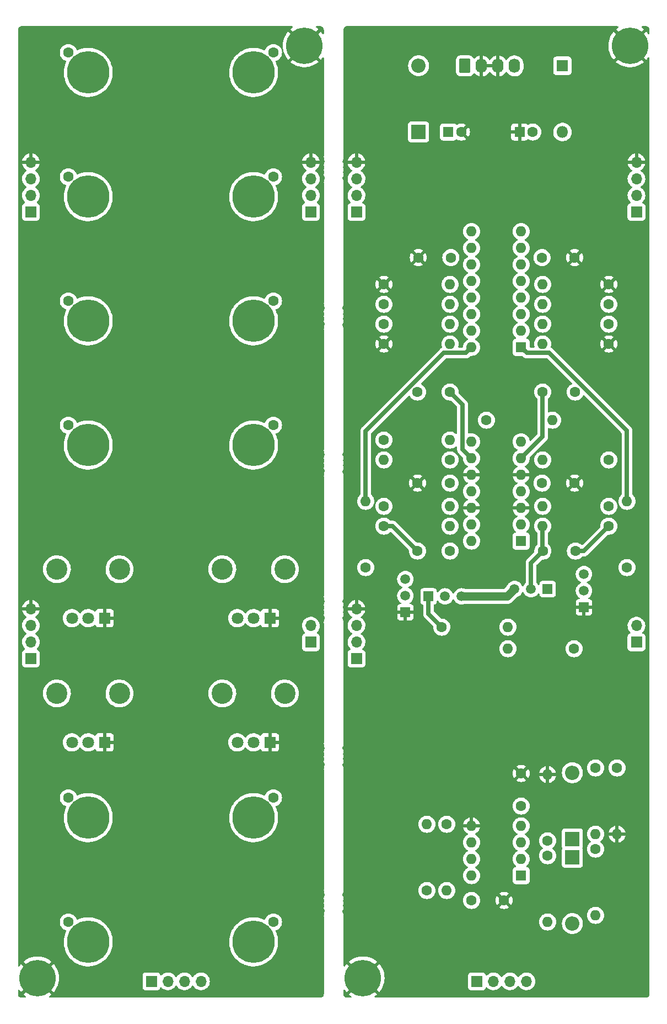
<source format=gbl>
%TF.GenerationSoftware,KiCad,Pcbnew,(6.0.0-0)*%
%TF.CreationDate,2022-06-17T06:04:18+01:00*%
%TF.ProjectId,4u-damped-integrator,34752d64-616d-4706-9564-2d696e746567,r01*%
%TF.SameCoordinates,Original*%
%TF.FileFunction,Copper,L2,Bot*%
%TF.FilePolarity,Positive*%
%FSLAX46Y46*%
G04 Gerber Fmt 4.6, Leading zero omitted, Abs format (unit mm)*
G04 Created by KiCad (PCBNEW (6.0.0-0)) date 2022-06-17 06:04:18*
%MOMM*%
%LPD*%
G01*
G04 APERTURE LIST*
G04 Aperture macros list*
%AMRoundRect*
0 Rectangle with rounded corners*
0 $1 Rounding radius*
0 $2 $3 $4 $5 $6 $7 $8 $9 X,Y pos of 4 corners*
0 Add a 4 corners polygon primitive as box body*
4,1,4,$2,$3,$4,$5,$6,$7,$8,$9,$2,$3,0*
0 Add four circle primitives for the rounded corners*
1,1,$1+$1,$2,$3*
1,1,$1+$1,$4,$5*
1,1,$1+$1,$6,$7*
1,1,$1+$1,$8,$9*
0 Add four rect primitives between the rounded corners*
20,1,$1+$1,$2,$3,$4,$5,0*
20,1,$1+$1,$4,$5,$6,$7,0*
20,1,$1+$1,$6,$7,$8,$9,0*
20,1,$1+$1,$8,$9,$2,$3,0*%
G04 Aperture macros list end*
%TA.AperFunction,ComponentPad*%
%ADD10C,1.600000*%
%TD*%
%TA.AperFunction,ComponentPad*%
%ADD11O,1.600000X1.600000*%
%TD*%
%TA.AperFunction,ComponentPad*%
%ADD12R,1.500000X1.500000*%
%TD*%
%TA.AperFunction,ComponentPad*%
%ADD13C,1.500000*%
%TD*%
%TA.AperFunction,ComponentPad*%
%ADD14C,5.600000*%
%TD*%
%TA.AperFunction,ComponentPad*%
%ADD15R,1.600000X1.600000*%
%TD*%
%TA.AperFunction,ComponentPad*%
%ADD16R,1.700000X1.700000*%
%TD*%
%TA.AperFunction,ComponentPad*%
%ADD17O,1.700000X1.700000*%
%TD*%
%TA.AperFunction,ComponentPad*%
%ADD18R,2.200000X2.200000*%
%TD*%
%TA.AperFunction,ComponentPad*%
%ADD19O,2.200000X2.200000*%
%TD*%
%TA.AperFunction,ComponentPad*%
%ADD20RoundRect,0.250000X-0.620000X-0.845000X0.620000X-0.845000X0.620000X0.845000X-0.620000X0.845000X0*%
%TD*%
%TA.AperFunction,ComponentPad*%
%ADD21O,1.740000X2.190000*%
%TD*%
%TA.AperFunction,ComponentPad*%
%ADD22R,1.800000X1.800000*%
%TD*%
%TA.AperFunction,ComponentPad*%
%ADD23O,1.800000X1.800000*%
%TD*%
%TA.AperFunction,ComponentPad*%
%ADD24C,3.240000*%
%TD*%
%TA.AperFunction,ComponentPad*%
%ADD25C,1.800000*%
%TD*%
%TA.AperFunction,ComponentPad*%
%ADD26C,6.500000*%
%TD*%
%TA.AperFunction,ViaPad*%
%ADD27C,0.762000*%
%TD*%
%TA.AperFunction,Conductor*%
%ADD28C,0.635000*%
%TD*%
%TA.AperFunction,Conductor*%
%ADD29C,1.270000*%
%TD*%
G04 APERTURE END LIST*
D10*
%TO.P,R21,1*%
%TO.N,/Extras/Inverter_Input_Main*%
X99314000Y-163068000D03*
D11*
%TO.P,R21,2*%
%TO.N,Net-(R21-Pad2)*%
X99314000Y-152908000D03*
%TD*%
D12*
%TO.P,Q2,1,E*%
%TO.N,GND*%
X96012000Y-120396000D03*
D13*
%TO.P,Q2,2,B*%
%TO.N,Net-(Q1-Pad1)*%
X96012000Y-117856000D03*
%TO.P,Q2,3,C*%
%TO.N,Net-(Q2-Pad3)*%
X96012000Y-115316000D03*
%TD*%
D12*
%TO.P,Q3,1,E*%
%TO.N,Net-(Q3-Pad1)*%
X117856000Y-116840000D03*
D13*
%TO.P,Q3,2,B*%
%TO.N,Net-(C3-Pad2)*%
X115316000Y-116840000D03*
%TO.P,Q3,3,C*%
%TO.N,+12V*%
X112776000Y-116840000D03*
%TD*%
D10*
%TO.P,C5,1*%
%TO.N,+12V*%
X106172000Y-164592000D03*
%TO.P,C5,2*%
%TO.N,GND*%
X111172000Y-164592000D03*
%TD*%
%TO.P,R22,1*%
%TO.N,Net-(R21-Pad2)*%
X102362000Y-152908000D03*
D11*
%TO.P,R22,2*%
%TO.N,/Extras/Inverter_Output_Main*%
X102362000Y-163068000D03*
%TD*%
D10*
%TO.P,R11,1*%
%TO.N,+12V*%
X108458000Y-90932000D03*
D11*
%TO.P,R11,2*%
%TO.N,Net-(C3-Pad1)*%
X118618000Y-90932000D03*
%TD*%
D14*
%TO.P,H3,1,1*%
%TO.N,GND*%
X89500000Y-176500000D03*
%TD*%
%TO.P,H2,1,1*%
%TO.N,GND*%
X80500000Y-33500000D03*
%TD*%
D10*
%TO.P,R8,1*%
%TO.N,Net-(C1-Pad1)*%
X92710000Y-107188000D03*
D11*
%TO.P,R8,2*%
%TO.N,Net-(C1-Pad2)*%
X102870000Y-107188000D03*
%TD*%
D15*
%TO.P,U2,1*%
%TO.N,Net-(R20-Pad2)*%
X113800000Y-79766000D03*
D11*
%TO.P,U2,2,DIODE_BIAS*%
%TO.N,unconnected-(U2-Pad2)*%
X113800000Y-77226000D03*
%TO.P,U2,3,+*%
%TO.N,Net-(R13-Pad2)*%
X113800000Y-74686000D03*
%TO.P,U2,4,-*%
%TO.N,Net-(R12-Pad2)*%
X113800000Y-72146000D03*
%TO.P,U2,5*%
%TO.N,Net-(C4-Pad1)*%
X113800000Y-69606000D03*
%TO.P,U2,6,V-*%
%TO.N,-12V*%
X113800000Y-67066000D03*
%TO.P,U2,7*%
%TO.N,unconnected-(U2-Pad7)*%
X113800000Y-64526000D03*
%TO.P,U2,8*%
%TO.N,unconnected-(U2-Pad8)*%
X113800000Y-61986000D03*
%TO.P,U2,9*%
%TO.N,unconnected-(U2-Pad9)*%
X106180000Y-61986000D03*
%TO.P,U2,10*%
%TO.N,unconnected-(U2-Pad10)*%
X106180000Y-64526000D03*
%TO.P,U2,11,V+*%
%TO.N,+12V*%
X106180000Y-67066000D03*
%TO.P,U2,12*%
%TO.N,Net-(C2-Pad1)*%
X106180000Y-69606000D03*
%TO.P,U2,13,-*%
%TO.N,Net-(R2-Pad2)*%
X106180000Y-72146000D03*
%TO.P,U2,14,+*%
%TO.N,Net-(R3-Pad2)*%
X106180000Y-74686000D03*
%TO.P,U2,15,DIODE_BIAS*%
%TO.N,unconnected-(U2-Pad15)*%
X106180000Y-77226000D03*
%TO.P,U2,16*%
%TO.N,Net-(R10-Pad2)*%
X106180000Y-79766000D03*
%TD*%
D16*
%TO.P,J14,1,Pin_1*%
%TO.N,/I2_Damping_Ctrl*%
X81500000Y-125000000D03*
D17*
%TO.P,J14,2,Pin_2*%
%TO.N,/I2_DampingCV_Ctrl*%
X81500000Y-122460000D03*
%TD*%
D10*
%TO.P,R6,1*%
%TO.N,/I1_DampingCV_Main*%
X92710000Y-93980000D03*
D11*
%TO.P,R6,2*%
%TO.N,Net-(C1-Pad1)*%
X102870000Y-93980000D03*
%TD*%
D10*
%TO.P,C3,1*%
%TO.N,Net-(C3-Pad1)*%
X122134000Y-110998000D03*
%TO.P,C3,2*%
%TO.N,Net-(C3-Pad2)*%
X117134000Y-110998000D03*
%TD*%
%TO.P,R19,1*%
%TO.N,Net-(Q3-Pad1)*%
X121920000Y-125984000D03*
D11*
%TO.P,R19,2*%
%TO.N,-12V*%
X111760000Y-125984000D03*
%TD*%
D18*
%TO.P,D4,1,K*%
%TO.N,Net-(D3-Pad1)*%
X121666000Y-155160000D03*
D19*
%TO.P,D4,2,A*%
%TO.N,Net-(D4-Pad2)*%
X121666000Y-145000000D03*
%TD*%
D10*
%TO.P,R4,1*%
%TO.N,/I1_Damping_Main*%
X92710000Y-104140000D03*
D11*
%TO.P,R4,2*%
%TO.N,Net-(C1-Pad1)*%
X102870000Y-104140000D03*
%TD*%
D10*
%TO.P,R10,1*%
%TO.N,Net-(Q2-Pad3)*%
X89916000Y-113538000D03*
D11*
%TO.P,R10,2*%
%TO.N,Net-(R10-Pad2)*%
X89916000Y-103378000D03*
%TD*%
D10*
%TO.P,R1,1*%
%TO.N,+12V*%
X102870000Y-97028000D03*
D11*
%TO.P,R1,2*%
%TO.N,Net-(C1-Pad1)*%
X92710000Y-97028000D03*
%TD*%
D10*
%TO.P,R14,1*%
%TO.N,/I2_Damping_Main*%
X127254000Y-104140000D03*
D11*
%TO.P,R14,2*%
%TO.N,Net-(C3-Pad1)*%
X117094000Y-104140000D03*
%TD*%
D18*
%TO.P,D3,1,K*%
%TO.N,Net-(D3-Pad1)*%
X121666000Y-157988000D03*
D19*
%TO.P,D3,2,A*%
%TO.N,/Extras/NonLinearity_Input_Main*%
X121666000Y-168148000D03*
%TD*%
D10*
%TO.P,R18,1*%
%TO.N,Net-(C3-Pad1)*%
X127254000Y-107188000D03*
D11*
%TO.P,R18,2*%
%TO.N,Net-(C3-Pad2)*%
X117094000Y-107188000D03*
%TD*%
D18*
%TO.P,D1,1,K*%
%TO.N,+12V*%
X98044000Y-46736000D03*
D19*
%TO.P,D1,2,A*%
%TO.N,Net-(D1-Pad2)*%
X98044000Y-36576000D03*
%TD*%
D10*
%TO.P,R15,1*%
%TO.N,GND*%
X127254000Y-70104000D03*
D11*
%TO.P,R15,2*%
%TO.N,Net-(R12-Pad2)*%
X117094000Y-70104000D03*
%TD*%
D10*
%TO.P,R2,1*%
%TO.N,/I1_InputNeg_Main*%
X92710000Y-73152000D03*
D11*
%TO.P,R2,2*%
%TO.N,Net-(R2-Pad2)*%
X102870000Y-73152000D03*
%TD*%
D10*
%TO.P,C10,1*%
%TO.N,GND*%
X122000000Y-100584000D03*
%TO.P,C10,2*%
%TO.N,-12V*%
X117000000Y-100584000D03*
%TD*%
D15*
%TO.P,C12,1*%
%TO.N,GND*%
X113570000Y-46736000D03*
D10*
%TO.P,C12,2*%
%TO.N,-12V*%
X115570000Y-46736000D03*
%TD*%
D15*
%TO.P,U3,1*%
%TO.N,/Extras/NonLinearity_Output_Main*%
X113792000Y-160782000D03*
D11*
%TO.P,U3,2,-*%
%TO.N,Net-(R25-Pad2)*%
X113792000Y-158242000D03*
%TO.P,U3,3,+*%
%TO.N,Net-(R23-Pad1)*%
X113792000Y-155702000D03*
%TO.P,U3,4,V-*%
%TO.N,-12V*%
X113792000Y-153162000D03*
%TO.P,U3,5,+*%
%TO.N,GND*%
X106172000Y-153162000D03*
%TO.P,U3,6,-*%
%TO.N,Net-(R21-Pad2)*%
X106172000Y-155702000D03*
%TO.P,U3,7*%
%TO.N,/Extras/Inverter_Output_Main*%
X106172000Y-158242000D03*
%TO.P,U3,8,V+*%
%TO.N,+12V*%
X106172000Y-160782000D03*
%TD*%
D10*
%TO.P,R5,1*%
%TO.N,GND*%
X92710000Y-70104000D03*
D11*
%TO.P,R5,2*%
%TO.N,Net-(R2-Pad2)*%
X102870000Y-70104000D03*
%TD*%
D16*
%TO.P,J22,1,Pin_1*%
%TO.N,/Extras/Inverter_Input_Ctrl*%
X57000000Y-177000000D03*
D17*
%TO.P,J22,2,Pin_2*%
%TO.N,/Extras/Inverter_Output_Ctrl*%
X59540000Y-177000000D03*
%TO.P,J22,3,Pin_3*%
%TO.N,/Extras/NonLinearity_Input_Ctrl*%
X62080000Y-177000000D03*
%TO.P,J22,4,Pin_4*%
%TO.N,/Extras/NonLinearity_Output_Ctrl*%
X64620000Y-177000000D03*
%TD*%
D10*
%TO.P,R12,1*%
%TO.N,/I2_InputNeg_Main*%
X127254000Y-73152000D03*
D11*
%TO.P,R12,2*%
%TO.N,Net-(R12-Pad2)*%
X117094000Y-73152000D03*
%TD*%
D10*
%TO.P,C9,1*%
%TO.N,+12V*%
X102870000Y-100584000D03*
%TO.P,C9,2*%
%TO.N,GND*%
X97870000Y-100584000D03*
%TD*%
%TO.P,C8,1*%
%TO.N,GND*%
X122000000Y-66000000D03*
%TO.P,C8,2*%
%TO.N,-12V*%
X117000000Y-66000000D03*
%TD*%
D16*
%TO.P,J12,1,Pin_1*%
%TO.N,/I2_InputNeg_Ctrl*%
X81500000Y-59000000D03*
D17*
%TO.P,J12,2,Pin_2*%
%TO.N,/I2_InputPos_Ctrl*%
X81500000Y-56460000D03*
%TO.P,J12,3,Pin_3*%
%TO.N,/I2_Output_Ctrl*%
X81500000Y-53920000D03*
%TO.P,J12,4,Pin_4*%
%TO.N,GND*%
X81500000Y-51380000D03*
%TD*%
D10*
%TO.P,R7,1*%
%TO.N,GND*%
X92710000Y-79248000D03*
D11*
%TO.P,R7,2*%
%TO.N,Net-(R3-Pad2)*%
X102870000Y-79248000D03*
%TD*%
D20*
%TO.P,J17,1,+12V*%
%TO.N,Net-(D1-Pad2)*%
X105156000Y-36596000D03*
D21*
%TO.P,J17,2,GND*%
%TO.N,GND*%
X107696000Y-36596000D03*
%TO.P,J17,3,GND*%
X110236000Y-36596000D03*
%TO.P,J17,4,-12V*%
%TO.N,Net-(D2-Pad1)*%
X112776000Y-36596000D03*
%TD*%
D10*
%TO.P,R17,1*%
%TO.N,GND*%
X127254000Y-79248000D03*
D11*
%TO.P,R17,2*%
%TO.N,Net-(R13-Pad2)*%
X117094000Y-79248000D03*
%TD*%
D12*
%TO.P,Q4,1,E*%
%TO.N,GND*%
X123444000Y-119634000D03*
D13*
%TO.P,Q4,2,B*%
%TO.N,Net-(Q3-Pad1)*%
X123444000Y-117094000D03*
%TO.P,Q4,3,C*%
%TO.N,Net-(Q4-Pad3)*%
X123444000Y-114554000D03*
%TD*%
D10*
%TO.P,R23,1*%
%TO.N,Net-(R23-Pad1)*%
X117856000Y-157734000D03*
D11*
%TO.P,R23,2*%
%TO.N,/Extras/NonLinearity_Input_Main*%
X117856000Y-167894000D03*
%TD*%
D10*
%TO.P,R13,1*%
%TO.N,/I2_InputPos_Main*%
X127254000Y-76200000D03*
D11*
%TO.P,R13,2*%
%TO.N,Net-(R13-Pad2)*%
X117094000Y-76200000D03*
%TD*%
D14*
%TO.P,H4,1,1*%
%TO.N,GND*%
X130500000Y-33500000D03*
%TD*%
D10*
%TO.P,C7,1*%
%TO.N,+12V*%
X103000000Y-66000000D03*
%TO.P,C7,2*%
%TO.N,GND*%
X98000000Y-66000000D03*
%TD*%
%TO.P,R20,1*%
%TO.N,Net-(Q4-Pad3)*%
X130048000Y-113538000D03*
D11*
%TO.P,R20,2*%
%TO.N,Net-(R20-Pad2)*%
X130048000Y-103378000D03*
%TD*%
D10*
%TO.P,C2,1*%
%TO.N,Net-(C2-Pad1)*%
X102870000Y-86614000D03*
%TO.P,C2,2*%
%TO.N,/I1_Output_Main*%
X97870000Y-86614000D03*
%TD*%
%TO.P,R26,1*%
%TO.N,Net-(R23-Pad1)*%
X117856000Y-155448000D03*
D11*
%TO.P,R26,2*%
%TO.N,GND*%
X117856000Y-145288000D03*
%TD*%
D16*
%TO.P,J4,1,Pin_1*%
%TO.N,/I1_InputNeg_Ctrl*%
X38500000Y-59000000D03*
D17*
%TO.P,J4,2,Pin_2*%
%TO.N,/I1_InputPos_Ctrl*%
X38500000Y-56460000D03*
%TO.P,J4,3,Pin_3*%
%TO.N,/I1_Output_Ctrl*%
X38500000Y-53920000D03*
%TO.P,J4,4,Pin_4*%
%TO.N,GND*%
X38500000Y-51380000D03*
%TD*%
D10*
%TO.P,C6,1*%
%TO.N,GND*%
X113792000Y-145114000D03*
%TO.P,C6,2*%
%TO.N,-12V*%
X113792000Y-150114000D03*
%TD*%
D14*
%TO.P,H1,1,1*%
%TO.N,GND*%
X39500000Y-176500000D03*
%TD*%
D10*
%TO.P,R3,1*%
%TO.N,/I1_InputPos_Main*%
X92710000Y-76200000D03*
D11*
%TO.P,R3,2*%
%TO.N,Net-(R3-Pad2)*%
X102870000Y-76200000D03*
%TD*%
D10*
%TO.P,R24,1*%
%TO.N,Net-(D4-Pad2)*%
X128524000Y-144272000D03*
D11*
%TO.P,R24,2*%
%TO.N,GND*%
X128524000Y-154432000D03*
%TD*%
D10*
%TO.P,R9,1*%
%TO.N,Net-(Q1-Pad1)*%
X101600000Y-122682000D03*
D11*
%TO.P,R9,2*%
%TO.N,-12V*%
X111760000Y-122682000D03*
%TD*%
D10*
%TO.P,R27,1*%
%TO.N,Net-(R25-Pad2)*%
X125222000Y-156718000D03*
D11*
%TO.P,R27,2*%
%TO.N,/Extras/NonLinearity_Output_Main*%
X125222000Y-166878000D03*
%TD*%
D10*
%TO.P,R16,1*%
%TO.N,/I2_DampingCV_Main*%
X127254000Y-97028000D03*
D11*
%TO.P,R16,2*%
%TO.N,Net-(C3-Pad1)*%
X117094000Y-97028000D03*
%TD*%
D15*
%TO.P,C11,1*%
%TO.N,+12V*%
X102616000Y-46736000D03*
D10*
%TO.P,C11,2*%
%TO.N,GND*%
X104616000Y-46736000D03*
%TD*%
D22*
%TO.P,D2,1,K*%
%TO.N,Net-(D2-Pad1)*%
X120142000Y-36576000D03*
D23*
%TO.P,D2,2,A*%
%TO.N,-12V*%
X120142000Y-46736000D03*
%TD*%
D10*
%TO.P,C4,1*%
%TO.N,Net-(C4-Pad1)*%
X117094000Y-86614000D03*
%TO.P,C4,2*%
%TO.N,/I2_Output_Main*%
X122094000Y-86614000D03*
%TD*%
%TO.P,C1,1*%
%TO.N,Net-(C1-Pad1)*%
X97870000Y-110998000D03*
%TO.P,C1,2*%
%TO.N,Net-(C1-Pad2)*%
X102870000Y-110998000D03*
%TD*%
D12*
%TO.P,Q1,1,E*%
%TO.N,Net-(Q1-Pad1)*%
X99568000Y-117962000D03*
D13*
%TO.P,Q1,2,B*%
%TO.N,Net-(C1-Pad2)*%
X102108000Y-117962000D03*
%TO.P,Q1,3,C*%
%TO.N,+12V*%
X104648000Y-117962000D03*
%TD*%
D15*
%TO.P,U1,1*%
%TO.N,Net-(C3-Pad2)*%
X113782000Y-109479000D03*
D11*
%TO.P,U1,2,-*%
%TO.N,Net-(C3-Pad1)*%
X113782000Y-106939000D03*
%TO.P,U1,3,+*%
%TO.N,GND*%
X113782000Y-104399000D03*
%TO.P,U1,4,V+*%
%TO.N,-12V*%
X113782000Y-101859000D03*
%TO.P,U1,5,+*%
%TO.N,GND*%
X113782000Y-99319000D03*
%TO.P,U1,6,-*%
%TO.N,Net-(C4-Pad1)*%
X113782000Y-96779000D03*
%TO.P,U1,7*%
%TO.N,/I2_Output_Main*%
X113782000Y-94239000D03*
%TO.P,U1,8*%
%TO.N,/I1_Output_Main*%
X106162000Y-94239000D03*
%TO.P,U1,9,-*%
%TO.N,Net-(C2-Pad1)*%
X106162000Y-96779000D03*
%TO.P,U1,10,+*%
%TO.N,GND*%
X106162000Y-99319000D03*
%TO.P,U1,11,V-*%
%TO.N,+12V*%
X106162000Y-101859000D03*
%TO.P,U1,12,+*%
%TO.N,GND*%
X106162000Y-104399000D03*
%TO.P,U1,13,-*%
%TO.N,Net-(C1-Pad1)*%
X106162000Y-106939000D03*
%TO.P,U1,14*%
%TO.N,Net-(C1-Pad2)*%
X106162000Y-109479000D03*
%TD*%
D10*
%TO.P,R25,1*%
%TO.N,Net-(D4-Pad2)*%
X125222000Y-144272000D03*
D11*
%TO.P,R25,2*%
%TO.N,Net-(R25-Pad2)*%
X125222000Y-154432000D03*
%TD*%
D16*
%TO.P,J6,1,Pin_1*%
%TO.N,+12V*%
X38500000Y-127500000D03*
D17*
%TO.P,J6,2,Pin_2*%
%TO.N,/I1_Damping_Ctrl*%
X38500000Y-124960000D03*
%TO.P,J6,3,Pin_3*%
%TO.N,/I1_DampingCV_Ctrl*%
X38500000Y-122420000D03*
%TO.P,J6,4,Pin_4*%
%TO.N,GND*%
X38500000Y-119880000D03*
%TD*%
D24*
%TO.P,RV3,*%
%TO.N,*%
X77500000Y-132850000D03*
X67900000Y-132850000D03*
D22*
%TO.P,RV3,1,1*%
%TO.N,GND*%
X75200000Y-140350000D03*
D25*
%TO.P,RV3,2,2*%
%TO.N,/I2_Damping_Ctrl*%
X72700000Y-140350000D03*
%TO.P,RV3,3,3*%
%TO.N,+12V*%
X70200000Y-140350000D03*
%TD*%
D16*
%TO.P,J13,1,Pin_1*%
%TO.N,/I2_InputNeg_Main*%
X131500000Y-59000000D03*
D17*
%TO.P,J13,2,Pin_2*%
%TO.N,/I2_InputPos_Main*%
X131500000Y-56460000D03*
%TO.P,J13,3,Pin_3*%
%TO.N,/I2_Output_Main*%
X131500000Y-53920000D03*
%TO.P,J13,4,Pin_4*%
%TO.N,GND*%
X131500000Y-51380000D03*
%TD*%
D10*
%TO.P,J20,1*%
%TO.N,/Extras/NonLinearity_Input_Ctrl*%
X75748000Y-148852000D03*
D26*
X72700000Y-151900000D03*
%TD*%
%TO.P,J19,1*%
%TO.N,/Extras/Inverter_Output_Ctrl*%
X47300000Y-151900000D03*
D10*
X44252000Y-148852000D03*
%TD*%
D26*
%TO.P,J10,1*%
%TO.N,/I2_InputPos_Ctrl*%
X72700000Y-56650000D03*
D10*
X75748000Y-53602000D03*
%TD*%
D26*
%TO.P,J16,1*%
%TO.N,/I2_Output_Ctrl*%
X72700000Y-37600000D03*
D10*
X75748000Y-34552000D03*
%TD*%
D26*
%TO.P,J2,1*%
%TO.N,/I1_InputPos_Ctrl*%
X47300000Y-56650000D03*
D10*
X44252000Y-53602000D03*
%TD*%
%TO.P,J18,1*%
%TO.N,/Extras/Inverter_Input_Ctrl*%
X44252000Y-167902000D03*
D26*
X47300000Y-170950000D03*
%TD*%
D10*
%TO.P,J9,1*%
%TO.N,/I2_InputNeg_Ctrl*%
X75748000Y-72652000D03*
D26*
X72700000Y-75700000D03*
%TD*%
D24*
%TO.P,RV1,*%
%TO.N,*%
X52100000Y-132850000D03*
X42500000Y-132850000D03*
D22*
%TO.P,RV1,1,1*%
%TO.N,GND*%
X49800000Y-140350000D03*
D25*
%TO.P,RV1,2,2*%
%TO.N,/I1_Damping_Ctrl*%
X47300000Y-140350000D03*
%TO.P,RV1,3,3*%
%TO.N,+12V*%
X44800000Y-140350000D03*
%TD*%
D26*
%TO.P,J8,1*%
%TO.N,/I1_Output_Ctrl*%
X47300000Y-37600000D03*
D10*
X44252000Y-34552000D03*
%TD*%
D16*
%TO.P,J7,1,Pin_1*%
%TO.N,+12V*%
X88500000Y-127500000D03*
D17*
%TO.P,J7,2,Pin_2*%
%TO.N,/I1_Damping_Main*%
X88500000Y-124960000D03*
%TO.P,J7,3,Pin_3*%
%TO.N,/I1_DampingCV_Main*%
X88500000Y-122420000D03*
%TO.P,J7,4,Pin_4*%
%TO.N,GND*%
X88500000Y-119880000D03*
%TD*%
D10*
%TO.P,J3,1*%
%TO.N,Net-(J3-Pad1)*%
X44252000Y-91702000D03*
D26*
X47300000Y-94750000D03*
%TD*%
D24*
%TO.P,RV4,*%
%TO.N,*%
X67900000Y-113800000D03*
X77500000Y-113800000D03*
D22*
%TO.P,RV4,1,1*%
%TO.N,GND*%
X75200000Y-121300000D03*
D25*
%TO.P,RV4,2,2*%
%TO.N,/I2_DampingCV_Ctrl*%
X72700000Y-121300000D03*
%TO.P,RV4,3,3*%
%TO.N,Net-(J11-Pad1)*%
X70200000Y-121300000D03*
%TD*%
D16*
%TO.P,J5,1,Pin_1*%
%TO.N,/I1_InputNeg_Main*%
X88500000Y-59000000D03*
D17*
%TO.P,J5,2,Pin_2*%
%TO.N,/I1_InputPos_Main*%
X88500000Y-56460000D03*
%TO.P,J5,3,Pin_3*%
%TO.N,/I1_Output_Main*%
X88500000Y-53920000D03*
%TO.P,J5,4,Pin_4*%
%TO.N,GND*%
X88500000Y-51380000D03*
%TD*%
D10*
%TO.P,J1,1*%
%TO.N,/I1_InputNeg_Ctrl*%
X44252000Y-72652000D03*
D26*
X47300000Y-75700000D03*
%TD*%
%TO.P,J21,1*%
%TO.N,/Extras/NonLinearity_Output_Ctrl*%
X72700000Y-170950000D03*
D10*
X75748000Y-167902000D03*
%TD*%
D16*
%TO.P,J23,1,Pin_1*%
%TO.N,/Extras/Inverter_Input_Main*%
X107000000Y-177000000D03*
D17*
%TO.P,J23,2,Pin_2*%
%TO.N,/Extras/Inverter_Output_Main*%
X109540000Y-177000000D03*
%TO.P,J23,3,Pin_3*%
%TO.N,/Extras/NonLinearity_Input_Main*%
X112080000Y-177000000D03*
%TO.P,J23,4,Pin_4*%
%TO.N,/Extras/NonLinearity_Output_Main*%
X114620000Y-177000000D03*
%TD*%
D10*
%TO.P,J11,1*%
%TO.N,Net-(J11-Pad1)*%
X75748000Y-91702000D03*
D26*
X72700000Y-94750000D03*
%TD*%
D24*
%TO.P,RV2,*%
%TO.N,*%
X42500000Y-113800000D03*
X52100000Y-113800000D03*
D22*
%TO.P,RV2,1,1*%
%TO.N,GND*%
X49800000Y-121300000D03*
D25*
%TO.P,RV2,2,2*%
%TO.N,/I1_DampingCV_Ctrl*%
X47300000Y-121300000D03*
%TO.P,RV2,3,3*%
%TO.N,Net-(J3-Pad1)*%
X44800000Y-121300000D03*
%TD*%
D16*
%TO.P,J15,1,Pin_1*%
%TO.N,/I2_Damping_Main*%
X131500000Y-125000000D03*
D17*
%TO.P,J15,2,Pin_2*%
%TO.N,/I2_DampingCV_Main*%
X131500000Y-122460000D03*
%TD*%
D27*
%TO.N,GND*%
X105000000Y-113500000D03*
X45000000Y-136500000D03*
X115000000Y-83500000D03*
%TD*%
D28*
%TO.N,Net-(C1-Pad1)*%
X94060000Y-107188000D02*
X97870000Y-110998000D01*
X92710000Y-107188000D02*
X94060000Y-107188000D01*
%TO.N,Net-(C2-Pad1)*%
X104790989Y-95407989D02*
X106162000Y-96779000D01*
X102870000Y-86614000D02*
X104790989Y-88534989D01*
X104790989Y-88534989D02*
X104790989Y-95407989D01*
%TO.N,Net-(C3-Pad1)*%
X123444000Y-110998000D02*
X127254000Y-107188000D01*
X122134000Y-110998000D02*
X123444000Y-110998000D01*
%TO.N,Net-(C3-Pad2)*%
X117094000Y-107188000D02*
X117094000Y-110958000D01*
X115316000Y-112816000D02*
X117134000Y-110998000D01*
X115316000Y-116840000D02*
X115316000Y-112816000D01*
D29*
%TO.N,+12V*%
X104648000Y-117962000D02*
X111654000Y-117962000D01*
X111654000Y-117962000D02*
X112776000Y-116840000D01*
D28*
%TO.N,Net-(Q1-Pad1)*%
X99568000Y-120650000D02*
X101600000Y-122682000D01*
X99568000Y-117962000D02*
X99568000Y-120650000D01*
%TO.N,Net-(R10-Pad2)*%
X105326989Y-80619011D02*
X106180000Y-79766000D01*
X89916000Y-103378000D02*
X89916000Y-92629097D01*
X101926086Y-80619011D02*
X105326989Y-80619011D01*
X89916000Y-92629097D02*
X101926086Y-80619011D01*
%TO.N,Net-(C4-Pad1)*%
X117094000Y-86614000D02*
X117094000Y-93467000D01*
X117094000Y-93467000D02*
X113782000Y-96779000D01*
%TO.N,Net-(R20-Pad2)*%
X130048000Y-92548000D02*
X130048000Y-103378000D01*
X113800000Y-79766000D02*
X114653011Y-80619011D01*
X118119011Y-80619011D02*
X130048000Y-92548000D01*
X114653011Y-80619011D02*
X118119011Y-80619011D01*
%TD*%
%TA.AperFunction,Conductor*%
%TO.N,GND*%
G36*
X78669934Y-30528002D02*
G01*
X78716427Y-30581658D01*
X78726531Y-30651932D01*
X78697037Y-30716512D01*
X78666520Y-30742116D01*
X78650394Y-30751768D01*
X78644755Y-30755571D01*
X78364408Y-30967596D01*
X78359211Y-30971987D01*
X78357972Y-30973155D01*
X78349950Y-30986862D01*
X78349986Y-30987704D01*
X78355037Y-30995826D01*
X80487190Y-33127980D01*
X80501131Y-33135592D01*
X80502966Y-33135461D01*
X80509580Y-33131210D01*
X82642798Y-30997991D01*
X82650412Y-30984047D01*
X82650344Y-30983089D01*
X82645836Y-30976272D01*
X82644418Y-30975065D01*
X82364813Y-30762064D01*
X82359188Y-30758240D01*
X82332083Y-30741890D01*
X82284085Y-30689577D01*
X82271990Y-30619618D01*
X82299636Y-30554225D01*
X82358248Y-30514161D01*
X82397166Y-30508000D01*
X82950673Y-30508000D01*
X82970057Y-30509500D01*
X82984858Y-30511805D01*
X82984862Y-30511805D01*
X82993731Y-30513186D01*
X83002633Y-30512022D01*
X83002637Y-30512022D01*
X83002733Y-30512009D01*
X83033170Y-30511738D01*
X83095375Y-30518746D01*
X83122882Y-30525024D01*
X83200071Y-30552034D01*
X83225491Y-30564276D01*
X83294738Y-30607787D01*
X83316797Y-30625379D01*
X83374621Y-30683203D01*
X83392213Y-30705262D01*
X83435724Y-30774509D01*
X83447966Y-30799930D01*
X83474975Y-30877117D01*
X83481254Y-30904624D01*
X83487522Y-30960251D01*
X83488305Y-30975897D01*
X83488196Y-30984855D01*
X83486814Y-30993729D01*
X83488454Y-31006269D01*
X83490936Y-31025250D01*
X83492000Y-31041588D01*
X83492000Y-31607890D01*
X83471998Y-31676011D01*
X83418342Y-31722504D01*
X83348068Y-31732608D01*
X83283488Y-31703114D01*
X83261664Y-31678530D01*
X83140703Y-31499871D01*
X83136590Y-31494453D01*
X83023565Y-31361179D01*
X83010740Y-31352743D01*
X83000416Y-31358795D01*
X80872020Y-33487190D01*
X80864408Y-33501131D01*
X80864539Y-33502966D01*
X80868790Y-33509580D01*
X82999009Y-35639798D01*
X83012605Y-35647223D01*
X83022218Y-35640522D01*
X83122518Y-35523912D01*
X83126676Y-35518514D01*
X83262160Y-35321383D01*
X83317228Y-35276572D01*
X83387781Y-35268647D01*
X83451419Y-35300124D01*
X83487936Y-35361008D01*
X83492000Y-35392750D01*
X83492000Y-50450672D01*
X83490500Y-50470056D01*
X83486814Y-50493730D01*
X83487634Y-50500000D01*
X83487337Y-50500000D01*
X83487920Y-50507409D01*
X83487920Y-50507413D01*
X83490859Y-50544757D01*
X83505960Y-50736633D01*
X83507114Y-50741440D01*
X83507115Y-50741446D01*
X83532672Y-50847897D01*
X83561372Y-50967439D01*
X83563265Y-50972010D01*
X83563266Y-50972012D01*
X83648465Y-51177702D01*
X83656054Y-51248292D01*
X83637144Y-51291754D01*
X83638510Y-51292547D01*
X83549674Y-51445490D01*
X83547553Y-51452494D01*
X83547551Y-51452498D01*
X83507879Y-51583488D01*
X83498405Y-51614767D01*
X83487453Y-51791298D01*
X83488693Y-51798514D01*
X83488693Y-51798516D01*
X83502123Y-51876672D01*
X83517406Y-51965614D01*
X83520272Y-51972348D01*
X83520272Y-51972350D01*
X83562801Y-52072300D01*
X83571067Y-52142814D01*
X83555814Y-52184917D01*
X83553354Y-52189153D01*
X83553351Y-52189159D01*
X83549674Y-52195490D01*
X83547553Y-52202494D01*
X83547551Y-52202498D01*
X83522750Y-52284386D01*
X83498405Y-52364767D01*
X83487453Y-52541298D01*
X83488693Y-52548514D01*
X83488693Y-52548516D01*
X83510709Y-52676638D01*
X83517406Y-52715614D01*
X83520272Y-52722348D01*
X83520272Y-52722350D01*
X83562801Y-52822300D01*
X83571067Y-52892814D01*
X83555814Y-52934917D01*
X83553354Y-52939153D01*
X83553351Y-52939159D01*
X83549674Y-52945490D01*
X83547553Y-52952494D01*
X83547551Y-52952498D01*
X83530392Y-53009153D01*
X83498405Y-53114767D01*
X83487453Y-53291298D01*
X83488693Y-53298514D01*
X83488693Y-53298516D01*
X83511353Y-53430386D01*
X83517406Y-53465614D01*
X83586657Y-53628364D01*
X83590990Y-53634252D01*
X83590993Y-53634257D01*
X83635481Y-53694708D01*
X83659747Y-53761429D01*
X83650408Y-53817608D01*
X83605089Y-53927019D01*
X83564602Y-54024764D01*
X83561372Y-54032561D01*
X83544090Y-54104547D01*
X83507115Y-54258554D01*
X83507114Y-54258560D01*
X83505960Y-54263367D01*
X83491257Y-54450197D01*
X83489244Y-54475771D01*
X83488291Y-54483910D01*
X83488328Y-54484003D01*
X83486814Y-54493730D01*
X83487449Y-54498583D01*
X83487337Y-54500000D01*
X83487634Y-54500000D01*
X83488882Y-54509544D01*
X83490936Y-54525250D01*
X83492000Y-54541588D01*
X83492000Y-72950672D01*
X83490500Y-72970056D01*
X83486814Y-72993730D01*
X83487634Y-73000000D01*
X83487337Y-73000000D01*
X83487920Y-73007409D01*
X83487920Y-73007413D01*
X83494887Y-73095933D01*
X83505960Y-73236633D01*
X83507114Y-73241440D01*
X83507115Y-73241446D01*
X83524356Y-73313257D01*
X83561372Y-73467439D01*
X83563265Y-73472010D01*
X83563266Y-73472012D01*
X83648465Y-73677702D01*
X83656054Y-73748292D01*
X83637144Y-73791754D01*
X83638510Y-73792547D01*
X83549674Y-73945490D01*
X83547553Y-73952494D01*
X83547551Y-73952498D01*
X83511577Y-74071277D01*
X83498405Y-74114767D01*
X83487453Y-74291298D01*
X83488693Y-74298514D01*
X83488693Y-74298516D01*
X83512769Y-74438628D01*
X83517406Y-74465614D01*
X83520272Y-74472348D01*
X83520272Y-74472350D01*
X83562801Y-74572300D01*
X83571067Y-74642814D01*
X83555814Y-74684917D01*
X83553354Y-74689153D01*
X83553351Y-74689159D01*
X83549674Y-74695490D01*
X83498405Y-74864767D01*
X83487453Y-75041298D01*
X83517406Y-75215614D01*
X83520272Y-75222348D01*
X83520272Y-75222350D01*
X83562801Y-75322300D01*
X83571067Y-75392814D01*
X83555814Y-75434917D01*
X83553354Y-75439153D01*
X83553351Y-75439159D01*
X83549674Y-75445490D01*
X83547553Y-75452494D01*
X83547551Y-75452498D01*
X83531359Y-75505960D01*
X83498405Y-75614767D01*
X83487453Y-75791298D01*
X83517406Y-75965614D01*
X83586657Y-76128364D01*
X83590990Y-76134252D01*
X83590993Y-76134257D01*
X83635481Y-76194708D01*
X83659747Y-76261429D01*
X83650408Y-76317609D01*
X83564602Y-76524764D01*
X83561372Y-76532561D01*
X83541902Y-76613660D01*
X83507115Y-76758554D01*
X83507114Y-76758560D01*
X83505960Y-76763367D01*
X83497359Y-76872661D01*
X83489244Y-76975771D01*
X83488291Y-76983910D01*
X83488328Y-76984003D01*
X83486814Y-76993730D01*
X83487449Y-76998583D01*
X83487337Y-77000000D01*
X83487634Y-77000000D01*
X83488882Y-77009544D01*
X83490936Y-77025250D01*
X83492000Y-77041588D01*
X83492000Y-95450672D01*
X83490500Y-95470056D01*
X83486814Y-95493730D01*
X83487634Y-95500000D01*
X83487337Y-95500000D01*
X83487920Y-95507409D01*
X83487920Y-95507413D01*
X83489642Y-95529290D01*
X83505960Y-95736633D01*
X83507114Y-95741440D01*
X83507115Y-95741446D01*
X83536980Y-95865838D01*
X83561372Y-95967439D01*
X83563265Y-95972010D01*
X83563266Y-95972012D01*
X83648465Y-96177702D01*
X83656054Y-96248292D01*
X83637144Y-96291754D01*
X83638510Y-96292547D01*
X83549674Y-96445490D01*
X83547553Y-96452494D01*
X83547551Y-96452498D01*
X83507879Y-96583488D01*
X83498405Y-96614767D01*
X83487453Y-96791298D01*
X83488693Y-96798514D01*
X83488693Y-96798516D01*
X83509449Y-96919305D01*
X83517406Y-96965614D01*
X83520272Y-96972348D01*
X83520272Y-96972350D01*
X83562801Y-97072300D01*
X83571067Y-97142814D01*
X83555814Y-97184917D01*
X83553354Y-97189153D01*
X83553351Y-97189159D01*
X83549674Y-97195490D01*
X83547553Y-97202494D01*
X83547551Y-97202498D01*
X83541869Y-97221260D01*
X83498405Y-97364767D01*
X83487453Y-97541298D01*
X83517406Y-97715614D01*
X83520272Y-97722348D01*
X83520272Y-97722350D01*
X83562801Y-97822300D01*
X83571067Y-97892814D01*
X83555814Y-97934917D01*
X83553354Y-97939153D01*
X83553351Y-97939159D01*
X83549674Y-97945490D01*
X83547553Y-97952494D01*
X83547551Y-97952498D01*
X83531359Y-98005960D01*
X83498405Y-98114767D01*
X83487453Y-98291298D01*
X83517406Y-98465614D01*
X83586657Y-98628364D01*
X83590990Y-98634252D01*
X83590993Y-98634257D01*
X83635481Y-98694708D01*
X83659747Y-98761429D01*
X83650408Y-98817609D01*
X83564602Y-99024764D01*
X83561372Y-99032561D01*
X83541902Y-99113660D01*
X83507115Y-99258554D01*
X83507114Y-99258560D01*
X83505960Y-99263367D01*
X83497359Y-99372661D01*
X83489244Y-99475771D01*
X83488291Y-99483910D01*
X83488328Y-99484003D01*
X83486814Y-99493730D01*
X83487449Y-99498583D01*
X83487337Y-99500000D01*
X83487634Y-99500000D01*
X83488882Y-99509544D01*
X83490936Y-99525250D01*
X83492000Y-99541588D01*
X83492000Y-117950672D01*
X83490500Y-117970056D01*
X83486814Y-117993730D01*
X83487634Y-118000000D01*
X83487337Y-118000000D01*
X83487920Y-118007409D01*
X83487920Y-118007413D01*
X83497359Y-118127339D01*
X83505960Y-118236633D01*
X83507114Y-118241440D01*
X83507115Y-118241446D01*
X83532672Y-118347897D01*
X83561372Y-118467439D01*
X83563265Y-118472010D01*
X83563266Y-118472012D01*
X83648465Y-118677702D01*
X83656054Y-118748292D01*
X83637144Y-118791754D01*
X83638510Y-118792547D01*
X83549674Y-118945490D01*
X83547553Y-118952494D01*
X83547551Y-118952498D01*
X83507879Y-119083488D01*
X83498405Y-119114767D01*
X83487453Y-119291298D01*
X83488693Y-119298514D01*
X83488693Y-119298516D01*
X83506953Y-119404783D01*
X83517406Y-119465614D01*
X83520272Y-119472348D01*
X83520272Y-119472350D01*
X83562801Y-119572300D01*
X83571067Y-119642814D01*
X83555814Y-119684917D01*
X83553354Y-119689153D01*
X83553351Y-119689159D01*
X83549674Y-119695490D01*
X83498405Y-119864767D01*
X83487453Y-120041298D01*
X83488693Y-120048514D01*
X83488693Y-120048516D01*
X83508184Y-120161946D01*
X83517406Y-120215614D01*
X83520272Y-120222348D01*
X83520272Y-120222350D01*
X83562801Y-120322300D01*
X83571067Y-120392814D01*
X83555814Y-120434917D01*
X83553354Y-120439153D01*
X83553351Y-120439159D01*
X83549674Y-120445490D01*
X83547553Y-120452494D01*
X83547551Y-120452498D01*
X83523368Y-120532346D01*
X83498405Y-120614767D01*
X83487453Y-120791298D01*
X83488693Y-120798514D01*
X83488693Y-120798516D01*
X83509076Y-120917139D01*
X83517406Y-120965614D01*
X83586657Y-121128364D01*
X83590990Y-121134252D01*
X83590993Y-121134257D01*
X83635481Y-121194708D01*
X83659747Y-121261429D01*
X83650408Y-121317608D01*
X83600735Y-121437530D01*
X83564602Y-121524764D01*
X83561372Y-121532561D01*
X83548913Y-121584457D01*
X83507115Y-121758554D01*
X83507114Y-121758560D01*
X83505960Y-121763367D01*
X83491012Y-121953308D01*
X83489244Y-121975771D01*
X83488291Y-121983910D01*
X83488328Y-121984003D01*
X83486814Y-121993730D01*
X83487449Y-121998583D01*
X83487337Y-122000000D01*
X83487634Y-122000000D01*
X83488882Y-122009544D01*
X83490936Y-122025250D01*
X83492000Y-122041588D01*
X83492000Y-140450672D01*
X83490500Y-140470056D01*
X83486814Y-140493730D01*
X83487634Y-140500000D01*
X83487337Y-140500000D01*
X83487920Y-140507409D01*
X83487920Y-140507413D01*
X83495522Y-140604000D01*
X83505960Y-140736633D01*
X83507114Y-140741440D01*
X83507115Y-140741446D01*
X83514605Y-140772642D01*
X83561372Y-140967439D01*
X83563265Y-140972010D01*
X83563266Y-140972012D01*
X83648465Y-141177702D01*
X83656054Y-141248292D01*
X83637144Y-141291754D01*
X83638510Y-141292547D01*
X83549674Y-141445490D01*
X83547553Y-141452494D01*
X83547551Y-141452498D01*
X83507879Y-141583488D01*
X83498405Y-141614767D01*
X83487453Y-141791298D01*
X83488693Y-141798514D01*
X83488693Y-141798516D01*
X83512769Y-141938628D01*
X83517406Y-141965614D01*
X83520272Y-141972348D01*
X83520272Y-141972350D01*
X83562801Y-142072300D01*
X83571067Y-142142814D01*
X83555814Y-142184917D01*
X83553354Y-142189153D01*
X83553351Y-142189159D01*
X83549674Y-142195490D01*
X83498405Y-142364767D01*
X83487453Y-142541298D01*
X83517406Y-142715614D01*
X83520272Y-142722348D01*
X83520272Y-142722350D01*
X83562801Y-142822300D01*
X83571067Y-142892814D01*
X83555814Y-142934917D01*
X83553354Y-142939153D01*
X83553351Y-142939159D01*
X83549674Y-142945490D01*
X83547553Y-142952494D01*
X83547551Y-142952498D01*
X83531359Y-143005960D01*
X83498405Y-143114767D01*
X83487453Y-143291298D01*
X83517406Y-143465614D01*
X83586657Y-143628364D01*
X83590990Y-143634252D01*
X83590993Y-143634257D01*
X83635481Y-143694708D01*
X83659747Y-143761429D01*
X83650408Y-143817609D01*
X83564602Y-144024764D01*
X83561372Y-144032561D01*
X83541902Y-144113660D01*
X83507115Y-144258554D01*
X83507114Y-144258560D01*
X83505960Y-144263367D01*
X83497359Y-144372661D01*
X83489244Y-144475771D01*
X83488291Y-144483910D01*
X83488328Y-144484003D01*
X83486814Y-144493730D01*
X83487449Y-144498583D01*
X83487337Y-144500000D01*
X83487634Y-144500000D01*
X83488882Y-144509544D01*
X83490936Y-144525250D01*
X83492000Y-144541588D01*
X83492000Y-162950672D01*
X83490500Y-162970056D01*
X83486814Y-162993730D01*
X83487634Y-163000000D01*
X83487337Y-163000000D01*
X83487920Y-163007409D01*
X83487920Y-163007413D01*
X83497359Y-163127339D01*
X83505960Y-163236633D01*
X83507114Y-163241440D01*
X83507115Y-163241446D01*
X83532672Y-163347897D01*
X83561372Y-163467439D01*
X83563265Y-163472010D01*
X83563266Y-163472012D01*
X83648465Y-163677702D01*
X83656054Y-163748292D01*
X83637144Y-163791754D01*
X83638510Y-163792547D01*
X83549674Y-163945490D01*
X83547553Y-163952494D01*
X83547551Y-163952498D01*
X83507879Y-164083488D01*
X83498405Y-164114767D01*
X83487453Y-164291298D01*
X83488693Y-164298514D01*
X83488693Y-164298516D01*
X83512769Y-164438628D01*
X83517406Y-164465614D01*
X83520272Y-164472348D01*
X83520272Y-164472350D01*
X83562801Y-164572300D01*
X83571067Y-164642814D01*
X83555814Y-164684917D01*
X83553354Y-164689153D01*
X83553351Y-164689159D01*
X83549674Y-164695490D01*
X83498405Y-164864767D01*
X83487453Y-165041298D01*
X83517406Y-165215614D01*
X83520272Y-165222348D01*
X83520272Y-165222350D01*
X83562801Y-165322300D01*
X83571067Y-165392814D01*
X83555814Y-165434917D01*
X83553354Y-165439153D01*
X83553351Y-165439159D01*
X83549674Y-165445490D01*
X83547553Y-165452494D01*
X83547551Y-165452498D01*
X83531359Y-165505960D01*
X83498405Y-165614767D01*
X83487453Y-165791298D01*
X83517406Y-165965614D01*
X83586657Y-166128364D01*
X83590990Y-166134252D01*
X83590993Y-166134257D01*
X83635481Y-166194708D01*
X83659747Y-166261429D01*
X83650408Y-166317609D01*
X83564602Y-166524764D01*
X83561372Y-166532561D01*
X83547942Y-166588502D01*
X83507115Y-166758554D01*
X83507114Y-166758560D01*
X83505960Y-166763367D01*
X83495538Y-166895802D01*
X83489244Y-166975771D01*
X83488291Y-166983910D01*
X83488328Y-166984003D01*
X83486814Y-166993730D01*
X83487449Y-166998583D01*
X83487337Y-167000000D01*
X83487634Y-167000000D01*
X83488882Y-167009544D01*
X83490936Y-167025250D01*
X83492000Y-167041588D01*
X83492000Y-178950673D01*
X83490500Y-178970057D01*
X83488195Y-178984858D01*
X83488195Y-178984862D01*
X83486814Y-178993731D01*
X83487978Y-179002633D01*
X83487978Y-179002637D01*
X83487991Y-179002733D01*
X83488262Y-179033170D01*
X83481254Y-179095375D01*
X83474975Y-179122885D01*
X83447966Y-179200071D01*
X83435724Y-179225491D01*
X83392213Y-179294738D01*
X83374621Y-179316797D01*
X83316797Y-179374621D01*
X83294738Y-179392213D01*
X83225491Y-179435724D01*
X83200070Y-179447966D01*
X83122883Y-179474975D01*
X83095376Y-179481254D01*
X83071428Y-179483952D01*
X83039744Y-179487522D01*
X83024103Y-179488305D01*
X83015145Y-179488196D01*
X83006271Y-179486814D01*
X82974750Y-179490936D01*
X82958412Y-179492000D01*
X41399300Y-179492000D01*
X41331179Y-179471998D01*
X41284686Y-179418342D01*
X41274582Y-179348068D01*
X41304076Y-179283488D01*
X41334973Y-179257658D01*
X41339993Y-179254677D01*
X41345659Y-179250884D01*
X41626732Y-179039849D01*
X41631958Y-179035464D01*
X41641613Y-179026428D01*
X41649682Y-179012750D01*
X41649654Y-179012024D01*
X41644512Y-179003723D01*
X39512810Y-176872020D01*
X39498869Y-176864408D01*
X39497034Y-176864539D01*
X39490420Y-176868790D01*
X37356774Y-179002437D01*
X37349160Y-179016381D01*
X37349237Y-179017470D01*
X37351698Y-179021206D01*
X37625632Y-179231404D01*
X37631262Y-179235259D01*
X37669220Y-179258338D01*
X37717035Y-179310819D01*
X37728886Y-179380820D01*
X37701011Y-179446115D01*
X37642260Y-179485974D01*
X37603761Y-179492000D01*
X37049327Y-179492000D01*
X37029943Y-179490500D01*
X37015142Y-179488195D01*
X37015138Y-179488195D01*
X37006269Y-179486814D01*
X36997367Y-179487978D01*
X36997363Y-179487978D01*
X36997267Y-179487991D01*
X36966830Y-179488262D01*
X36904625Y-179481254D01*
X36877118Y-179474976D01*
X36799928Y-179447966D01*
X36774509Y-179435724D01*
X36705262Y-179392213D01*
X36683203Y-179374621D01*
X36625379Y-179316797D01*
X36607787Y-179294738D01*
X36564276Y-179225491D01*
X36552034Y-179200070D01*
X36525025Y-179122883D01*
X36518746Y-179095376D01*
X36516048Y-179071428D01*
X36512478Y-179039744D01*
X36511695Y-179024103D01*
X36511804Y-179015145D01*
X36513186Y-179006271D01*
X36509064Y-178974749D01*
X36508000Y-178958412D01*
X36508000Y-178391897D01*
X36528002Y-178323776D01*
X36581658Y-178277283D01*
X36651932Y-178267179D01*
X36716512Y-178296673D01*
X36738582Y-178321621D01*
X36852330Y-178490896D01*
X36856433Y-178496340D01*
X36976425Y-178638836D01*
X36989164Y-178647279D01*
X36999608Y-178641181D01*
X39127980Y-176512810D01*
X39134357Y-176501131D01*
X39864408Y-176501131D01*
X39864539Y-176502966D01*
X39868790Y-176509580D01*
X41999009Y-178639798D01*
X42012605Y-178647223D01*
X42022218Y-178640522D01*
X42122518Y-178523912D01*
X42126676Y-178518514D01*
X42325762Y-178228840D01*
X42329310Y-178223029D01*
X42495942Y-177913559D01*
X42498849Y-177907381D01*
X42502604Y-177898134D01*
X55641500Y-177898134D01*
X55648255Y-177960316D01*
X55699385Y-178096705D01*
X55786739Y-178213261D01*
X55903295Y-178300615D01*
X56039684Y-178351745D01*
X56101866Y-178358500D01*
X57898134Y-178358500D01*
X57960316Y-178351745D01*
X58096705Y-178300615D01*
X58213261Y-178213261D01*
X58300615Y-178096705D01*
X58322799Y-178037529D01*
X58344598Y-177979382D01*
X58387240Y-177922618D01*
X58453802Y-177897918D01*
X58523150Y-177913126D01*
X58557817Y-177941114D01*
X58586250Y-177973938D01*
X58758126Y-178116632D01*
X58951000Y-178229338D01*
X59159692Y-178309030D01*
X59164760Y-178310061D01*
X59164763Y-178310062D01*
X59221578Y-178321621D01*
X59378597Y-178353567D01*
X59383772Y-178353757D01*
X59383774Y-178353757D01*
X59596673Y-178361564D01*
X59596677Y-178361564D01*
X59601837Y-178361753D01*
X59606957Y-178361097D01*
X59606959Y-178361097D01*
X59818288Y-178334025D01*
X59818289Y-178334025D01*
X59823416Y-178333368D01*
X59855388Y-178323776D01*
X60032429Y-178270661D01*
X60032434Y-178270659D01*
X60037384Y-178269174D01*
X60237994Y-178170896D01*
X60419860Y-178041173D01*
X60578096Y-177883489D01*
X60708453Y-177702077D01*
X60709776Y-177703028D01*
X60756645Y-177659857D01*
X60826580Y-177647625D01*
X60892026Y-177675144D01*
X60919875Y-177706994D01*
X60979987Y-177805088D01*
X61126250Y-177973938D01*
X61298126Y-178116632D01*
X61491000Y-178229338D01*
X61699692Y-178309030D01*
X61704760Y-178310061D01*
X61704763Y-178310062D01*
X61761578Y-178321621D01*
X61918597Y-178353567D01*
X61923772Y-178353757D01*
X61923774Y-178353757D01*
X62136673Y-178361564D01*
X62136677Y-178361564D01*
X62141837Y-178361753D01*
X62146957Y-178361097D01*
X62146959Y-178361097D01*
X62358288Y-178334025D01*
X62358289Y-178334025D01*
X62363416Y-178333368D01*
X62395388Y-178323776D01*
X62572429Y-178270661D01*
X62572434Y-178270659D01*
X62577384Y-178269174D01*
X62777994Y-178170896D01*
X62959860Y-178041173D01*
X63118096Y-177883489D01*
X63248453Y-177702077D01*
X63249776Y-177703028D01*
X63296645Y-177659857D01*
X63366580Y-177647625D01*
X63432026Y-177675144D01*
X63459875Y-177706994D01*
X63519987Y-177805088D01*
X63666250Y-177973938D01*
X63838126Y-178116632D01*
X64031000Y-178229338D01*
X64239692Y-178309030D01*
X64244760Y-178310061D01*
X64244763Y-178310062D01*
X64301578Y-178321621D01*
X64458597Y-178353567D01*
X64463772Y-178353757D01*
X64463774Y-178353757D01*
X64676673Y-178361564D01*
X64676677Y-178361564D01*
X64681837Y-178361753D01*
X64686957Y-178361097D01*
X64686959Y-178361097D01*
X64898288Y-178334025D01*
X64898289Y-178334025D01*
X64903416Y-178333368D01*
X64935388Y-178323776D01*
X65112429Y-178270661D01*
X65112434Y-178270659D01*
X65117384Y-178269174D01*
X65317994Y-178170896D01*
X65499860Y-178041173D01*
X65658096Y-177883489D01*
X65788453Y-177702077D01*
X65809320Y-177659857D01*
X65885136Y-177506453D01*
X65885137Y-177506451D01*
X65887430Y-177501811D01*
X65952370Y-177288069D01*
X65981529Y-177066590D01*
X65983156Y-177000000D01*
X65964852Y-176777361D01*
X65910431Y-176560702D01*
X65821354Y-176355840D01*
X65700014Y-176168277D01*
X65549670Y-176003051D01*
X65545619Y-175999852D01*
X65545615Y-175999848D01*
X65378414Y-175867800D01*
X65378410Y-175867798D01*
X65374359Y-175864598D01*
X65178789Y-175756638D01*
X65173920Y-175754914D01*
X65173916Y-175754912D01*
X64973087Y-175683795D01*
X64973083Y-175683794D01*
X64968212Y-175682069D01*
X64963119Y-175681162D01*
X64963116Y-175681161D01*
X64753373Y-175643800D01*
X64753367Y-175643799D01*
X64748284Y-175642894D01*
X64674452Y-175641992D01*
X64530081Y-175640228D01*
X64530079Y-175640228D01*
X64524911Y-175640165D01*
X64304091Y-175673955D01*
X64091756Y-175743357D01*
X63893607Y-175846507D01*
X63889474Y-175849610D01*
X63889471Y-175849612D01*
X63719100Y-175977530D01*
X63714965Y-175980635D01*
X63711393Y-175984373D01*
X63566885Y-176135592D01*
X63560629Y-176142138D01*
X63453201Y-176299621D01*
X63398293Y-176344621D01*
X63327768Y-176352792D01*
X63264021Y-176321538D01*
X63243324Y-176297054D01*
X63162822Y-176172617D01*
X63162820Y-176172614D01*
X63160014Y-176168277D01*
X63009670Y-176003051D01*
X63005619Y-175999852D01*
X63005615Y-175999848D01*
X62838414Y-175867800D01*
X62838410Y-175867798D01*
X62834359Y-175864598D01*
X62638789Y-175756638D01*
X62633920Y-175754914D01*
X62633916Y-175754912D01*
X62433087Y-175683795D01*
X62433083Y-175683794D01*
X62428212Y-175682069D01*
X62423119Y-175681162D01*
X62423116Y-175681161D01*
X62213373Y-175643800D01*
X62213367Y-175643799D01*
X62208284Y-175642894D01*
X62134452Y-175641992D01*
X61990081Y-175640228D01*
X61990079Y-175640228D01*
X61984911Y-175640165D01*
X61764091Y-175673955D01*
X61551756Y-175743357D01*
X61353607Y-175846507D01*
X61349474Y-175849610D01*
X61349471Y-175849612D01*
X61179100Y-175977530D01*
X61174965Y-175980635D01*
X61171393Y-175984373D01*
X61026885Y-176135592D01*
X61020629Y-176142138D01*
X60913201Y-176299621D01*
X60858293Y-176344621D01*
X60787768Y-176352792D01*
X60724021Y-176321538D01*
X60703324Y-176297054D01*
X60622822Y-176172617D01*
X60622820Y-176172614D01*
X60620014Y-176168277D01*
X60469670Y-176003051D01*
X60465619Y-175999852D01*
X60465615Y-175999848D01*
X60298414Y-175867800D01*
X60298410Y-175867798D01*
X60294359Y-175864598D01*
X60098789Y-175756638D01*
X60093920Y-175754914D01*
X60093916Y-175754912D01*
X59893087Y-175683795D01*
X59893083Y-175683794D01*
X59888212Y-175682069D01*
X59883119Y-175681162D01*
X59883116Y-175681161D01*
X59673373Y-175643800D01*
X59673367Y-175643799D01*
X59668284Y-175642894D01*
X59594452Y-175641992D01*
X59450081Y-175640228D01*
X59450079Y-175640228D01*
X59444911Y-175640165D01*
X59224091Y-175673955D01*
X59011756Y-175743357D01*
X58813607Y-175846507D01*
X58809474Y-175849610D01*
X58809471Y-175849612D01*
X58639100Y-175977530D01*
X58634965Y-175980635D01*
X58578537Y-176039684D01*
X58554283Y-176065064D01*
X58492759Y-176100494D01*
X58421846Y-176097037D01*
X58364060Y-176055791D01*
X58345207Y-176022243D01*
X58303767Y-175911703D01*
X58300615Y-175903295D01*
X58213261Y-175786739D01*
X58096705Y-175699385D01*
X57960316Y-175648255D01*
X57898134Y-175641500D01*
X56101866Y-175641500D01*
X56039684Y-175648255D01*
X55903295Y-175699385D01*
X55786739Y-175786739D01*
X55699385Y-175903295D01*
X55648255Y-176039684D01*
X55641500Y-176101866D01*
X55641500Y-177898134D01*
X42502604Y-177898134D01*
X42631090Y-177581713D01*
X42633304Y-177575283D01*
X42729598Y-177237237D01*
X42731105Y-177230607D01*
X42790332Y-176884118D01*
X42791112Y-176877378D01*
X42812668Y-176524925D01*
X42812784Y-176521323D01*
X42812853Y-176501819D01*
X42812761Y-176498194D01*
X42793666Y-176145615D01*
X42792931Y-176138849D01*
X42736130Y-175791985D01*
X42734663Y-175785313D01*
X42640736Y-175446627D01*
X42638562Y-175440163D01*
X42508598Y-175113578D01*
X42505742Y-175107398D01*
X42341269Y-174796763D01*
X42337769Y-174790937D01*
X42140697Y-174499862D01*
X42136590Y-174494453D01*
X42023565Y-174361179D01*
X42010740Y-174352743D01*
X42000416Y-174358795D01*
X39872020Y-176487190D01*
X39864408Y-176501131D01*
X39134357Y-176501131D01*
X39135592Y-176498869D01*
X39135461Y-176497034D01*
X39131210Y-176490420D01*
X37000992Y-174360203D01*
X36987455Y-174352811D01*
X36977753Y-174359599D01*
X36870430Y-174485257D01*
X36866296Y-174490664D01*
X36738089Y-174678609D01*
X36683177Y-174723612D01*
X36612652Y-174731783D01*
X36548905Y-174700529D01*
X36512175Y-174639772D01*
X36508000Y-174607605D01*
X36508000Y-173986862D01*
X37349950Y-173986862D01*
X37349986Y-173987704D01*
X37355037Y-173995826D01*
X39487190Y-176127980D01*
X39501131Y-176135592D01*
X39502966Y-176135461D01*
X39509580Y-176131210D01*
X41642798Y-173997991D01*
X41650412Y-173984047D01*
X41650344Y-173983089D01*
X41645836Y-173976272D01*
X41644418Y-173975065D01*
X41364813Y-173762064D01*
X41359187Y-173758240D01*
X41058214Y-173576681D01*
X41052202Y-173573484D01*
X40733370Y-173425487D01*
X40727070Y-173422967D01*
X40394129Y-173310273D01*
X40387551Y-173308437D01*
X40044417Y-173232367D01*
X40037678Y-173231251D01*
X39688310Y-173192680D01*
X39681529Y-173192301D01*
X39330015Y-173191687D01*
X39323242Y-173192042D01*
X38973720Y-173229395D01*
X38967010Y-173230482D01*
X38623586Y-173305361D01*
X38617011Y-173307172D01*
X38283683Y-173418702D01*
X38277361Y-173421205D01*
X37958034Y-173568079D01*
X37951991Y-173571265D01*
X37650401Y-173751763D01*
X37644755Y-173755571D01*
X37364408Y-173967596D01*
X37359211Y-173971987D01*
X37357972Y-173973155D01*
X37349950Y-173986862D01*
X36508000Y-173986862D01*
X36508000Y-167902000D01*
X42938502Y-167902000D01*
X42958457Y-168130087D01*
X42959881Y-168135400D01*
X42959881Y-168135402D01*
X42983251Y-168222617D01*
X43017716Y-168351243D01*
X43020039Y-168356224D01*
X43020039Y-168356225D01*
X43112151Y-168553762D01*
X43112154Y-168553767D01*
X43114477Y-168558749D01*
X43245802Y-168746300D01*
X43407700Y-168908198D01*
X43412208Y-168911355D01*
X43412211Y-168911357D01*
X43490389Y-168966098D01*
X43595251Y-169039523D01*
X43600233Y-169041846D01*
X43600238Y-169041849D01*
X43705591Y-169090975D01*
X43802757Y-169136284D01*
X43808067Y-169137707D01*
X43808073Y-169137709D01*
X43831948Y-169144106D01*
X43892571Y-169181057D01*
X43923593Y-169244917D01*
X43912295Y-169321640D01*
X43846186Y-169455401D01*
X43845072Y-169458382D01*
X43845071Y-169458383D01*
X43841675Y-169467467D01*
X43712829Y-169812082D01*
X43616199Y-170180414D01*
X43615706Y-170183563D01*
X43615704Y-170183572D01*
X43570542Y-170471974D01*
X43557286Y-170556625D01*
X43557115Y-170559791D01*
X43557114Y-170559796D01*
X43556578Y-170569692D01*
X43536693Y-170936864D01*
X43536843Y-170940045D01*
X43537393Y-170951697D01*
X43554631Y-171317237D01*
X43610916Y-171693850D01*
X43611702Y-171696932D01*
X43611702Y-171696934D01*
X43619950Y-171729290D01*
X43704972Y-172062847D01*
X43835836Y-172420450D01*
X44002169Y-172762998D01*
X44202266Y-173086983D01*
X44204210Y-173089516D01*
X44372194Y-173308437D01*
X44434080Y-173389089D01*
X44695237Y-173666222D01*
X44983063Y-173915545D01*
X44985673Y-173917380D01*
X44985679Y-173917384D01*
X45100372Y-173997991D01*
X45294611Y-174134504D01*
X45626691Y-174320859D01*
X45629605Y-174322126D01*
X45629609Y-174322128D01*
X45713938Y-174358795D01*
X45975904Y-174472701D01*
X46015247Y-174485257D01*
X46335629Y-174587504D01*
X46335637Y-174587506D01*
X46338673Y-174588475D01*
X46541044Y-174631121D01*
X46708166Y-174666340D01*
X46708171Y-174666341D01*
X46711285Y-174666997D01*
X47089925Y-174707462D01*
X47093112Y-174707479D01*
X47093118Y-174707479D01*
X47265791Y-174708383D01*
X47470716Y-174709456D01*
X47614092Y-174695650D01*
X47846594Y-174673263D01*
X47846599Y-174673262D01*
X47849759Y-174672958D01*
X47852879Y-174672335D01*
X47852883Y-174672334D01*
X48220045Y-174598968D01*
X48220044Y-174598968D01*
X48223173Y-174598343D01*
X48226209Y-174597409D01*
X48226217Y-174597407D01*
X48584090Y-174487310D01*
X48584094Y-174487309D01*
X48587135Y-174486373D01*
X48590070Y-174485133D01*
X48590076Y-174485131D01*
X48745860Y-174419325D01*
X48937918Y-174338197D01*
X49271932Y-174155330D01*
X49585756Y-173939644D01*
X49588195Y-173937576D01*
X49588201Y-173937571D01*
X49873736Y-173695420D01*
X49876177Y-173693350D01*
X49878383Y-173691058D01*
X49878389Y-173691052D01*
X50032830Y-173530563D01*
X50140221Y-173418967D01*
X50375186Y-173119305D01*
X50578665Y-172797433D01*
X50580085Y-172794585D01*
X50580090Y-172794576D01*
X50747155Y-172459494D01*
X50748575Y-172456646D01*
X50883177Y-172100432D01*
X50981092Y-171732440D01*
X50986780Y-171696934D01*
X51040813Y-171359588D01*
X51041318Y-171356437D01*
X51043763Y-171314045D01*
X51063140Y-170977968D01*
X51063238Y-170976273D01*
X51063330Y-170950000D01*
X51062665Y-170936864D01*
X68936693Y-170936864D01*
X68936843Y-170940045D01*
X68937393Y-170951697D01*
X68954631Y-171317237D01*
X69010916Y-171693850D01*
X69011702Y-171696932D01*
X69011702Y-171696934D01*
X69019950Y-171729290D01*
X69104972Y-172062847D01*
X69235836Y-172420450D01*
X69402169Y-172762998D01*
X69602266Y-173086983D01*
X69604210Y-173089516D01*
X69772194Y-173308437D01*
X69834080Y-173389089D01*
X70095237Y-173666222D01*
X70383063Y-173915545D01*
X70385673Y-173917380D01*
X70385679Y-173917384D01*
X70500372Y-173997991D01*
X70694611Y-174134504D01*
X71026691Y-174320859D01*
X71029605Y-174322126D01*
X71029609Y-174322128D01*
X71113938Y-174358795D01*
X71375904Y-174472701D01*
X71415247Y-174485257D01*
X71735629Y-174587504D01*
X71735637Y-174587506D01*
X71738673Y-174588475D01*
X71941044Y-174631121D01*
X72108166Y-174666340D01*
X72108171Y-174666341D01*
X72111285Y-174666997D01*
X72489925Y-174707462D01*
X72493112Y-174707479D01*
X72493118Y-174707479D01*
X72665791Y-174708383D01*
X72870716Y-174709456D01*
X73014092Y-174695650D01*
X73246594Y-174673263D01*
X73246599Y-174673262D01*
X73249759Y-174672958D01*
X73252879Y-174672335D01*
X73252883Y-174672334D01*
X73620045Y-174598968D01*
X73620044Y-174598968D01*
X73623173Y-174598343D01*
X73626209Y-174597409D01*
X73626217Y-174597407D01*
X73984090Y-174487310D01*
X73984094Y-174487309D01*
X73987135Y-174486373D01*
X73990070Y-174485133D01*
X73990076Y-174485131D01*
X74145860Y-174419325D01*
X74337918Y-174338197D01*
X74671932Y-174155330D01*
X74985756Y-173939644D01*
X74988195Y-173937576D01*
X74988201Y-173937571D01*
X75273736Y-173695420D01*
X75276177Y-173693350D01*
X75278383Y-173691058D01*
X75278389Y-173691052D01*
X75432830Y-173530563D01*
X75540221Y-173418967D01*
X75775186Y-173119305D01*
X75978665Y-172797433D01*
X75980085Y-172794585D01*
X75980090Y-172794576D01*
X76147155Y-172459494D01*
X76148575Y-172456646D01*
X76283177Y-172100432D01*
X76381092Y-171732440D01*
X76386780Y-171696934D01*
X76440813Y-171359588D01*
X76441318Y-171356437D01*
X76443763Y-171314045D01*
X76463140Y-170977968D01*
X76463238Y-170976273D01*
X76463330Y-170950000D01*
X76444064Y-170569692D01*
X76386465Y-170193277D01*
X76291121Y-169824611D01*
X76286487Y-169812082D01*
X76245182Y-169700420D01*
X76159010Y-169467467D01*
X76157611Y-169464611D01*
X76157604Y-169464595D01*
X76087393Y-169321277D01*
X76075386Y-169251304D01*
X76103116Y-169185946D01*
X76167931Y-169144139D01*
X76191927Y-169137709D01*
X76191933Y-169137707D01*
X76197243Y-169136284D01*
X76214215Y-169128370D01*
X76399762Y-169041849D01*
X76399767Y-169041846D01*
X76404749Y-169039523D01*
X76509611Y-168966098D01*
X76587789Y-168911357D01*
X76587792Y-168911355D01*
X76592300Y-168908198D01*
X76754198Y-168746300D01*
X76885523Y-168558749D01*
X76887846Y-168553767D01*
X76887849Y-168553762D01*
X76979961Y-168356225D01*
X76979961Y-168356224D01*
X76982284Y-168351243D01*
X77016750Y-168222617D01*
X77040119Y-168135402D01*
X77040119Y-168135400D01*
X77041543Y-168130087D01*
X77061498Y-167902000D01*
X77041543Y-167673913D01*
X76983710Y-167458079D01*
X76983707Y-167458067D01*
X76983706Y-167458065D01*
X76982284Y-167452757D01*
X76979961Y-167447775D01*
X76887849Y-167250238D01*
X76887846Y-167250233D01*
X76885523Y-167245251D01*
X76754198Y-167057700D01*
X76592300Y-166895802D01*
X76587792Y-166892645D01*
X76587789Y-166892643D01*
X76410210Y-166768301D01*
X76404749Y-166764477D01*
X76399767Y-166762154D01*
X76399762Y-166762151D01*
X76202225Y-166670039D01*
X76202224Y-166670039D01*
X76197243Y-166667716D01*
X76191935Y-166666294D01*
X76191933Y-166666293D01*
X75981402Y-166609881D01*
X75981400Y-166609881D01*
X75976087Y-166608457D01*
X75748000Y-166588502D01*
X75519913Y-166608457D01*
X75514600Y-166609881D01*
X75514598Y-166609881D01*
X75304067Y-166666293D01*
X75304065Y-166666294D01*
X75298757Y-166667716D01*
X75293776Y-166670039D01*
X75293775Y-166670039D01*
X75096238Y-166762151D01*
X75096233Y-166762154D01*
X75091251Y-166764477D01*
X75085790Y-166768301D01*
X74908211Y-166892643D01*
X74908208Y-166892645D01*
X74903700Y-166895802D01*
X74741802Y-167057700D01*
X74610477Y-167245251D01*
X74608154Y-167250233D01*
X74608151Y-167250238D01*
X74582661Y-167304902D01*
X74513716Y-167452757D01*
X74512293Y-167458067D01*
X74512289Y-167458079D01*
X74506721Y-167478858D01*
X74469769Y-167539481D01*
X74405908Y-167570502D01*
X74335176Y-167561970D01*
X74014726Y-167423962D01*
X74014716Y-167423958D01*
X74011792Y-167422699D01*
X73648620Y-167308191D01*
X73322928Y-167240743D01*
X73278861Y-167231617D01*
X73278858Y-167231617D01*
X73275736Y-167230970D01*
X72997836Y-167202253D01*
X72900113Y-167192154D01*
X72900110Y-167192154D01*
X72896957Y-167191828D01*
X72893790Y-167191822D01*
X72893781Y-167191822D01*
X72706199Y-167191495D01*
X72516162Y-167191163D01*
X72137249Y-167228983D01*
X72134114Y-167229621D01*
X72134113Y-167229621D01*
X72079447Y-167240743D01*
X71764098Y-167304902D01*
X71400529Y-167418141D01*
X71050265Y-167567541D01*
X71047477Y-167569080D01*
X71047475Y-167569081D01*
X70948181Y-167623894D01*
X70716891Y-167751573D01*
X70714270Y-167753388D01*
X70714265Y-167753391D01*
X70491741Y-167907475D01*
X70403822Y-167968353D01*
X70114263Y-168215660D01*
X69851178Y-168490963D01*
X69849221Y-168493476D01*
X69849220Y-168493478D01*
X69652404Y-168746300D01*
X69617261Y-168791443D01*
X69414906Y-169114023D01*
X69246186Y-169455401D01*
X69245072Y-169458382D01*
X69245071Y-169458383D01*
X69241675Y-169467467D01*
X69112829Y-169812082D01*
X69016199Y-170180414D01*
X69015706Y-170183563D01*
X69015704Y-170183572D01*
X68970542Y-170471974D01*
X68957286Y-170556625D01*
X68957115Y-170559791D01*
X68957114Y-170559796D01*
X68956578Y-170569692D01*
X68936693Y-170936864D01*
X51062665Y-170936864D01*
X51044064Y-170569692D01*
X50986465Y-170193277D01*
X50891121Y-169824611D01*
X50886487Y-169812082D01*
X50845182Y-169700420D01*
X50759010Y-169467467D01*
X50751699Y-169452543D01*
X50592889Y-169128370D01*
X50592885Y-169128362D01*
X50591483Y-169125501D01*
X50390255Y-168802217D01*
X50202082Y-168558749D01*
X50159340Y-168503447D01*
X50159335Y-168503442D01*
X50157388Y-168500922D01*
X50020076Y-168356225D01*
X49897465Y-168227019D01*
X49897462Y-168227016D01*
X49895266Y-168224702D01*
X49606572Y-167976386D01*
X49294261Y-167758515D01*
X48961532Y-167573321D01*
X48958612Y-167572063D01*
X48958607Y-167572061D01*
X48614726Y-167423962D01*
X48614716Y-167423958D01*
X48611792Y-167422699D01*
X48248620Y-167308191D01*
X47922928Y-167240743D01*
X47878861Y-167231617D01*
X47878858Y-167231617D01*
X47875736Y-167230970D01*
X47597836Y-167202253D01*
X47500113Y-167192154D01*
X47500110Y-167192154D01*
X47496957Y-167191828D01*
X47493790Y-167191822D01*
X47493781Y-167191822D01*
X47306199Y-167191495D01*
X47116162Y-167191163D01*
X46737249Y-167228983D01*
X46734114Y-167229621D01*
X46734113Y-167229621D01*
X46679447Y-167240743D01*
X46364098Y-167304902D01*
X46000529Y-167418141D01*
X45997594Y-167419393D01*
X45997591Y-167419394D01*
X45664266Y-167561569D01*
X45593759Y-167569897D01*
X45529943Y-167538785D01*
X45493125Y-167478285D01*
X45487709Y-167458073D01*
X45487707Y-167458067D01*
X45486284Y-167452757D01*
X45483961Y-167447775D01*
X45391849Y-167250238D01*
X45391846Y-167250233D01*
X45389523Y-167245251D01*
X45258198Y-167057700D01*
X45096300Y-166895802D01*
X45091792Y-166892645D01*
X45091789Y-166892643D01*
X44914210Y-166768301D01*
X44908749Y-166764477D01*
X44903767Y-166762154D01*
X44903762Y-166762151D01*
X44706225Y-166670039D01*
X44706224Y-166670039D01*
X44701243Y-166667716D01*
X44695935Y-166666294D01*
X44695933Y-166666293D01*
X44485402Y-166609881D01*
X44485400Y-166609881D01*
X44480087Y-166608457D01*
X44252000Y-166588502D01*
X44023913Y-166608457D01*
X44018600Y-166609881D01*
X44018598Y-166609881D01*
X43808067Y-166666293D01*
X43808065Y-166666294D01*
X43802757Y-166667716D01*
X43797776Y-166670039D01*
X43797775Y-166670039D01*
X43600238Y-166762151D01*
X43600233Y-166762154D01*
X43595251Y-166764477D01*
X43589790Y-166768301D01*
X43412211Y-166892643D01*
X43412208Y-166892645D01*
X43407700Y-166895802D01*
X43245802Y-167057700D01*
X43114477Y-167245251D01*
X43112154Y-167250233D01*
X43112151Y-167250238D01*
X43020039Y-167447775D01*
X43017716Y-167452757D01*
X43016294Y-167458065D01*
X43016293Y-167458067D01*
X43016290Y-167458079D01*
X42958457Y-167673913D01*
X42938502Y-167902000D01*
X36508000Y-167902000D01*
X36508000Y-148852000D01*
X42938502Y-148852000D01*
X42958457Y-149080087D01*
X42959881Y-149085400D01*
X42959881Y-149085402D01*
X42983251Y-149172617D01*
X43017716Y-149301243D01*
X43020039Y-149306224D01*
X43020039Y-149306225D01*
X43112151Y-149503762D01*
X43112154Y-149503767D01*
X43114477Y-149508749D01*
X43245802Y-149696300D01*
X43407700Y-149858198D01*
X43412208Y-149861355D01*
X43412211Y-149861357D01*
X43490389Y-149916098D01*
X43595251Y-149989523D01*
X43600233Y-149991846D01*
X43600238Y-149991849D01*
X43705591Y-150040975D01*
X43802757Y-150086284D01*
X43808067Y-150087707D01*
X43808073Y-150087709D01*
X43831948Y-150094106D01*
X43892571Y-150131057D01*
X43923593Y-150194917D01*
X43912295Y-150271640D01*
X43846186Y-150405401D01*
X43845072Y-150408382D01*
X43845071Y-150408383D01*
X43841675Y-150417467D01*
X43712829Y-150762082D01*
X43616199Y-151130414D01*
X43615706Y-151133563D01*
X43615704Y-151133572D01*
X43570542Y-151421974D01*
X43557286Y-151506625D01*
X43557115Y-151509791D01*
X43557114Y-151509796D01*
X43556578Y-151519692D01*
X43536693Y-151886864D01*
X43536843Y-151890045D01*
X43537393Y-151901697D01*
X43554631Y-152267237D01*
X43610916Y-152643850D01*
X43611702Y-152646932D01*
X43611702Y-152646934D01*
X43619950Y-152679290D01*
X43704972Y-153012847D01*
X43835836Y-153370450D01*
X44002169Y-153712998D01*
X44202266Y-154036983D01*
X44434080Y-154339089D01*
X44695237Y-154616222D01*
X44983063Y-154865545D01*
X44985673Y-154867380D01*
X44985679Y-154867384D01*
X45019932Y-154891457D01*
X45294611Y-155084504D01*
X45626691Y-155270859D01*
X45629605Y-155272126D01*
X45629609Y-155272128D01*
X45772884Y-155334426D01*
X45975904Y-155422701D01*
X46018744Y-155436373D01*
X46335629Y-155537504D01*
X46335637Y-155537506D01*
X46338673Y-155538475D01*
X46541044Y-155581121D01*
X46708166Y-155616340D01*
X46708171Y-155616341D01*
X46711285Y-155616997D01*
X47089925Y-155657462D01*
X47093112Y-155657479D01*
X47093118Y-155657479D01*
X47265791Y-155658383D01*
X47470716Y-155659456D01*
X47614092Y-155645650D01*
X47846594Y-155623263D01*
X47846599Y-155623262D01*
X47849759Y-155622958D01*
X47852879Y-155622335D01*
X47852883Y-155622334D01*
X48220045Y-155548968D01*
X48220044Y-155548968D01*
X48223173Y-155548343D01*
X48226209Y-155547409D01*
X48226217Y-155547407D01*
X48584090Y-155437310D01*
X48584094Y-155437309D01*
X48587135Y-155436373D01*
X48590070Y-155435133D01*
X48590076Y-155435131D01*
X48745860Y-155369325D01*
X48937918Y-155288197D01*
X49271932Y-155105330D01*
X49585756Y-154889644D01*
X49588195Y-154887576D01*
X49588201Y-154887571D01*
X49873736Y-154645420D01*
X49876177Y-154643350D01*
X49878383Y-154641058D01*
X49878389Y-154641052D01*
X50138014Y-154371260D01*
X50140221Y-154368967D01*
X50375186Y-154069305D01*
X50578665Y-153747433D01*
X50580085Y-153744585D01*
X50580090Y-153744576D01*
X50747155Y-153409494D01*
X50748575Y-153406646D01*
X50883177Y-153050432D01*
X50981092Y-152682440D01*
X50986780Y-152646934D01*
X51040813Y-152309588D01*
X51041318Y-152306437D01*
X51043763Y-152264045D01*
X51063140Y-151927968D01*
X51063238Y-151926273D01*
X51063330Y-151900000D01*
X51062665Y-151886864D01*
X68936693Y-151886864D01*
X68936843Y-151890045D01*
X68937393Y-151901697D01*
X68954631Y-152267237D01*
X69010916Y-152643850D01*
X69011702Y-152646932D01*
X69011702Y-152646934D01*
X69019950Y-152679290D01*
X69104972Y-153012847D01*
X69235836Y-153370450D01*
X69402169Y-153712998D01*
X69602266Y-154036983D01*
X69834080Y-154339089D01*
X70095237Y-154616222D01*
X70383063Y-154865545D01*
X70385673Y-154867380D01*
X70385679Y-154867384D01*
X70419932Y-154891457D01*
X70694611Y-155084504D01*
X71026691Y-155270859D01*
X71029605Y-155272126D01*
X71029609Y-155272128D01*
X71172884Y-155334426D01*
X71375904Y-155422701D01*
X71418744Y-155436373D01*
X71735629Y-155537504D01*
X71735637Y-155537506D01*
X71738673Y-155538475D01*
X71941044Y-155581121D01*
X72108166Y-155616340D01*
X72108171Y-155616341D01*
X72111285Y-155616997D01*
X72489925Y-155657462D01*
X72493112Y-155657479D01*
X72493118Y-155657479D01*
X72665791Y-155658383D01*
X72870716Y-155659456D01*
X73014092Y-155645650D01*
X73246594Y-155623263D01*
X73246599Y-155623262D01*
X73249759Y-155622958D01*
X73252879Y-155622335D01*
X73252883Y-155622334D01*
X73620045Y-155548968D01*
X73620044Y-155548968D01*
X73623173Y-155548343D01*
X73626209Y-155547409D01*
X73626217Y-155547407D01*
X73984090Y-155437310D01*
X73984094Y-155437309D01*
X73987135Y-155436373D01*
X73990070Y-155435133D01*
X73990076Y-155435131D01*
X74145860Y-155369325D01*
X74337918Y-155288197D01*
X74671932Y-155105330D01*
X74985756Y-154889644D01*
X74988195Y-154887576D01*
X74988201Y-154887571D01*
X75273736Y-154645420D01*
X75276177Y-154643350D01*
X75278383Y-154641058D01*
X75278389Y-154641052D01*
X75538014Y-154371260D01*
X75540221Y-154368967D01*
X75775186Y-154069305D01*
X75978665Y-153747433D01*
X75980085Y-153744585D01*
X75980090Y-153744576D01*
X76147155Y-153409494D01*
X76148575Y-153406646D01*
X76283177Y-153050432D01*
X76381092Y-152682440D01*
X76386780Y-152646934D01*
X76440813Y-152309588D01*
X76441318Y-152306437D01*
X76443763Y-152264045D01*
X76463140Y-151927968D01*
X76463238Y-151926273D01*
X76463330Y-151900000D01*
X76444064Y-151519692D01*
X76386465Y-151143277D01*
X76291121Y-150774611D01*
X76286487Y-150762082D01*
X76245182Y-150650420D01*
X76159010Y-150417467D01*
X76157611Y-150414611D01*
X76157604Y-150414595D01*
X76087393Y-150271277D01*
X76075386Y-150201304D01*
X76103116Y-150135946D01*
X76167931Y-150094139D01*
X76191927Y-150087709D01*
X76191933Y-150087707D01*
X76197243Y-150086284D01*
X76214215Y-150078370D01*
X76399762Y-149991849D01*
X76399767Y-149991846D01*
X76404749Y-149989523D01*
X76509611Y-149916098D01*
X76587789Y-149861357D01*
X76587792Y-149861355D01*
X76592300Y-149858198D01*
X76754198Y-149696300D01*
X76885523Y-149508749D01*
X76887846Y-149503767D01*
X76887849Y-149503762D01*
X76979961Y-149306225D01*
X76979961Y-149306224D01*
X76982284Y-149301243D01*
X77016750Y-149172617D01*
X77040119Y-149085402D01*
X77040119Y-149085400D01*
X77041543Y-149080087D01*
X77061498Y-148852000D01*
X77041543Y-148623913D01*
X76983710Y-148408079D01*
X76983707Y-148408067D01*
X76983706Y-148408065D01*
X76982284Y-148402757D01*
X76979961Y-148397775D01*
X76887849Y-148200238D01*
X76887846Y-148200233D01*
X76885523Y-148195251D01*
X76754198Y-148007700D01*
X76592300Y-147845802D01*
X76587792Y-147842645D01*
X76587789Y-147842643D01*
X76509611Y-147787902D01*
X76404749Y-147714477D01*
X76399767Y-147712154D01*
X76399762Y-147712151D01*
X76202225Y-147620039D01*
X76202224Y-147620039D01*
X76197243Y-147617716D01*
X76191935Y-147616294D01*
X76191933Y-147616293D01*
X75981402Y-147559881D01*
X75981400Y-147559881D01*
X75976087Y-147558457D01*
X75748000Y-147538502D01*
X75519913Y-147558457D01*
X75514600Y-147559881D01*
X75514598Y-147559881D01*
X75304067Y-147616293D01*
X75304065Y-147616294D01*
X75298757Y-147617716D01*
X75293776Y-147620039D01*
X75293775Y-147620039D01*
X75096238Y-147712151D01*
X75096233Y-147712154D01*
X75091251Y-147714477D01*
X74986389Y-147787902D01*
X74908211Y-147842643D01*
X74908208Y-147842645D01*
X74903700Y-147845802D01*
X74741802Y-148007700D01*
X74610477Y-148195251D01*
X74608154Y-148200233D01*
X74608151Y-148200238D01*
X74582661Y-148254902D01*
X74513716Y-148402757D01*
X74512293Y-148408067D01*
X74512289Y-148408079D01*
X74506721Y-148428858D01*
X74469769Y-148489481D01*
X74405908Y-148520502D01*
X74335176Y-148511970D01*
X74014726Y-148373962D01*
X74014716Y-148373958D01*
X74011792Y-148372699D01*
X73648620Y-148258191D01*
X73322928Y-148190743D01*
X73278861Y-148181617D01*
X73278858Y-148181617D01*
X73275736Y-148180970D01*
X72997836Y-148152253D01*
X72900113Y-148142154D01*
X72900110Y-148142154D01*
X72896957Y-148141828D01*
X72893790Y-148141822D01*
X72893781Y-148141822D01*
X72706199Y-148141495D01*
X72516162Y-148141163D01*
X72137249Y-148178983D01*
X72134114Y-148179621D01*
X72134113Y-148179621D01*
X72079447Y-148190743D01*
X71764098Y-148254902D01*
X71400529Y-148368141D01*
X71050265Y-148517541D01*
X71047477Y-148519080D01*
X71047475Y-148519081D01*
X70948181Y-148573894D01*
X70716891Y-148701573D01*
X70714270Y-148703388D01*
X70714265Y-148703391D01*
X70491741Y-148857475D01*
X70403822Y-148918353D01*
X70114263Y-149165660D01*
X69851178Y-149440963D01*
X69849221Y-149443476D01*
X69849220Y-149443478D01*
X69652404Y-149696300D01*
X69617261Y-149741443D01*
X69414906Y-150064023D01*
X69246186Y-150405401D01*
X69245072Y-150408382D01*
X69245071Y-150408383D01*
X69241675Y-150417467D01*
X69112829Y-150762082D01*
X69016199Y-151130414D01*
X69015706Y-151133563D01*
X69015704Y-151133572D01*
X68970542Y-151421974D01*
X68957286Y-151506625D01*
X68957115Y-151509791D01*
X68957114Y-151509796D01*
X68956578Y-151519692D01*
X68936693Y-151886864D01*
X51062665Y-151886864D01*
X51044064Y-151519692D01*
X50986465Y-151143277D01*
X50891121Y-150774611D01*
X50886487Y-150762082D01*
X50845182Y-150650420D01*
X50759010Y-150417467D01*
X50751699Y-150402543D01*
X50592889Y-150078370D01*
X50592885Y-150078362D01*
X50591483Y-150075501D01*
X50390255Y-149752217D01*
X50202082Y-149508749D01*
X50159340Y-149453447D01*
X50159335Y-149453442D01*
X50157388Y-149450922D01*
X50020076Y-149306225D01*
X49897465Y-149177019D01*
X49897462Y-149177016D01*
X49895266Y-149174702D01*
X49606572Y-148926386D01*
X49294261Y-148708515D01*
X48961532Y-148523321D01*
X48958612Y-148522063D01*
X48958607Y-148522061D01*
X48614726Y-148373962D01*
X48614716Y-148373958D01*
X48611792Y-148372699D01*
X48248620Y-148258191D01*
X47922928Y-148190743D01*
X47878861Y-148181617D01*
X47878858Y-148181617D01*
X47875736Y-148180970D01*
X47597836Y-148152253D01*
X47500113Y-148142154D01*
X47500110Y-148142154D01*
X47496957Y-148141828D01*
X47493790Y-148141822D01*
X47493781Y-148141822D01*
X47306199Y-148141495D01*
X47116162Y-148141163D01*
X46737249Y-148178983D01*
X46734114Y-148179621D01*
X46734113Y-148179621D01*
X46679447Y-148190743D01*
X46364098Y-148254902D01*
X46000529Y-148368141D01*
X45997594Y-148369393D01*
X45997591Y-148369394D01*
X45664266Y-148511569D01*
X45593759Y-148519897D01*
X45529943Y-148488785D01*
X45493125Y-148428285D01*
X45487709Y-148408073D01*
X45487707Y-148408067D01*
X45486284Y-148402757D01*
X45483961Y-148397775D01*
X45391849Y-148200238D01*
X45391846Y-148200233D01*
X45389523Y-148195251D01*
X45258198Y-148007700D01*
X45096300Y-147845802D01*
X45091792Y-147842645D01*
X45091789Y-147842643D01*
X45013611Y-147787902D01*
X44908749Y-147714477D01*
X44903767Y-147712154D01*
X44903762Y-147712151D01*
X44706225Y-147620039D01*
X44706224Y-147620039D01*
X44701243Y-147617716D01*
X44695935Y-147616294D01*
X44695933Y-147616293D01*
X44485402Y-147559881D01*
X44485400Y-147559881D01*
X44480087Y-147558457D01*
X44252000Y-147538502D01*
X44023913Y-147558457D01*
X44018600Y-147559881D01*
X44018598Y-147559881D01*
X43808067Y-147616293D01*
X43808065Y-147616294D01*
X43802757Y-147617716D01*
X43797776Y-147620039D01*
X43797775Y-147620039D01*
X43600238Y-147712151D01*
X43600233Y-147712154D01*
X43595251Y-147714477D01*
X43490389Y-147787902D01*
X43412211Y-147842643D01*
X43412208Y-147842645D01*
X43407700Y-147845802D01*
X43245802Y-148007700D01*
X43114477Y-148195251D01*
X43112154Y-148200233D01*
X43112151Y-148200238D01*
X43020039Y-148397775D01*
X43017716Y-148402757D01*
X43016294Y-148408065D01*
X43016293Y-148408067D01*
X43016290Y-148408079D01*
X42958457Y-148623913D01*
X42938502Y-148852000D01*
X36508000Y-148852000D01*
X36508000Y-140315469D01*
X43387095Y-140315469D01*
X43387392Y-140320622D01*
X43387392Y-140320625D01*
X43398694Y-140516638D01*
X43400427Y-140546697D01*
X43401564Y-140551743D01*
X43401565Y-140551749D01*
X43416394Y-140617548D01*
X43451346Y-140772642D01*
X43453288Y-140777424D01*
X43453289Y-140777428D01*
X43513652Y-140926084D01*
X43538484Y-140987237D01*
X43659501Y-141184719D01*
X43811147Y-141359784D01*
X43989349Y-141507730D01*
X44189322Y-141624584D01*
X44405694Y-141707209D01*
X44410760Y-141708240D01*
X44410761Y-141708240D01*
X44463846Y-141719040D01*
X44632656Y-141753385D01*
X44763324Y-141758176D01*
X44858949Y-141761683D01*
X44858953Y-141761683D01*
X44864113Y-141761872D01*
X44869233Y-141761216D01*
X44869235Y-141761216D01*
X44968668Y-141748478D01*
X45093847Y-141732442D01*
X45098795Y-141730957D01*
X45098802Y-141730956D01*
X45310747Y-141667369D01*
X45315690Y-141665886D01*
X45396236Y-141626427D01*
X45519049Y-141566262D01*
X45519052Y-141566260D01*
X45523684Y-141563991D01*
X45712243Y-141429494D01*
X45876303Y-141266005D01*
X45945370Y-141169888D01*
X46001365Y-141126240D01*
X46072068Y-141119794D01*
X46135033Y-141152597D01*
X46155128Y-141177584D01*
X46156799Y-141180311D01*
X46156804Y-141180317D01*
X46159501Y-141184719D01*
X46311147Y-141359784D01*
X46489349Y-141507730D01*
X46689322Y-141624584D01*
X46905694Y-141707209D01*
X46910760Y-141708240D01*
X46910761Y-141708240D01*
X46963846Y-141719040D01*
X47132656Y-141753385D01*
X47263324Y-141758176D01*
X47358949Y-141761683D01*
X47358953Y-141761683D01*
X47364113Y-141761872D01*
X47369233Y-141761216D01*
X47369235Y-141761216D01*
X47468668Y-141748478D01*
X47593847Y-141732442D01*
X47598795Y-141730957D01*
X47598802Y-141730956D01*
X47810747Y-141667369D01*
X47815690Y-141665886D01*
X47896236Y-141626427D01*
X48019049Y-141566262D01*
X48019052Y-141566260D01*
X48023684Y-141563991D01*
X48212243Y-141429494D01*
X48228577Y-141413217D01*
X48290949Y-141379301D01*
X48361756Y-141384489D01*
X48418517Y-141427135D01*
X48435500Y-141458240D01*
X48446677Y-141488056D01*
X48455214Y-141503649D01*
X48531715Y-141605724D01*
X48544276Y-141618285D01*
X48646351Y-141694786D01*
X48661946Y-141703324D01*
X48782394Y-141748478D01*
X48797649Y-141752105D01*
X48848514Y-141757631D01*
X48855328Y-141758000D01*
X49527885Y-141758000D01*
X49543124Y-141753525D01*
X49544329Y-141752135D01*
X49546000Y-141744452D01*
X49546000Y-141739884D01*
X50054000Y-141739884D01*
X50058475Y-141755123D01*
X50059865Y-141756328D01*
X50067548Y-141757999D01*
X50744669Y-141757999D01*
X50751490Y-141757629D01*
X50802352Y-141752105D01*
X50817604Y-141748479D01*
X50938054Y-141703324D01*
X50953649Y-141694786D01*
X51055724Y-141618285D01*
X51068285Y-141605724D01*
X51144786Y-141503649D01*
X51153324Y-141488054D01*
X51198478Y-141367606D01*
X51202105Y-141352351D01*
X51207631Y-141301486D01*
X51208000Y-141294672D01*
X51208000Y-140622115D01*
X51203525Y-140606876D01*
X51202135Y-140605671D01*
X51194452Y-140604000D01*
X50072115Y-140604000D01*
X50056876Y-140608475D01*
X50055671Y-140609865D01*
X50054000Y-140617548D01*
X50054000Y-141739884D01*
X49546000Y-141739884D01*
X49546000Y-140315469D01*
X68787095Y-140315469D01*
X68787392Y-140320622D01*
X68787392Y-140320625D01*
X68798694Y-140516638D01*
X68800427Y-140546697D01*
X68801564Y-140551743D01*
X68801565Y-140551749D01*
X68816394Y-140617548D01*
X68851346Y-140772642D01*
X68853288Y-140777424D01*
X68853289Y-140777428D01*
X68913652Y-140926084D01*
X68938484Y-140987237D01*
X69059501Y-141184719D01*
X69211147Y-141359784D01*
X69389349Y-141507730D01*
X69589322Y-141624584D01*
X69805694Y-141707209D01*
X69810760Y-141708240D01*
X69810761Y-141708240D01*
X69863846Y-141719040D01*
X70032656Y-141753385D01*
X70163324Y-141758176D01*
X70258949Y-141761683D01*
X70258953Y-141761683D01*
X70264113Y-141761872D01*
X70269233Y-141761216D01*
X70269235Y-141761216D01*
X70368668Y-141748478D01*
X70493847Y-141732442D01*
X70498795Y-141730957D01*
X70498802Y-141730956D01*
X70710747Y-141667369D01*
X70715690Y-141665886D01*
X70796236Y-141626427D01*
X70919049Y-141566262D01*
X70919052Y-141566260D01*
X70923684Y-141563991D01*
X71112243Y-141429494D01*
X71276303Y-141266005D01*
X71345370Y-141169888D01*
X71401365Y-141126240D01*
X71472068Y-141119794D01*
X71535033Y-141152597D01*
X71555128Y-141177584D01*
X71556799Y-141180311D01*
X71556804Y-141180317D01*
X71559501Y-141184719D01*
X71711147Y-141359784D01*
X71889349Y-141507730D01*
X72089322Y-141624584D01*
X72305694Y-141707209D01*
X72310760Y-141708240D01*
X72310761Y-141708240D01*
X72363846Y-141719040D01*
X72532656Y-141753385D01*
X72663324Y-141758176D01*
X72758949Y-141761683D01*
X72758953Y-141761683D01*
X72764113Y-141761872D01*
X72769233Y-141761216D01*
X72769235Y-141761216D01*
X72868668Y-141748478D01*
X72993847Y-141732442D01*
X72998795Y-141730957D01*
X72998802Y-141730956D01*
X73210747Y-141667369D01*
X73215690Y-141665886D01*
X73296236Y-141626427D01*
X73419049Y-141566262D01*
X73419052Y-141566260D01*
X73423684Y-141563991D01*
X73612243Y-141429494D01*
X73628577Y-141413217D01*
X73690949Y-141379301D01*
X73761756Y-141384489D01*
X73818517Y-141427135D01*
X73835500Y-141458240D01*
X73846677Y-141488056D01*
X73855214Y-141503649D01*
X73931715Y-141605724D01*
X73944276Y-141618285D01*
X74046351Y-141694786D01*
X74061946Y-141703324D01*
X74182394Y-141748478D01*
X74197649Y-141752105D01*
X74248514Y-141757631D01*
X74255328Y-141758000D01*
X74927885Y-141758000D01*
X74943124Y-141753525D01*
X74944329Y-141752135D01*
X74946000Y-141744452D01*
X74946000Y-141739884D01*
X75454000Y-141739884D01*
X75458475Y-141755123D01*
X75459865Y-141756328D01*
X75467548Y-141757999D01*
X76144669Y-141757999D01*
X76151490Y-141757629D01*
X76202352Y-141752105D01*
X76217604Y-141748479D01*
X76338054Y-141703324D01*
X76353649Y-141694786D01*
X76455724Y-141618285D01*
X76468285Y-141605724D01*
X76544786Y-141503649D01*
X76553324Y-141488054D01*
X76598478Y-141367606D01*
X76602105Y-141352351D01*
X76607631Y-141301486D01*
X76608000Y-141294672D01*
X76608000Y-140622115D01*
X76603525Y-140606876D01*
X76602135Y-140605671D01*
X76594452Y-140604000D01*
X75472115Y-140604000D01*
X75456876Y-140608475D01*
X75455671Y-140609865D01*
X75454000Y-140617548D01*
X75454000Y-141739884D01*
X74946000Y-141739884D01*
X74946000Y-140077885D01*
X75454000Y-140077885D01*
X75458475Y-140093124D01*
X75459865Y-140094329D01*
X75467548Y-140096000D01*
X76589884Y-140096000D01*
X76605123Y-140091525D01*
X76606328Y-140090135D01*
X76607999Y-140082452D01*
X76607999Y-139405331D01*
X76607629Y-139398510D01*
X76602105Y-139347648D01*
X76598479Y-139332396D01*
X76553324Y-139211946D01*
X76544786Y-139196351D01*
X76468285Y-139094276D01*
X76455724Y-139081715D01*
X76353649Y-139005214D01*
X76338054Y-138996676D01*
X76217606Y-138951522D01*
X76202351Y-138947895D01*
X76151486Y-138942369D01*
X76144672Y-138942000D01*
X75472115Y-138942000D01*
X75456876Y-138946475D01*
X75455671Y-138947865D01*
X75454000Y-138955548D01*
X75454000Y-140077885D01*
X74946000Y-140077885D01*
X74946000Y-138960116D01*
X74941525Y-138944877D01*
X74940135Y-138943672D01*
X74932452Y-138942001D01*
X74255331Y-138942001D01*
X74248510Y-138942371D01*
X74197648Y-138947895D01*
X74182396Y-138951521D01*
X74061946Y-138996676D01*
X74046351Y-139005214D01*
X73944276Y-139081715D01*
X73931715Y-139094276D01*
X73855214Y-139196351D01*
X73846675Y-139211948D01*
X73835318Y-139242243D01*
X73792677Y-139299008D01*
X73726116Y-139323708D01*
X73656767Y-139308501D01*
X73639244Y-139296896D01*
X73486177Y-139176011D01*
X73486172Y-139176008D01*
X73482123Y-139172810D01*
X73477607Y-139170317D01*
X73477604Y-139170315D01*
X73283879Y-139063373D01*
X73283875Y-139063371D01*
X73279355Y-139060876D01*
X73274486Y-139059152D01*
X73274482Y-139059150D01*
X73065903Y-138985288D01*
X73065899Y-138985287D01*
X73061028Y-138983562D01*
X73055935Y-138982655D01*
X73055932Y-138982654D01*
X72838095Y-138943851D01*
X72838089Y-138943850D01*
X72833006Y-138942945D01*
X72755644Y-138942000D01*
X72606581Y-138940179D01*
X72606579Y-138940179D01*
X72601411Y-138940116D01*
X72372464Y-138975150D01*
X72152314Y-139047106D01*
X72147726Y-139049494D01*
X72147722Y-139049496D01*
X71951461Y-139151663D01*
X71946872Y-139154052D01*
X71942739Y-139157155D01*
X71942736Y-139157157D01*
X71765790Y-139290012D01*
X71761655Y-139293117D01*
X71601639Y-139460564D01*
X71554836Y-139529174D01*
X71499927Y-139574175D01*
X71429402Y-139582346D01*
X71365655Y-139551092D01*
X71344959Y-139526609D01*
X71322577Y-139492013D01*
X71322576Y-139492012D01*
X71319764Y-139487665D01*
X71163887Y-139316358D01*
X71159836Y-139313159D01*
X71159832Y-139313155D01*
X70986177Y-139176011D01*
X70986172Y-139176008D01*
X70982123Y-139172810D01*
X70977607Y-139170317D01*
X70977604Y-139170315D01*
X70783879Y-139063373D01*
X70783875Y-139063371D01*
X70779355Y-139060876D01*
X70774486Y-139059152D01*
X70774482Y-139059150D01*
X70565903Y-138985288D01*
X70565899Y-138985287D01*
X70561028Y-138983562D01*
X70555935Y-138982655D01*
X70555932Y-138982654D01*
X70338095Y-138943851D01*
X70338089Y-138943850D01*
X70333006Y-138942945D01*
X70255644Y-138942000D01*
X70106581Y-138940179D01*
X70106579Y-138940179D01*
X70101411Y-138940116D01*
X69872464Y-138975150D01*
X69652314Y-139047106D01*
X69647726Y-139049494D01*
X69647722Y-139049496D01*
X69451461Y-139151663D01*
X69446872Y-139154052D01*
X69442739Y-139157155D01*
X69442736Y-139157157D01*
X69265790Y-139290012D01*
X69261655Y-139293117D01*
X69101639Y-139460564D01*
X69098730Y-139464829D01*
X69098724Y-139464837D01*
X69083152Y-139487665D01*
X68971119Y-139651899D01*
X68873602Y-139861981D01*
X68811707Y-140085169D01*
X68787095Y-140315469D01*
X49546000Y-140315469D01*
X49546000Y-140077885D01*
X50054000Y-140077885D01*
X50058475Y-140093124D01*
X50059865Y-140094329D01*
X50067548Y-140096000D01*
X51189884Y-140096000D01*
X51205123Y-140091525D01*
X51206328Y-140090135D01*
X51207999Y-140082452D01*
X51207999Y-139405331D01*
X51207629Y-139398510D01*
X51202105Y-139347648D01*
X51198479Y-139332396D01*
X51153324Y-139211946D01*
X51144786Y-139196351D01*
X51068285Y-139094276D01*
X51055724Y-139081715D01*
X50953649Y-139005214D01*
X50938054Y-138996676D01*
X50817606Y-138951522D01*
X50802351Y-138947895D01*
X50751486Y-138942369D01*
X50744672Y-138942000D01*
X50072115Y-138942000D01*
X50056876Y-138946475D01*
X50055671Y-138947865D01*
X50054000Y-138955548D01*
X50054000Y-140077885D01*
X49546000Y-140077885D01*
X49546000Y-138960116D01*
X49541525Y-138944877D01*
X49540135Y-138943672D01*
X49532452Y-138942001D01*
X48855331Y-138942001D01*
X48848510Y-138942371D01*
X48797648Y-138947895D01*
X48782396Y-138951521D01*
X48661946Y-138996676D01*
X48646351Y-139005214D01*
X48544276Y-139081715D01*
X48531715Y-139094276D01*
X48455214Y-139196351D01*
X48446675Y-139211948D01*
X48435318Y-139242243D01*
X48392677Y-139299008D01*
X48326116Y-139323708D01*
X48256767Y-139308501D01*
X48239244Y-139296896D01*
X48086177Y-139176011D01*
X48086172Y-139176008D01*
X48082123Y-139172810D01*
X48077607Y-139170317D01*
X48077604Y-139170315D01*
X47883879Y-139063373D01*
X47883875Y-139063371D01*
X47879355Y-139060876D01*
X47874486Y-139059152D01*
X47874482Y-139059150D01*
X47665903Y-138985288D01*
X47665899Y-138985287D01*
X47661028Y-138983562D01*
X47655935Y-138982655D01*
X47655932Y-138982654D01*
X47438095Y-138943851D01*
X47438089Y-138943850D01*
X47433006Y-138942945D01*
X47355644Y-138942000D01*
X47206581Y-138940179D01*
X47206579Y-138940179D01*
X47201411Y-138940116D01*
X46972464Y-138975150D01*
X46752314Y-139047106D01*
X46747726Y-139049494D01*
X46747722Y-139049496D01*
X46551461Y-139151663D01*
X46546872Y-139154052D01*
X46542739Y-139157155D01*
X46542736Y-139157157D01*
X46365790Y-139290012D01*
X46361655Y-139293117D01*
X46201639Y-139460564D01*
X46154836Y-139529174D01*
X46099927Y-139574175D01*
X46029402Y-139582346D01*
X45965655Y-139551092D01*
X45944959Y-139526609D01*
X45922577Y-139492013D01*
X45922576Y-139492012D01*
X45919764Y-139487665D01*
X45763887Y-139316358D01*
X45759836Y-139313159D01*
X45759832Y-139313155D01*
X45586177Y-139176011D01*
X45586172Y-139176008D01*
X45582123Y-139172810D01*
X45577607Y-139170317D01*
X45577604Y-139170315D01*
X45383879Y-139063373D01*
X45383875Y-139063371D01*
X45379355Y-139060876D01*
X45374486Y-139059152D01*
X45374482Y-139059150D01*
X45165903Y-138985288D01*
X45165899Y-138985287D01*
X45161028Y-138983562D01*
X45155935Y-138982655D01*
X45155932Y-138982654D01*
X44938095Y-138943851D01*
X44938089Y-138943850D01*
X44933006Y-138942945D01*
X44855644Y-138942000D01*
X44706581Y-138940179D01*
X44706579Y-138940179D01*
X44701411Y-138940116D01*
X44472464Y-138975150D01*
X44252314Y-139047106D01*
X44247726Y-139049494D01*
X44247722Y-139049496D01*
X44051461Y-139151663D01*
X44046872Y-139154052D01*
X44042739Y-139157155D01*
X44042736Y-139157157D01*
X43865790Y-139290012D01*
X43861655Y-139293117D01*
X43701639Y-139460564D01*
X43698730Y-139464829D01*
X43698724Y-139464837D01*
X43683152Y-139487665D01*
X43571119Y-139651899D01*
X43473602Y-139861981D01*
X43411707Y-140085169D01*
X43387095Y-140315469D01*
X36508000Y-140315469D01*
X36508000Y-132827659D01*
X40366643Y-132827659D01*
X40383349Y-133117395D01*
X40384174Y-133121600D01*
X40384175Y-133121608D01*
X40395528Y-133179472D01*
X40439222Y-133402184D01*
X40440609Y-133406234D01*
X40440610Y-133406239D01*
X40531840Y-133672698D01*
X40533229Y-133676754D01*
X40663629Y-133936027D01*
X40828010Y-134175203D01*
X41023331Y-134389857D01*
X41026620Y-134392607D01*
X41242683Y-134573265D01*
X41242688Y-134573269D01*
X41245975Y-134576017D01*
X41303187Y-134611906D01*
X41488185Y-134727955D01*
X41488189Y-134727957D01*
X41491825Y-134730238D01*
X41495735Y-134732003D01*
X41495736Y-134732004D01*
X41752419Y-134847901D01*
X41752423Y-134847903D01*
X41756331Y-134849667D01*
X41760451Y-134850887D01*
X41760450Y-134850887D01*
X42030484Y-134930875D01*
X42030488Y-134930876D01*
X42034597Y-134932093D01*
X42038834Y-134932741D01*
X42038837Y-134932742D01*
X42279500Y-134969569D01*
X42321475Y-134975992D01*
X42469275Y-134978314D01*
X42607366Y-134980483D01*
X42607372Y-134980483D01*
X42611657Y-134980550D01*
X42899773Y-134945684D01*
X43180491Y-134872039D01*
X43448618Y-134760978D01*
X43699190Y-134614555D01*
X43927573Y-134435480D01*
X44129539Y-134227067D01*
X44301352Y-133993173D01*
X44439832Y-133738124D01*
X44542416Y-133466642D01*
X44607207Y-133183749D01*
X44633006Y-132894680D01*
X44633474Y-132850000D01*
X44631951Y-132827659D01*
X49966643Y-132827659D01*
X49983349Y-133117395D01*
X49984174Y-133121600D01*
X49984175Y-133121608D01*
X49995528Y-133179472D01*
X50039222Y-133402184D01*
X50040609Y-133406234D01*
X50040610Y-133406239D01*
X50131840Y-133672698D01*
X50133229Y-133676754D01*
X50263629Y-133936027D01*
X50428010Y-134175203D01*
X50623331Y-134389857D01*
X50626620Y-134392607D01*
X50842683Y-134573265D01*
X50842688Y-134573269D01*
X50845975Y-134576017D01*
X50903187Y-134611906D01*
X51088185Y-134727955D01*
X51088189Y-134727957D01*
X51091825Y-134730238D01*
X51095735Y-134732003D01*
X51095736Y-134732004D01*
X51352419Y-134847901D01*
X51352423Y-134847903D01*
X51356331Y-134849667D01*
X51360451Y-134850887D01*
X51360450Y-134850887D01*
X51630484Y-134930875D01*
X51630488Y-134930876D01*
X51634597Y-134932093D01*
X51638834Y-134932741D01*
X51638837Y-134932742D01*
X51879500Y-134969569D01*
X51921475Y-134975992D01*
X52069275Y-134978314D01*
X52207366Y-134980483D01*
X52207372Y-134980483D01*
X52211657Y-134980550D01*
X52499773Y-134945684D01*
X52780491Y-134872039D01*
X53048618Y-134760978D01*
X53299190Y-134614555D01*
X53527573Y-134435480D01*
X53729539Y-134227067D01*
X53901352Y-133993173D01*
X54039832Y-133738124D01*
X54142416Y-133466642D01*
X54207207Y-133183749D01*
X54233006Y-132894680D01*
X54233474Y-132850000D01*
X54231951Y-132827659D01*
X65766643Y-132827659D01*
X65783349Y-133117395D01*
X65784174Y-133121600D01*
X65784175Y-133121608D01*
X65795528Y-133179472D01*
X65839222Y-133402184D01*
X65840609Y-133406234D01*
X65840610Y-133406239D01*
X65931840Y-133672698D01*
X65933229Y-133676754D01*
X66063629Y-133936027D01*
X66228010Y-134175203D01*
X66423331Y-134389857D01*
X66426620Y-134392607D01*
X66642683Y-134573265D01*
X66642688Y-134573269D01*
X66645975Y-134576017D01*
X66703187Y-134611906D01*
X66888185Y-134727955D01*
X66888189Y-134727957D01*
X66891825Y-134730238D01*
X66895735Y-134732003D01*
X66895736Y-134732004D01*
X67152419Y-134847901D01*
X67152423Y-134847903D01*
X67156331Y-134849667D01*
X67160451Y-134850887D01*
X67160450Y-134850887D01*
X67430484Y-134930875D01*
X67430488Y-134930876D01*
X67434597Y-134932093D01*
X67438834Y-134932741D01*
X67438837Y-134932742D01*
X67679500Y-134969569D01*
X67721475Y-134975992D01*
X67869275Y-134978314D01*
X68007366Y-134980483D01*
X68007372Y-134980483D01*
X68011657Y-134980550D01*
X68299773Y-134945684D01*
X68580491Y-134872039D01*
X68848618Y-134760978D01*
X69099190Y-134614555D01*
X69327573Y-134435480D01*
X69529539Y-134227067D01*
X69701352Y-133993173D01*
X69839832Y-133738124D01*
X69942416Y-133466642D01*
X70007207Y-133183749D01*
X70033006Y-132894680D01*
X70033474Y-132850000D01*
X70031951Y-132827659D01*
X75366643Y-132827659D01*
X75383349Y-133117395D01*
X75384174Y-133121600D01*
X75384175Y-133121608D01*
X75395528Y-133179472D01*
X75439222Y-133402184D01*
X75440609Y-133406234D01*
X75440610Y-133406239D01*
X75531840Y-133672698D01*
X75533229Y-133676754D01*
X75663629Y-133936027D01*
X75828010Y-134175203D01*
X76023331Y-134389857D01*
X76026620Y-134392607D01*
X76242683Y-134573265D01*
X76242688Y-134573269D01*
X76245975Y-134576017D01*
X76303187Y-134611906D01*
X76488185Y-134727955D01*
X76488189Y-134727957D01*
X76491825Y-134730238D01*
X76495735Y-134732003D01*
X76495736Y-134732004D01*
X76752419Y-134847901D01*
X76752423Y-134847903D01*
X76756331Y-134849667D01*
X76760451Y-134850887D01*
X76760450Y-134850887D01*
X77030484Y-134930875D01*
X77030488Y-134930876D01*
X77034597Y-134932093D01*
X77038834Y-134932741D01*
X77038837Y-134932742D01*
X77279500Y-134969569D01*
X77321475Y-134975992D01*
X77469275Y-134978314D01*
X77607366Y-134980483D01*
X77607372Y-134980483D01*
X77611657Y-134980550D01*
X77899773Y-134945684D01*
X78180491Y-134872039D01*
X78448618Y-134760978D01*
X78699190Y-134614555D01*
X78927573Y-134435480D01*
X79129539Y-134227067D01*
X79301352Y-133993173D01*
X79439832Y-133738124D01*
X79542416Y-133466642D01*
X79607207Y-133183749D01*
X79633006Y-132894680D01*
X79633474Y-132850000D01*
X79613735Y-132560454D01*
X79554882Y-132276267D01*
X79458006Y-132002695D01*
X79324897Y-131744803D01*
X79158021Y-131507361D01*
X78960463Y-131294764D01*
X78735881Y-131110946D01*
X78488430Y-130959308D01*
X78470106Y-130951264D01*
X78226625Y-130844383D01*
X78222689Y-130842655D01*
X77943574Y-130763148D01*
X77656252Y-130722255D01*
X77503879Y-130721457D01*
X77370324Y-130720758D01*
X77370318Y-130720758D01*
X77366038Y-130720736D01*
X77361794Y-130721295D01*
X77361790Y-130721295D01*
X77235166Y-130737966D01*
X77078303Y-130758617D01*
X77074163Y-130759750D01*
X77074161Y-130759750D01*
X77057449Y-130764322D01*
X76798372Y-130835198D01*
X76531423Y-130949061D01*
X76527742Y-130951264D01*
X76286079Y-131095896D01*
X76286075Y-131095899D01*
X76282397Y-131098100D01*
X76055903Y-131279556D01*
X76052959Y-131282658D01*
X76052955Y-131282662D01*
X76044048Y-131292048D01*
X75856130Y-131490072D01*
X75686776Y-131725754D01*
X75550975Y-131982238D01*
X75549503Y-131986261D01*
X75549501Y-131986265D01*
X75542010Y-132006736D01*
X75451238Y-132254780D01*
X75389413Y-132538336D01*
X75366643Y-132827659D01*
X70031951Y-132827659D01*
X70013735Y-132560454D01*
X69954882Y-132276267D01*
X69858006Y-132002695D01*
X69724897Y-131744803D01*
X69558021Y-131507361D01*
X69360463Y-131294764D01*
X69135881Y-131110946D01*
X68888430Y-130959308D01*
X68870106Y-130951264D01*
X68626625Y-130844383D01*
X68622689Y-130842655D01*
X68343574Y-130763148D01*
X68056252Y-130722255D01*
X67903879Y-130721457D01*
X67770324Y-130720758D01*
X67770318Y-130720758D01*
X67766038Y-130720736D01*
X67761794Y-130721295D01*
X67761790Y-130721295D01*
X67635166Y-130737966D01*
X67478303Y-130758617D01*
X67474163Y-130759750D01*
X67474161Y-130759750D01*
X67457449Y-130764322D01*
X67198372Y-130835198D01*
X66931423Y-130949061D01*
X66927742Y-130951264D01*
X66686079Y-131095896D01*
X66686075Y-131095899D01*
X66682397Y-131098100D01*
X66455903Y-131279556D01*
X66452959Y-131282658D01*
X66452955Y-131282662D01*
X66444048Y-131292048D01*
X66256130Y-131490072D01*
X66086776Y-131725754D01*
X65950975Y-131982238D01*
X65949503Y-131986261D01*
X65949501Y-131986265D01*
X65942010Y-132006736D01*
X65851238Y-132254780D01*
X65789413Y-132538336D01*
X65766643Y-132827659D01*
X54231951Y-132827659D01*
X54213735Y-132560454D01*
X54154882Y-132276267D01*
X54058006Y-132002695D01*
X53924897Y-131744803D01*
X53758021Y-131507361D01*
X53560463Y-131294764D01*
X53335881Y-131110946D01*
X53088430Y-130959308D01*
X53070106Y-130951264D01*
X52826625Y-130844383D01*
X52822689Y-130842655D01*
X52543574Y-130763148D01*
X52256252Y-130722255D01*
X52103879Y-130721457D01*
X51970324Y-130720758D01*
X51970318Y-130720758D01*
X51966038Y-130720736D01*
X51961794Y-130721295D01*
X51961790Y-130721295D01*
X51835166Y-130737966D01*
X51678303Y-130758617D01*
X51674163Y-130759750D01*
X51674161Y-130759750D01*
X51657449Y-130764322D01*
X51398372Y-130835198D01*
X51131423Y-130949061D01*
X51127742Y-130951264D01*
X50886079Y-131095896D01*
X50886075Y-131095899D01*
X50882397Y-131098100D01*
X50655903Y-131279556D01*
X50652959Y-131282658D01*
X50652955Y-131282662D01*
X50644048Y-131292048D01*
X50456130Y-131490072D01*
X50286776Y-131725754D01*
X50150975Y-131982238D01*
X50149503Y-131986261D01*
X50149501Y-131986265D01*
X50142010Y-132006736D01*
X50051238Y-132254780D01*
X49989413Y-132538336D01*
X49966643Y-132827659D01*
X44631951Y-132827659D01*
X44613735Y-132560454D01*
X44554882Y-132276267D01*
X44458006Y-132002695D01*
X44324897Y-131744803D01*
X44158021Y-131507361D01*
X43960463Y-131294764D01*
X43735881Y-131110946D01*
X43488430Y-130959308D01*
X43470106Y-130951264D01*
X43226625Y-130844383D01*
X43222689Y-130842655D01*
X42943574Y-130763148D01*
X42656252Y-130722255D01*
X42503879Y-130721457D01*
X42370324Y-130720758D01*
X42370318Y-130720758D01*
X42366038Y-130720736D01*
X42361794Y-130721295D01*
X42361790Y-130721295D01*
X42235166Y-130737966D01*
X42078303Y-130758617D01*
X42074163Y-130759750D01*
X42074161Y-130759750D01*
X42057449Y-130764322D01*
X41798372Y-130835198D01*
X41531423Y-130949061D01*
X41527742Y-130951264D01*
X41286079Y-131095896D01*
X41286075Y-131095899D01*
X41282397Y-131098100D01*
X41055903Y-131279556D01*
X41052959Y-131282658D01*
X41052955Y-131282662D01*
X41044048Y-131292048D01*
X40856130Y-131490072D01*
X40686776Y-131725754D01*
X40550975Y-131982238D01*
X40549503Y-131986261D01*
X40549501Y-131986265D01*
X40542010Y-132006736D01*
X40451238Y-132254780D01*
X40389413Y-132538336D01*
X40366643Y-132827659D01*
X36508000Y-132827659D01*
X36508000Y-124926695D01*
X37137251Y-124926695D01*
X37137548Y-124931848D01*
X37137548Y-124931851D01*
X37143011Y-125026590D01*
X37150110Y-125149715D01*
X37151247Y-125154761D01*
X37151248Y-125154767D01*
X37171119Y-125242939D01*
X37199222Y-125367639D01*
X37283266Y-125574616D01*
X37399987Y-125765088D01*
X37546250Y-125933938D01*
X37550230Y-125937242D01*
X37554981Y-125941187D01*
X37594616Y-126000090D01*
X37596113Y-126071071D01*
X37558997Y-126131593D01*
X37518724Y-126156112D01*
X37403295Y-126199385D01*
X37286739Y-126286739D01*
X37199385Y-126403295D01*
X37148255Y-126539684D01*
X37141500Y-126601866D01*
X37141500Y-128398134D01*
X37148255Y-128460316D01*
X37199385Y-128596705D01*
X37286739Y-128713261D01*
X37403295Y-128800615D01*
X37539684Y-128851745D01*
X37601866Y-128858500D01*
X39398134Y-128858500D01*
X39460316Y-128851745D01*
X39596705Y-128800615D01*
X39713261Y-128713261D01*
X39800615Y-128596705D01*
X39851745Y-128460316D01*
X39858500Y-128398134D01*
X39858500Y-126601866D01*
X39851745Y-126539684D01*
X39800615Y-126403295D01*
X39713261Y-126286739D01*
X39596705Y-126199385D01*
X39584132Y-126194672D01*
X39478203Y-126154960D01*
X39421439Y-126112318D01*
X39396739Y-126045756D01*
X39411947Y-125976408D01*
X39433493Y-125947727D01*
X39534435Y-125847137D01*
X39538096Y-125843489D01*
X39597594Y-125760689D01*
X39665435Y-125666277D01*
X39668453Y-125662077D01*
X39767430Y-125461811D01*
X39832370Y-125248069D01*
X39861529Y-125026590D01*
X39863156Y-124960000D01*
X39844852Y-124737361D01*
X39790431Y-124520702D01*
X39701354Y-124315840D01*
X39580014Y-124128277D01*
X39429670Y-123963051D01*
X39425619Y-123959852D01*
X39425615Y-123959848D01*
X39258414Y-123827800D01*
X39258410Y-123827798D01*
X39254359Y-123824598D01*
X39213053Y-123801796D01*
X39163084Y-123751364D01*
X39148312Y-123681921D01*
X39173428Y-123615516D01*
X39200780Y-123588909D01*
X39261278Y-123545756D01*
X39379860Y-123461173D01*
X39407191Y-123433938D01*
X39534435Y-123307137D01*
X39538096Y-123303489D01*
X39597594Y-123220689D01*
X39665435Y-123126277D01*
X39668453Y-123122077D01*
X39694276Y-123069829D01*
X39765136Y-122926453D01*
X39765137Y-122926451D01*
X39767430Y-122921811D01*
X39832370Y-122708069D01*
X39861529Y-122486590D01*
X39861910Y-122471014D01*
X39863074Y-122423365D01*
X39863074Y-122423361D01*
X39863156Y-122420000D01*
X39844852Y-122197361D01*
X39790431Y-121980702D01*
X39701354Y-121775840D01*
X39603420Y-121624457D01*
X39582822Y-121592617D01*
X39582820Y-121592614D01*
X39580014Y-121588277D01*
X39429670Y-121423051D01*
X39425619Y-121419852D01*
X39425615Y-121419848D01*
X39258414Y-121287800D01*
X39258410Y-121287798D01*
X39254359Y-121284598D01*
X39219706Y-121265469D01*
X43387095Y-121265469D01*
X43387392Y-121270622D01*
X43387392Y-121270625D01*
X43397195Y-121440635D01*
X43400427Y-121496697D01*
X43401564Y-121501743D01*
X43401565Y-121501749D01*
X43423347Y-121598401D01*
X43451346Y-121722642D01*
X43453288Y-121727424D01*
X43453289Y-121727428D01*
X43512262Y-121872661D01*
X43538484Y-121937237D01*
X43659501Y-122134719D01*
X43811147Y-122309784D01*
X43989349Y-122457730D01*
X44189322Y-122574584D01*
X44405694Y-122657209D01*
X44410760Y-122658240D01*
X44410761Y-122658240D01*
X44463846Y-122669040D01*
X44632656Y-122703385D01*
X44760398Y-122708069D01*
X44858949Y-122711683D01*
X44858953Y-122711683D01*
X44864113Y-122711872D01*
X44869233Y-122711216D01*
X44869235Y-122711216D01*
X44968668Y-122698478D01*
X45093847Y-122682442D01*
X45098795Y-122680957D01*
X45098802Y-122680956D01*
X45310747Y-122617369D01*
X45315690Y-122615886D01*
X45396236Y-122576427D01*
X45519049Y-122516262D01*
X45519052Y-122516260D01*
X45523684Y-122513991D01*
X45712243Y-122379494D01*
X45876303Y-122216005D01*
X45945370Y-122119888D01*
X46001365Y-122076240D01*
X46072068Y-122069794D01*
X46135033Y-122102597D01*
X46155128Y-122127584D01*
X46156799Y-122130311D01*
X46156804Y-122130317D01*
X46159501Y-122134719D01*
X46311147Y-122309784D01*
X46489349Y-122457730D01*
X46689322Y-122574584D01*
X46905694Y-122657209D01*
X46910760Y-122658240D01*
X46910761Y-122658240D01*
X46963846Y-122669040D01*
X47132656Y-122703385D01*
X47260398Y-122708069D01*
X47358949Y-122711683D01*
X47358953Y-122711683D01*
X47364113Y-122711872D01*
X47369233Y-122711216D01*
X47369235Y-122711216D01*
X47468668Y-122698478D01*
X47593847Y-122682442D01*
X47598795Y-122680957D01*
X47598802Y-122680956D01*
X47810747Y-122617369D01*
X47815690Y-122615886D01*
X47896236Y-122576427D01*
X48019049Y-122516262D01*
X48019052Y-122516260D01*
X48023684Y-122513991D01*
X48212243Y-122379494D01*
X48228577Y-122363217D01*
X48290949Y-122329301D01*
X48361756Y-122334489D01*
X48418517Y-122377135D01*
X48435500Y-122408240D01*
X48446677Y-122438056D01*
X48455214Y-122453649D01*
X48531715Y-122555724D01*
X48544276Y-122568285D01*
X48646351Y-122644786D01*
X48661946Y-122653324D01*
X48782394Y-122698478D01*
X48797649Y-122702105D01*
X48848514Y-122707631D01*
X48855328Y-122708000D01*
X49527885Y-122708000D01*
X49543124Y-122703525D01*
X49544329Y-122702135D01*
X49546000Y-122694452D01*
X49546000Y-122689884D01*
X50054000Y-122689884D01*
X50058475Y-122705123D01*
X50059865Y-122706328D01*
X50067548Y-122707999D01*
X50744669Y-122707999D01*
X50751490Y-122707629D01*
X50802352Y-122702105D01*
X50817604Y-122698479D01*
X50938054Y-122653324D01*
X50953649Y-122644786D01*
X51055724Y-122568285D01*
X51068285Y-122555724D01*
X51144786Y-122453649D01*
X51153324Y-122438054D01*
X51198478Y-122317606D01*
X51202105Y-122302351D01*
X51207631Y-122251486D01*
X51208000Y-122244672D01*
X51208000Y-121572115D01*
X51203525Y-121556876D01*
X51202135Y-121555671D01*
X51194452Y-121554000D01*
X50072115Y-121554000D01*
X50056876Y-121558475D01*
X50055671Y-121559865D01*
X50054000Y-121567548D01*
X50054000Y-122689884D01*
X49546000Y-122689884D01*
X49546000Y-121265469D01*
X68787095Y-121265469D01*
X68787392Y-121270622D01*
X68787392Y-121270625D01*
X68797195Y-121440635D01*
X68800427Y-121496697D01*
X68801564Y-121501743D01*
X68801565Y-121501749D01*
X68823347Y-121598401D01*
X68851346Y-121722642D01*
X68853288Y-121727424D01*
X68853289Y-121727428D01*
X68912262Y-121872661D01*
X68938484Y-121937237D01*
X69059501Y-122134719D01*
X69211147Y-122309784D01*
X69389349Y-122457730D01*
X69589322Y-122574584D01*
X69805694Y-122657209D01*
X69810760Y-122658240D01*
X69810761Y-122658240D01*
X69863846Y-122669040D01*
X70032656Y-122703385D01*
X70160398Y-122708069D01*
X70258949Y-122711683D01*
X70258953Y-122711683D01*
X70264113Y-122711872D01*
X70269233Y-122711216D01*
X70269235Y-122711216D01*
X70368668Y-122698478D01*
X70493847Y-122682442D01*
X70498795Y-122680957D01*
X70498802Y-122680956D01*
X70710747Y-122617369D01*
X70715690Y-122615886D01*
X70796236Y-122576427D01*
X70919049Y-122516262D01*
X70919052Y-122516260D01*
X70923684Y-122513991D01*
X71112243Y-122379494D01*
X71276303Y-122216005D01*
X71345370Y-122119888D01*
X71401365Y-122076240D01*
X71472068Y-122069794D01*
X71535033Y-122102597D01*
X71555128Y-122127584D01*
X71556799Y-122130311D01*
X71556804Y-122130317D01*
X71559501Y-122134719D01*
X71711147Y-122309784D01*
X71889349Y-122457730D01*
X72089322Y-122574584D01*
X72305694Y-122657209D01*
X72310760Y-122658240D01*
X72310761Y-122658240D01*
X72363846Y-122669040D01*
X72532656Y-122703385D01*
X72660398Y-122708069D01*
X72758949Y-122711683D01*
X72758953Y-122711683D01*
X72764113Y-122711872D01*
X72769233Y-122711216D01*
X72769235Y-122711216D01*
X72868668Y-122698478D01*
X72993847Y-122682442D01*
X72998795Y-122680957D01*
X72998802Y-122680956D01*
X73210747Y-122617369D01*
X73215690Y-122615886D01*
X73296236Y-122576427D01*
X73419049Y-122516262D01*
X73419052Y-122516260D01*
X73423684Y-122513991D01*
X73612243Y-122379494D01*
X73628577Y-122363217D01*
X73690949Y-122329301D01*
X73761756Y-122334489D01*
X73818517Y-122377135D01*
X73835500Y-122408240D01*
X73846677Y-122438056D01*
X73855214Y-122453649D01*
X73931715Y-122555724D01*
X73944276Y-122568285D01*
X74046351Y-122644786D01*
X74061946Y-122653324D01*
X74182394Y-122698478D01*
X74197649Y-122702105D01*
X74248514Y-122707631D01*
X74255328Y-122708000D01*
X74927885Y-122708000D01*
X74943124Y-122703525D01*
X74944329Y-122702135D01*
X74946000Y-122694452D01*
X74946000Y-122689884D01*
X75454000Y-122689884D01*
X75458475Y-122705123D01*
X75459865Y-122706328D01*
X75467548Y-122707999D01*
X76144669Y-122707999D01*
X76151490Y-122707629D01*
X76202352Y-122702105D01*
X76217604Y-122698479D01*
X76338054Y-122653324D01*
X76353649Y-122644786D01*
X76455724Y-122568285D01*
X76468285Y-122555724D01*
X76544786Y-122453649D01*
X76553324Y-122438054D01*
X76557582Y-122426695D01*
X80137251Y-122426695D01*
X80137548Y-122431848D01*
X80137548Y-122431851D01*
X80145415Y-122568285D01*
X80150110Y-122649715D01*
X80151247Y-122654761D01*
X80151248Y-122654767D01*
X80163162Y-122707631D01*
X80199222Y-122867639D01*
X80283266Y-123074616D01*
X80399987Y-123265088D01*
X80546250Y-123433938D01*
X80550230Y-123437242D01*
X80554981Y-123441187D01*
X80594616Y-123500090D01*
X80596113Y-123571071D01*
X80558997Y-123631593D01*
X80518724Y-123656112D01*
X80403295Y-123699385D01*
X80286739Y-123786739D01*
X80199385Y-123903295D01*
X80148255Y-124039684D01*
X80141500Y-124101866D01*
X80141500Y-125898134D01*
X80148255Y-125960316D01*
X80199385Y-126096705D01*
X80286739Y-126213261D01*
X80403295Y-126300615D01*
X80539684Y-126351745D01*
X80601866Y-126358500D01*
X82398134Y-126358500D01*
X82460316Y-126351745D01*
X82596705Y-126300615D01*
X82713261Y-126213261D01*
X82800615Y-126096705D01*
X82851745Y-125960316D01*
X82858500Y-125898134D01*
X82858500Y-124101866D01*
X82851745Y-124039684D01*
X82800615Y-123903295D01*
X82713261Y-123786739D01*
X82596705Y-123699385D01*
X82550120Y-123681921D01*
X82478203Y-123654960D01*
X82421439Y-123612318D01*
X82396739Y-123545756D01*
X82411947Y-123476408D01*
X82433493Y-123447727D01*
X82534435Y-123347137D01*
X82538096Y-123343489D01*
X82564218Y-123307137D01*
X82665435Y-123166277D01*
X82668453Y-123162077D01*
X82686147Y-123126277D01*
X82765136Y-122966453D01*
X82765137Y-122966451D01*
X82767430Y-122961811D01*
X82832370Y-122748069D01*
X82861529Y-122526590D01*
X82861611Y-122523240D01*
X82863074Y-122463365D01*
X82863074Y-122463361D01*
X82863156Y-122460000D01*
X82844852Y-122237361D01*
X82790431Y-122020702D01*
X82701354Y-121815840D01*
X82644158Y-121727428D01*
X82582822Y-121632617D01*
X82582820Y-121632614D01*
X82580014Y-121628277D01*
X82429670Y-121463051D01*
X82425619Y-121459852D01*
X82425615Y-121459848D01*
X82258414Y-121327800D01*
X82258410Y-121327798D01*
X82254359Y-121324598D01*
X82241699Y-121317609D01*
X82181899Y-121284598D01*
X82058789Y-121216638D01*
X82053920Y-121214914D01*
X82053916Y-121214912D01*
X81853087Y-121143795D01*
X81853083Y-121143794D01*
X81848212Y-121142069D01*
X81843119Y-121141162D01*
X81843116Y-121141161D01*
X81633373Y-121103800D01*
X81633367Y-121103799D01*
X81628284Y-121102894D01*
X81554452Y-121101992D01*
X81410081Y-121100228D01*
X81410079Y-121100228D01*
X81404911Y-121100165D01*
X81184091Y-121133955D01*
X80971756Y-121203357D01*
X80941443Y-121219137D01*
X80842536Y-121270625D01*
X80773607Y-121306507D01*
X80769474Y-121309610D01*
X80769471Y-121309612D01*
X80613298Y-121426870D01*
X80594965Y-121440635D01*
X80591393Y-121444373D01*
X80467599Y-121573916D01*
X80440629Y-121602138D01*
X80314743Y-121786680D01*
X80299003Y-121820590D01*
X80224546Y-121980994D01*
X80220688Y-121989305D01*
X80160989Y-122204570D01*
X80137251Y-122426695D01*
X76557582Y-122426695D01*
X76598478Y-122317606D01*
X76602105Y-122302351D01*
X76607631Y-122251486D01*
X76608000Y-122244672D01*
X76608000Y-121572115D01*
X76603525Y-121556876D01*
X76602135Y-121555671D01*
X76594452Y-121554000D01*
X75472115Y-121554000D01*
X75456876Y-121558475D01*
X75455671Y-121559865D01*
X75454000Y-121567548D01*
X75454000Y-122689884D01*
X74946000Y-122689884D01*
X74946000Y-121027885D01*
X75454000Y-121027885D01*
X75458475Y-121043124D01*
X75459865Y-121044329D01*
X75467548Y-121046000D01*
X76589884Y-121046000D01*
X76605123Y-121041525D01*
X76606328Y-121040135D01*
X76607999Y-121032452D01*
X76607999Y-120355331D01*
X76607629Y-120348510D01*
X76602105Y-120297648D01*
X76598479Y-120282396D01*
X76553324Y-120161946D01*
X76544786Y-120146351D01*
X76468285Y-120044276D01*
X76455724Y-120031715D01*
X76353649Y-119955214D01*
X76338054Y-119946676D01*
X76217606Y-119901522D01*
X76202351Y-119897895D01*
X76151486Y-119892369D01*
X76144672Y-119892000D01*
X75472115Y-119892000D01*
X75456876Y-119896475D01*
X75455671Y-119897865D01*
X75454000Y-119905548D01*
X75454000Y-121027885D01*
X74946000Y-121027885D01*
X74946000Y-119910116D01*
X74941525Y-119894877D01*
X74940135Y-119893672D01*
X74932452Y-119892001D01*
X74255331Y-119892001D01*
X74248510Y-119892371D01*
X74197648Y-119897895D01*
X74182396Y-119901521D01*
X74061946Y-119946676D01*
X74046351Y-119955214D01*
X73944276Y-120031715D01*
X73931715Y-120044276D01*
X73855214Y-120146351D01*
X73846675Y-120161948D01*
X73835318Y-120192243D01*
X73792677Y-120249008D01*
X73726116Y-120273708D01*
X73656767Y-120258501D01*
X73639244Y-120246896D01*
X73486177Y-120126011D01*
X73486172Y-120126008D01*
X73482123Y-120122810D01*
X73477607Y-120120317D01*
X73477604Y-120120315D01*
X73283879Y-120013373D01*
X73283875Y-120013371D01*
X73279355Y-120010876D01*
X73274486Y-120009152D01*
X73274482Y-120009150D01*
X73065903Y-119935288D01*
X73065899Y-119935287D01*
X73061028Y-119933562D01*
X73055935Y-119932655D01*
X73055932Y-119932654D01*
X72838095Y-119893851D01*
X72838089Y-119893850D01*
X72833006Y-119892945D01*
X72755644Y-119892000D01*
X72606581Y-119890179D01*
X72606579Y-119890179D01*
X72601411Y-119890116D01*
X72372464Y-119925150D01*
X72152314Y-119997106D01*
X72147726Y-119999494D01*
X72147722Y-119999496D01*
X71951461Y-120101663D01*
X71946872Y-120104052D01*
X71942739Y-120107155D01*
X71942736Y-120107157D01*
X71789314Y-120222350D01*
X71761655Y-120243117D01*
X71601639Y-120410564D01*
X71554836Y-120479174D01*
X71499927Y-120524175D01*
X71429402Y-120532346D01*
X71365655Y-120501092D01*
X71344959Y-120476609D01*
X71322577Y-120442013D01*
X71322576Y-120442012D01*
X71319764Y-120437665D01*
X71163887Y-120266358D01*
X71159836Y-120263159D01*
X71159832Y-120263155D01*
X70986177Y-120126011D01*
X70986172Y-120126008D01*
X70982123Y-120122810D01*
X70977607Y-120120317D01*
X70977604Y-120120315D01*
X70783879Y-120013373D01*
X70783875Y-120013371D01*
X70779355Y-120010876D01*
X70774486Y-120009152D01*
X70774482Y-120009150D01*
X70565903Y-119935288D01*
X70565899Y-119935287D01*
X70561028Y-119933562D01*
X70555935Y-119932655D01*
X70555932Y-119932654D01*
X70338095Y-119893851D01*
X70338089Y-119893850D01*
X70333006Y-119892945D01*
X70255644Y-119892000D01*
X70106581Y-119890179D01*
X70106579Y-119890179D01*
X70101411Y-119890116D01*
X69872464Y-119925150D01*
X69652314Y-119997106D01*
X69647726Y-119999494D01*
X69647722Y-119999496D01*
X69451461Y-120101663D01*
X69446872Y-120104052D01*
X69442739Y-120107155D01*
X69442736Y-120107157D01*
X69289314Y-120222350D01*
X69261655Y-120243117D01*
X69101639Y-120410564D01*
X69098730Y-120414829D01*
X69098724Y-120414837D01*
X69039885Y-120501092D01*
X68971119Y-120601899D01*
X68873602Y-120811981D01*
X68811707Y-121035169D01*
X68787095Y-121265469D01*
X49546000Y-121265469D01*
X49546000Y-121027885D01*
X50054000Y-121027885D01*
X50058475Y-121043124D01*
X50059865Y-121044329D01*
X50067548Y-121046000D01*
X51189884Y-121046000D01*
X51205123Y-121041525D01*
X51206328Y-121040135D01*
X51207999Y-121032452D01*
X51207999Y-120355331D01*
X51207629Y-120348510D01*
X51202105Y-120297648D01*
X51198479Y-120282396D01*
X51153324Y-120161946D01*
X51144786Y-120146351D01*
X51068285Y-120044276D01*
X51055724Y-120031715D01*
X50953649Y-119955214D01*
X50938054Y-119946676D01*
X50817606Y-119901522D01*
X50802351Y-119897895D01*
X50751486Y-119892369D01*
X50744672Y-119892000D01*
X50072115Y-119892000D01*
X50056876Y-119896475D01*
X50055671Y-119897865D01*
X50054000Y-119905548D01*
X50054000Y-121027885D01*
X49546000Y-121027885D01*
X49546000Y-119910116D01*
X49541525Y-119894877D01*
X49540135Y-119893672D01*
X49532452Y-119892001D01*
X48855331Y-119892001D01*
X48848510Y-119892371D01*
X48797648Y-119897895D01*
X48782396Y-119901521D01*
X48661946Y-119946676D01*
X48646351Y-119955214D01*
X48544276Y-120031715D01*
X48531715Y-120044276D01*
X48455214Y-120146351D01*
X48446675Y-120161948D01*
X48435318Y-120192243D01*
X48392677Y-120249008D01*
X48326116Y-120273708D01*
X48256767Y-120258501D01*
X48239244Y-120246896D01*
X48086177Y-120126011D01*
X48086172Y-120126008D01*
X48082123Y-120122810D01*
X48077607Y-120120317D01*
X48077604Y-120120315D01*
X47883879Y-120013373D01*
X47883875Y-120013371D01*
X47879355Y-120010876D01*
X47874486Y-120009152D01*
X47874482Y-120009150D01*
X47665903Y-119935288D01*
X47665899Y-119935287D01*
X47661028Y-119933562D01*
X47655935Y-119932655D01*
X47655932Y-119932654D01*
X47438095Y-119893851D01*
X47438089Y-119893850D01*
X47433006Y-119892945D01*
X47355644Y-119892000D01*
X47206581Y-119890179D01*
X47206579Y-119890179D01*
X47201411Y-119890116D01*
X46972464Y-119925150D01*
X46752314Y-119997106D01*
X46747726Y-119999494D01*
X46747722Y-119999496D01*
X46551461Y-120101663D01*
X46546872Y-120104052D01*
X46542739Y-120107155D01*
X46542736Y-120107157D01*
X46389314Y-120222350D01*
X46361655Y-120243117D01*
X46201639Y-120410564D01*
X46154836Y-120479174D01*
X46099927Y-120524175D01*
X46029402Y-120532346D01*
X45965655Y-120501092D01*
X45944959Y-120476609D01*
X45922577Y-120442013D01*
X45922576Y-120442012D01*
X45919764Y-120437665D01*
X45763887Y-120266358D01*
X45759836Y-120263159D01*
X45759832Y-120263155D01*
X45586177Y-120126011D01*
X45586172Y-120126008D01*
X45582123Y-120122810D01*
X45577607Y-120120317D01*
X45577604Y-120120315D01*
X45383879Y-120013373D01*
X45383875Y-120013371D01*
X45379355Y-120010876D01*
X45374486Y-120009152D01*
X45374482Y-120009150D01*
X45165903Y-119935288D01*
X45165899Y-119935287D01*
X45161028Y-119933562D01*
X45155935Y-119932655D01*
X45155932Y-119932654D01*
X44938095Y-119893851D01*
X44938089Y-119893850D01*
X44933006Y-119892945D01*
X44855644Y-119892000D01*
X44706581Y-119890179D01*
X44706579Y-119890179D01*
X44701411Y-119890116D01*
X44472464Y-119925150D01*
X44252314Y-119997106D01*
X44247726Y-119999494D01*
X44247722Y-119999496D01*
X44051461Y-120101663D01*
X44046872Y-120104052D01*
X44042739Y-120107155D01*
X44042736Y-120107157D01*
X43889314Y-120222350D01*
X43861655Y-120243117D01*
X43701639Y-120410564D01*
X43698730Y-120414829D01*
X43698724Y-120414837D01*
X43639885Y-120501092D01*
X43571119Y-120601899D01*
X43473602Y-120811981D01*
X43411707Y-121035169D01*
X43387095Y-121265469D01*
X39219706Y-121265469D01*
X39212569Y-121261529D01*
X39162598Y-121211097D01*
X39147826Y-121141654D01*
X39172942Y-121075248D01*
X39200294Y-121048641D01*
X39375328Y-120923792D01*
X39383200Y-120917139D01*
X39534052Y-120766812D01*
X39540730Y-120758965D01*
X39665003Y-120586020D01*
X39670313Y-120577183D01*
X39764670Y-120386267D01*
X39768469Y-120376672D01*
X39830377Y-120172910D01*
X39832555Y-120162837D01*
X39833986Y-120151962D01*
X39831775Y-120137778D01*
X39818617Y-120134000D01*
X37183225Y-120134000D01*
X37169694Y-120137973D01*
X37168257Y-120147966D01*
X37198565Y-120282446D01*
X37201645Y-120292275D01*
X37281770Y-120489603D01*
X37286413Y-120498794D01*
X37397694Y-120680388D01*
X37403777Y-120688699D01*
X37543213Y-120849667D01*
X37550580Y-120856883D01*
X37714434Y-120992916D01*
X37722881Y-120998831D01*
X37791969Y-121039203D01*
X37840693Y-121090842D01*
X37853764Y-121160625D01*
X37827033Y-121226396D01*
X37786584Y-121259752D01*
X37773607Y-121266507D01*
X37769474Y-121269610D01*
X37769471Y-121269612D01*
X37691972Y-121327800D01*
X37594965Y-121400635D01*
X37591393Y-121404373D01*
X37473264Y-121527988D01*
X37440629Y-121562138D01*
X37437715Y-121566410D01*
X37437714Y-121566411D01*
X37425404Y-121584457D01*
X37314743Y-121746680D01*
X37282640Y-121815840D01*
X37226290Y-121937237D01*
X37220688Y-121949305D01*
X37160989Y-122164570D01*
X37137251Y-122386695D01*
X37137548Y-122391848D01*
X37137548Y-122391851D01*
X37144418Y-122510993D01*
X37150110Y-122609715D01*
X37151247Y-122614761D01*
X37151248Y-122614767D01*
X37170114Y-122698478D01*
X37199222Y-122827639D01*
X37283266Y-123034616D01*
X37399987Y-123225088D01*
X37546250Y-123393938D01*
X37718126Y-123536632D01*
X37733740Y-123545756D01*
X37791445Y-123579476D01*
X37840169Y-123631114D01*
X37853240Y-123700897D01*
X37826509Y-123766669D01*
X37786055Y-123800027D01*
X37773607Y-123806507D01*
X37769474Y-123809610D01*
X37769471Y-123809612D01*
X37599100Y-123937530D01*
X37594965Y-123940635D01*
X37440629Y-124102138D01*
X37314743Y-124286680D01*
X37220688Y-124489305D01*
X37160989Y-124704570D01*
X37137251Y-124926695D01*
X36508000Y-124926695D01*
X36508000Y-119614183D01*
X37164389Y-119614183D01*
X37165912Y-119622607D01*
X37178292Y-119626000D01*
X38227885Y-119626000D01*
X38243124Y-119621525D01*
X38244329Y-119620135D01*
X38246000Y-119612452D01*
X38246000Y-119607885D01*
X38754000Y-119607885D01*
X38758475Y-119623124D01*
X38759865Y-119624329D01*
X38767548Y-119626000D01*
X39818344Y-119626000D01*
X39831875Y-119622027D01*
X39833180Y-119612947D01*
X39791214Y-119445875D01*
X39787894Y-119436124D01*
X39702972Y-119240814D01*
X39698105Y-119231739D01*
X39582426Y-119052926D01*
X39576136Y-119044757D01*
X39432806Y-118887240D01*
X39425273Y-118880215D01*
X39258139Y-118748222D01*
X39249552Y-118742517D01*
X39063117Y-118639599D01*
X39053705Y-118635369D01*
X38852959Y-118564280D01*
X38842988Y-118561646D01*
X38771837Y-118548972D01*
X38758540Y-118550432D01*
X38754000Y-118564989D01*
X38754000Y-119607885D01*
X38246000Y-119607885D01*
X38246000Y-118563102D01*
X38242082Y-118549758D01*
X38227806Y-118547771D01*
X38189324Y-118553660D01*
X38179288Y-118556051D01*
X37976868Y-118622212D01*
X37967359Y-118626209D01*
X37778463Y-118724542D01*
X37769738Y-118730036D01*
X37599433Y-118857905D01*
X37591726Y-118864748D01*
X37444590Y-119018717D01*
X37438104Y-119026727D01*
X37318098Y-119202649D01*
X37313000Y-119211623D01*
X37223338Y-119404783D01*
X37219775Y-119414470D01*
X37164389Y-119614183D01*
X36508000Y-119614183D01*
X36508000Y-113777659D01*
X40366643Y-113777659D01*
X40383349Y-114067395D01*
X40384174Y-114071600D01*
X40384175Y-114071608D01*
X40395528Y-114129472D01*
X40439222Y-114352184D01*
X40440609Y-114356234D01*
X40440610Y-114356239D01*
X40531840Y-114622698D01*
X40533229Y-114626754D01*
X40663629Y-114886027D01*
X40828010Y-115125203D01*
X41023331Y-115339857D01*
X41026620Y-115342607D01*
X41242683Y-115523265D01*
X41242688Y-115523269D01*
X41245975Y-115526017D01*
X41303187Y-115561906D01*
X41488185Y-115677955D01*
X41488189Y-115677957D01*
X41491825Y-115680238D01*
X41495735Y-115682003D01*
X41495736Y-115682004D01*
X41752419Y-115797901D01*
X41752423Y-115797903D01*
X41756331Y-115799667D01*
X41760451Y-115800887D01*
X41760450Y-115800887D01*
X42030484Y-115880875D01*
X42030488Y-115880876D01*
X42034597Y-115882093D01*
X42038834Y-115882741D01*
X42038837Y-115882742D01*
X42279500Y-115919569D01*
X42321475Y-115925992D01*
X42469275Y-115928314D01*
X42607366Y-115930483D01*
X42607372Y-115930483D01*
X42611657Y-115930550D01*
X42899773Y-115895684D01*
X43180491Y-115822039D01*
X43448618Y-115710978D01*
X43699190Y-115564555D01*
X43927573Y-115385480D01*
X44129539Y-115177067D01*
X44301352Y-114943173D01*
X44439832Y-114688124D01*
X44542416Y-114416642D01*
X44607207Y-114133749D01*
X44633006Y-113844680D01*
X44633474Y-113800000D01*
X44631951Y-113777659D01*
X49966643Y-113777659D01*
X49983349Y-114067395D01*
X49984174Y-114071600D01*
X49984175Y-114071608D01*
X49995528Y-114129472D01*
X50039222Y-114352184D01*
X50040609Y-114356234D01*
X50040610Y-114356239D01*
X50131840Y-114622698D01*
X50133229Y-114626754D01*
X50263629Y-114886027D01*
X50428010Y-115125203D01*
X50623331Y-115339857D01*
X50626620Y-115342607D01*
X50842683Y-115523265D01*
X50842688Y-115523269D01*
X50845975Y-115526017D01*
X50903187Y-115561906D01*
X51088185Y-115677955D01*
X51088189Y-115677957D01*
X51091825Y-115680238D01*
X51095735Y-115682003D01*
X51095736Y-115682004D01*
X51352419Y-115797901D01*
X51352423Y-115797903D01*
X51356331Y-115799667D01*
X51360451Y-115800887D01*
X51360450Y-115800887D01*
X51630484Y-115880875D01*
X51630488Y-115880876D01*
X51634597Y-115882093D01*
X51638834Y-115882741D01*
X51638837Y-115882742D01*
X51879500Y-115919569D01*
X51921475Y-115925992D01*
X52069275Y-115928314D01*
X52207366Y-115930483D01*
X52207372Y-115930483D01*
X52211657Y-115930550D01*
X52499773Y-115895684D01*
X52780491Y-115822039D01*
X53048618Y-115710978D01*
X53299190Y-115564555D01*
X53527573Y-115385480D01*
X53729539Y-115177067D01*
X53901352Y-114943173D01*
X54039832Y-114688124D01*
X54142416Y-114416642D01*
X54207207Y-114133749D01*
X54233006Y-113844680D01*
X54233474Y-113800000D01*
X54231951Y-113777659D01*
X65766643Y-113777659D01*
X65783349Y-114067395D01*
X65784174Y-114071600D01*
X65784175Y-114071608D01*
X65795528Y-114129472D01*
X65839222Y-114352184D01*
X65840609Y-114356234D01*
X65840610Y-114356239D01*
X65931840Y-114622698D01*
X65933229Y-114626754D01*
X66063629Y-114886027D01*
X66228010Y-115125203D01*
X66423331Y-115339857D01*
X66426620Y-115342607D01*
X66642683Y-115523265D01*
X66642688Y-115523269D01*
X66645975Y-115526017D01*
X66703187Y-115561906D01*
X66888185Y-115677955D01*
X66888189Y-115677957D01*
X66891825Y-115680238D01*
X66895735Y-115682003D01*
X66895736Y-115682004D01*
X67152419Y-115797901D01*
X67152423Y-115797903D01*
X67156331Y-115799667D01*
X67160451Y-115800887D01*
X67160450Y-115800887D01*
X67430484Y-115880875D01*
X67430488Y-115880876D01*
X67434597Y-115882093D01*
X67438834Y-115882741D01*
X67438837Y-115882742D01*
X67679500Y-115919569D01*
X67721475Y-115925992D01*
X67869275Y-115928314D01*
X68007366Y-115930483D01*
X68007372Y-115930483D01*
X68011657Y-115930550D01*
X68299773Y-115895684D01*
X68580491Y-115822039D01*
X68848618Y-115710978D01*
X69099190Y-115564555D01*
X69327573Y-115385480D01*
X69529539Y-115177067D01*
X69701352Y-114943173D01*
X69839832Y-114688124D01*
X69942416Y-114416642D01*
X70007207Y-114133749D01*
X70033006Y-113844680D01*
X70033474Y-113800000D01*
X70031951Y-113777659D01*
X75366643Y-113777659D01*
X75383349Y-114067395D01*
X75384174Y-114071600D01*
X75384175Y-114071608D01*
X75395528Y-114129472D01*
X75439222Y-114352184D01*
X75440609Y-114356234D01*
X75440610Y-114356239D01*
X75531840Y-114622698D01*
X75533229Y-114626754D01*
X75663629Y-114886027D01*
X75828010Y-115125203D01*
X76023331Y-115339857D01*
X76026620Y-115342607D01*
X76242683Y-115523265D01*
X76242688Y-115523269D01*
X76245975Y-115526017D01*
X76303187Y-115561906D01*
X76488185Y-115677955D01*
X76488189Y-115677957D01*
X76491825Y-115680238D01*
X76495735Y-115682003D01*
X76495736Y-115682004D01*
X76752419Y-115797901D01*
X76752423Y-115797903D01*
X76756331Y-115799667D01*
X76760451Y-115800887D01*
X76760450Y-115800887D01*
X77030484Y-115880875D01*
X77030488Y-115880876D01*
X77034597Y-115882093D01*
X77038834Y-115882741D01*
X77038837Y-115882742D01*
X77279500Y-115919569D01*
X77321475Y-115925992D01*
X77469275Y-115928314D01*
X77607366Y-115930483D01*
X77607372Y-115930483D01*
X77611657Y-115930550D01*
X77899773Y-115895684D01*
X78180491Y-115822039D01*
X78448618Y-115710978D01*
X78699190Y-115564555D01*
X78927573Y-115385480D01*
X79129539Y-115177067D01*
X79301352Y-114943173D01*
X79439832Y-114688124D01*
X79542416Y-114416642D01*
X79607207Y-114133749D01*
X79633006Y-113844680D01*
X79633474Y-113800000D01*
X79613735Y-113510454D01*
X79554882Y-113226267D01*
X79458006Y-112952695D01*
X79324897Y-112694803D01*
X79158021Y-112457361D01*
X78960463Y-112244764D01*
X78735881Y-112060946D01*
X78488430Y-111909308D01*
X78470106Y-111901264D01*
X78226625Y-111794383D01*
X78222689Y-111792655D01*
X77943574Y-111713148D01*
X77656252Y-111672255D01*
X77503879Y-111671457D01*
X77370324Y-111670758D01*
X77370318Y-111670758D01*
X77366038Y-111670736D01*
X77361794Y-111671295D01*
X77361790Y-111671295D01*
X77235166Y-111687966D01*
X77078303Y-111708617D01*
X77074163Y-111709750D01*
X77074161Y-111709750D01*
X77057449Y-111714322D01*
X76798372Y-111785198D01*
X76531423Y-111899061D01*
X76527742Y-111901264D01*
X76286079Y-112045896D01*
X76286075Y-112045899D01*
X76282397Y-112048100D01*
X76055903Y-112229556D01*
X76052959Y-112232658D01*
X76052955Y-112232662D01*
X76044048Y-112242048D01*
X75856130Y-112440072D01*
X75686776Y-112675754D01*
X75550975Y-112932238D01*
X75549503Y-112936261D01*
X75549501Y-112936265D01*
X75542010Y-112956736D01*
X75451238Y-113204780D01*
X75389413Y-113488336D01*
X75366643Y-113777659D01*
X70031951Y-113777659D01*
X70013735Y-113510454D01*
X69954882Y-113226267D01*
X69858006Y-112952695D01*
X69724897Y-112694803D01*
X69558021Y-112457361D01*
X69360463Y-112244764D01*
X69135881Y-112060946D01*
X68888430Y-111909308D01*
X68870106Y-111901264D01*
X68626625Y-111794383D01*
X68622689Y-111792655D01*
X68343574Y-111713148D01*
X68056252Y-111672255D01*
X67903879Y-111671457D01*
X67770324Y-111670758D01*
X67770318Y-111670758D01*
X67766038Y-111670736D01*
X67761794Y-111671295D01*
X67761790Y-111671295D01*
X67635166Y-111687966D01*
X67478303Y-111708617D01*
X67474163Y-111709750D01*
X67474161Y-111709750D01*
X67457449Y-111714322D01*
X67198372Y-111785198D01*
X66931423Y-111899061D01*
X66927742Y-111901264D01*
X66686079Y-112045896D01*
X66686075Y-112045899D01*
X66682397Y-112048100D01*
X66455903Y-112229556D01*
X66452959Y-112232658D01*
X66452955Y-112232662D01*
X66444048Y-112242048D01*
X66256130Y-112440072D01*
X66086776Y-112675754D01*
X65950975Y-112932238D01*
X65949503Y-112936261D01*
X65949501Y-112936265D01*
X65942010Y-112956736D01*
X65851238Y-113204780D01*
X65789413Y-113488336D01*
X65766643Y-113777659D01*
X54231951Y-113777659D01*
X54213735Y-113510454D01*
X54154882Y-113226267D01*
X54058006Y-112952695D01*
X53924897Y-112694803D01*
X53758021Y-112457361D01*
X53560463Y-112244764D01*
X53335881Y-112060946D01*
X53088430Y-111909308D01*
X53070106Y-111901264D01*
X52826625Y-111794383D01*
X52822689Y-111792655D01*
X52543574Y-111713148D01*
X52256252Y-111672255D01*
X52103879Y-111671457D01*
X51970324Y-111670758D01*
X51970318Y-111670758D01*
X51966038Y-111670736D01*
X51961794Y-111671295D01*
X51961790Y-111671295D01*
X51835166Y-111687966D01*
X51678303Y-111708617D01*
X51674163Y-111709750D01*
X51674161Y-111709750D01*
X51657449Y-111714322D01*
X51398372Y-111785198D01*
X51131423Y-111899061D01*
X51127742Y-111901264D01*
X50886079Y-112045896D01*
X50886075Y-112045899D01*
X50882397Y-112048100D01*
X50655903Y-112229556D01*
X50652959Y-112232658D01*
X50652955Y-112232662D01*
X50644048Y-112242048D01*
X50456130Y-112440072D01*
X50286776Y-112675754D01*
X50150975Y-112932238D01*
X50149503Y-112936261D01*
X50149501Y-112936265D01*
X50142010Y-112956736D01*
X50051238Y-113204780D01*
X49989413Y-113488336D01*
X49966643Y-113777659D01*
X44631951Y-113777659D01*
X44613735Y-113510454D01*
X44554882Y-113226267D01*
X44458006Y-112952695D01*
X44324897Y-112694803D01*
X44158021Y-112457361D01*
X43960463Y-112244764D01*
X43735881Y-112060946D01*
X43488430Y-111909308D01*
X43470106Y-111901264D01*
X43226625Y-111794383D01*
X43222689Y-111792655D01*
X42943574Y-111713148D01*
X42656252Y-111672255D01*
X42503879Y-111671457D01*
X42370324Y-111670758D01*
X42370318Y-111670758D01*
X42366038Y-111670736D01*
X42361794Y-111671295D01*
X42361790Y-111671295D01*
X42235166Y-111687966D01*
X42078303Y-111708617D01*
X42074163Y-111709750D01*
X42074161Y-111709750D01*
X42057449Y-111714322D01*
X41798372Y-111785198D01*
X41531423Y-111899061D01*
X41527742Y-111901264D01*
X41286079Y-112045896D01*
X41286075Y-112045899D01*
X41282397Y-112048100D01*
X41055903Y-112229556D01*
X41052959Y-112232658D01*
X41052955Y-112232662D01*
X41044048Y-112242048D01*
X40856130Y-112440072D01*
X40686776Y-112675754D01*
X40550975Y-112932238D01*
X40549503Y-112936261D01*
X40549501Y-112936265D01*
X40542010Y-112956736D01*
X40451238Y-113204780D01*
X40389413Y-113488336D01*
X40366643Y-113777659D01*
X36508000Y-113777659D01*
X36508000Y-91702000D01*
X42938502Y-91702000D01*
X42958457Y-91930087D01*
X42959881Y-91935400D01*
X42959881Y-91935402D01*
X42983251Y-92022617D01*
X43017716Y-92151243D01*
X43020039Y-92156224D01*
X43020039Y-92156225D01*
X43112151Y-92353762D01*
X43112154Y-92353767D01*
X43114477Y-92358749D01*
X43245802Y-92546300D01*
X43407700Y-92708198D01*
X43412208Y-92711355D01*
X43412211Y-92711357D01*
X43490389Y-92766098D01*
X43595251Y-92839523D01*
X43600233Y-92841846D01*
X43600238Y-92841849D01*
X43705591Y-92890975D01*
X43802757Y-92936284D01*
X43808067Y-92937707D01*
X43808073Y-92937709D01*
X43831948Y-92944106D01*
X43892571Y-92981057D01*
X43923593Y-93044917D01*
X43912295Y-93121640D01*
X43846186Y-93255401D01*
X43845072Y-93258382D01*
X43845071Y-93258383D01*
X43841675Y-93267467D01*
X43712829Y-93612082D01*
X43616199Y-93980414D01*
X43615706Y-93983563D01*
X43615704Y-93983572D01*
X43570542Y-94271974D01*
X43557286Y-94356625D01*
X43557115Y-94359791D01*
X43557114Y-94359796D01*
X43556578Y-94369692D01*
X43536693Y-94736864D01*
X43536843Y-94740045D01*
X43550711Y-95034107D01*
X43554631Y-95117237D01*
X43610916Y-95493850D01*
X43611702Y-95496932D01*
X43611702Y-95496934D01*
X43672801Y-95736633D01*
X43704972Y-95862847D01*
X43835836Y-96220450D01*
X44002169Y-96562998D01*
X44202266Y-96886983D01*
X44284414Y-96994040D01*
X44430879Y-97184917D01*
X44434080Y-97189089D01*
X44695237Y-97466222D01*
X44983063Y-97715545D01*
X44985673Y-97717380D01*
X44985679Y-97717384D01*
X45019932Y-97741457D01*
X45294611Y-97934504D01*
X45334463Y-97956868D01*
X45603351Y-98107761D01*
X45626691Y-98120859D01*
X45629605Y-98122126D01*
X45629609Y-98122128D01*
X45772884Y-98184426D01*
X45975904Y-98272701D01*
X46018744Y-98286373D01*
X46335629Y-98387504D01*
X46335637Y-98387506D01*
X46338673Y-98388475D01*
X46537554Y-98430386D01*
X46708166Y-98466340D01*
X46708171Y-98466341D01*
X46711285Y-98466997D01*
X47089925Y-98507462D01*
X47093112Y-98507479D01*
X47093118Y-98507479D01*
X47265791Y-98508383D01*
X47470716Y-98509456D01*
X47614092Y-98495650D01*
X47846594Y-98473263D01*
X47846599Y-98473262D01*
X47849759Y-98472958D01*
X47852879Y-98472335D01*
X47852883Y-98472334D01*
X48220045Y-98398968D01*
X48220044Y-98398968D01*
X48223173Y-98398343D01*
X48226209Y-98397409D01*
X48226217Y-98397407D01*
X48584090Y-98287310D01*
X48584094Y-98287309D01*
X48587135Y-98286373D01*
X48590070Y-98285133D01*
X48590076Y-98285131D01*
X48745860Y-98219325D01*
X48937918Y-98138197D01*
X49271932Y-97955330D01*
X49585756Y-97739644D01*
X49588195Y-97737576D01*
X49588201Y-97737571D01*
X49873736Y-97495420D01*
X49876177Y-97493350D01*
X49878383Y-97491058D01*
X49878389Y-97491052D01*
X50138014Y-97221260D01*
X50140221Y-97218967D01*
X50375186Y-96919305D01*
X50460731Y-96783987D01*
X50576956Y-96600136D01*
X50578665Y-96597433D01*
X50580085Y-96594585D01*
X50580090Y-96594576D01*
X50747155Y-96259494D01*
X50748575Y-96256646D01*
X50857857Y-95967439D01*
X50882053Y-95903407D01*
X50882054Y-95903404D01*
X50883177Y-95900432D01*
X50897156Y-95847897D01*
X50980271Y-95535525D01*
X50981092Y-95532440D01*
X50981785Y-95528117D01*
X51030578Y-95223490D01*
X51041318Y-95156437D01*
X51043763Y-95114045D01*
X51063140Y-94777968D01*
X51063238Y-94776273D01*
X51063330Y-94750000D01*
X51062665Y-94736864D01*
X68936693Y-94736864D01*
X68936843Y-94740045D01*
X68950711Y-95034107D01*
X68954631Y-95117237D01*
X69010916Y-95493850D01*
X69011702Y-95496932D01*
X69011702Y-95496934D01*
X69072801Y-95736633D01*
X69104972Y-95862847D01*
X69235836Y-96220450D01*
X69402169Y-96562998D01*
X69602266Y-96886983D01*
X69684414Y-96994040D01*
X69830879Y-97184917D01*
X69834080Y-97189089D01*
X70095237Y-97466222D01*
X70383063Y-97715545D01*
X70385673Y-97717380D01*
X70385679Y-97717384D01*
X70419932Y-97741457D01*
X70694611Y-97934504D01*
X70734463Y-97956868D01*
X71003351Y-98107761D01*
X71026691Y-98120859D01*
X71029605Y-98122126D01*
X71029609Y-98122128D01*
X71172884Y-98184426D01*
X71375904Y-98272701D01*
X71418744Y-98286373D01*
X71735629Y-98387504D01*
X71735637Y-98387506D01*
X71738673Y-98388475D01*
X71937554Y-98430386D01*
X72108166Y-98466340D01*
X72108171Y-98466341D01*
X72111285Y-98466997D01*
X72489925Y-98507462D01*
X72493112Y-98507479D01*
X72493118Y-98507479D01*
X72665791Y-98508383D01*
X72870716Y-98509456D01*
X73014092Y-98495650D01*
X73246594Y-98473263D01*
X73246599Y-98473262D01*
X73249759Y-98472958D01*
X73252879Y-98472335D01*
X73252883Y-98472334D01*
X73620045Y-98398968D01*
X73620044Y-98398968D01*
X73623173Y-98398343D01*
X73626209Y-98397409D01*
X73626217Y-98397407D01*
X73984090Y-98287310D01*
X73984094Y-98287309D01*
X73987135Y-98286373D01*
X73990070Y-98285133D01*
X73990076Y-98285131D01*
X74145860Y-98219325D01*
X74337918Y-98138197D01*
X74671932Y-97955330D01*
X74985756Y-97739644D01*
X74988195Y-97737576D01*
X74988201Y-97737571D01*
X75273736Y-97495420D01*
X75276177Y-97493350D01*
X75278383Y-97491058D01*
X75278389Y-97491052D01*
X75538014Y-97221260D01*
X75540221Y-97218967D01*
X75775186Y-96919305D01*
X75860731Y-96783987D01*
X75976956Y-96600136D01*
X75978665Y-96597433D01*
X75980085Y-96594585D01*
X75980090Y-96594576D01*
X76147155Y-96259494D01*
X76148575Y-96256646D01*
X76257857Y-95967439D01*
X76282053Y-95903407D01*
X76282054Y-95903404D01*
X76283177Y-95900432D01*
X76297156Y-95847897D01*
X76380271Y-95535525D01*
X76381092Y-95532440D01*
X76381785Y-95528117D01*
X76430578Y-95223490D01*
X76441318Y-95156437D01*
X76443763Y-95114045D01*
X76463140Y-94777968D01*
X76463238Y-94776273D01*
X76463330Y-94750000D01*
X76444064Y-94369692D01*
X76386465Y-93993277D01*
X76291121Y-93624611D01*
X76286487Y-93612082D01*
X76245182Y-93500420D01*
X76159010Y-93267467D01*
X76157611Y-93264611D01*
X76157604Y-93264595D01*
X76087393Y-93121277D01*
X76075386Y-93051304D01*
X76103116Y-92985946D01*
X76167931Y-92944139D01*
X76191927Y-92937709D01*
X76191933Y-92937707D01*
X76197243Y-92936284D01*
X76214215Y-92928370D01*
X76399762Y-92841849D01*
X76399767Y-92841846D01*
X76404749Y-92839523D01*
X76509611Y-92766098D01*
X76587789Y-92711357D01*
X76587792Y-92711355D01*
X76592300Y-92708198D01*
X76754198Y-92546300D01*
X76885523Y-92358749D01*
X76887846Y-92353767D01*
X76887849Y-92353762D01*
X76979961Y-92156225D01*
X76979961Y-92156224D01*
X76982284Y-92151243D01*
X77016750Y-92022617D01*
X77040119Y-91935402D01*
X77040119Y-91935400D01*
X77041543Y-91930087D01*
X77061498Y-91702000D01*
X77041543Y-91473913D01*
X76983710Y-91258079D01*
X76983707Y-91258067D01*
X76983706Y-91258065D01*
X76982284Y-91252757D01*
X76979961Y-91247775D01*
X76887849Y-91050238D01*
X76887846Y-91050233D01*
X76885523Y-91045251D01*
X76754198Y-90857700D01*
X76592300Y-90695802D01*
X76587792Y-90692645D01*
X76587789Y-90692643D01*
X76509611Y-90637902D01*
X76404749Y-90564477D01*
X76399767Y-90562154D01*
X76399762Y-90562151D01*
X76202225Y-90470039D01*
X76202224Y-90470039D01*
X76197243Y-90467716D01*
X76191935Y-90466294D01*
X76191933Y-90466293D01*
X75981402Y-90409881D01*
X75981400Y-90409881D01*
X75976087Y-90408457D01*
X75748000Y-90388502D01*
X75519913Y-90408457D01*
X75514600Y-90409881D01*
X75514598Y-90409881D01*
X75304067Y-90466293D01*
X75304065Y-90466294D01*
X75298757Y-90467716D01*
X75293776Y-90470039D01*
X75293775Y-90470039D01*
X75096238Y-90562151D01*
X75096233Y-90562154D01*
X75091251Y-90564477D01*
X74986389Y-90637902D01*
X74908211Y-90692643D01*
X74908208Y-90692645D01*
X74903700Y-90695802D01*
X74741802Y-90857700D01*
X74610477Y-91045251D01*
X74608154Y-91050233D01*
X74608151Y-91050238D01*
X74582661Y-91104902D01*
X74513716Y-91252757D01*
X74512293Y-91258067D01*
X74512289Y-91258079D01*
X74506721Y-91278858D01*
X74469769Y-91339481D01*
X74405908Y-91370502D01*
X74335176Y-91361970D01*
X74014726Y-91223962D01*
X74014716Y-91223958D01*
X74011792Y-91222699D01*
X73648620Y-91108191D01*
X73322928Y-91040743D01*
X73278861Y-91031617D01*
X73278858Y-91031617D01*
X73275736Y-91030970D01*
X72997836Y-91002253D01*
X72900113Y-90992154D01*
X72900110Y-90992154D01*
X72896957Y-90991828D01*
X72893790Y-90991822D01*
X72893781Y-90991822D01*
X72706199Y-90991495D01*
X72516162Y-90991163D01*
X72137249Y-91028983D01*
X72134114Y-91029621D01*
X72134113Y-91029621D01*
X72079447Y-91040743D01*
X71764098Y-91104902D01*
X71400529Y-91218141D01*
X71050265Y-91367541D01*
X71047477Y-91369080D01*
X71047475Y-91369081D01*
X70948181Y-91423894D01*
X70716891Y-91551573D01*
X70714270Y-91553388D01*
X70714265Y-91553391D01*
X70491741Y-91707475D01*
X70403822Y-91768353D01*
X70114263Y-92015660D01*
X69851178Y-92290963D01*
X69849221Y-92293476D01*
X69849220Y-92293478D01*
X69652404Y-92546300D01*
X69617261Y-92591443D01*
X69414906Y-92914023D01*
X69246186Y-93255401D01*
X69245072Y-93258382D01*
X69245071Y-93258383D01*
X69241675Y-93267467D01*
X69112829Y-93612082D01*
X69016199Y-93980414D01*
X69015706Y-93983563D01*
X69015704Y-93983572D01*
X68970542Y-94271974D01*
X68957286Y-94356625D01*
X68957115Y-94359791D01*
X68957114Y-94359796D01*
X68956578Y-94369692D01*
X68936693Y-94736864D01*
X51062665Y-94736864D01*
X51044064Y-94369692D01*
X50986465Y-93993277D01*
X50891121Y-93624611D01*
X50886487Y-93612082D01*
X50845182Y-93500420D01*
X50759010Y-93267467D01*
X50751699Y-93252543D01*
X50592889Y-92928370D01*
X50592885Y-92928362D01*
X50591483Y-92925501D01*
X50390255Y-92602217D01*
X50202082Y-92358749D01*
X50159340Y-92303447D01*
X50159335Y-92303442D01*
X50157388Y-92300922D01*
X50020076Y-92156225D01*
X49897465Y-92027019D01*
X49897462Y-92027016D01*
X49895266Y-92024702D01*
X49606572Y-91776386D01*
X49294261Y-91558515D01*
X48961532Y-91373321D01*
X48958612Y-91372063D01*
X48958607Y-91372061D01*
X48614726Y-91223962D01*
X48614716Y-91223958D01*
X48611792Y-91222699D01*
X48248620Y-91108191D01*
X47922928Y-91040743D01*
X47878861Y-91031617D01*
X47878858Y-91031617D01*
X47875736Y-91030970D01*
X47597836Y-91002253D01*
X47500113Y-90992154D01*
X47500110Y-90992154D01*
X47496957Y-90991828D01*
X47493790Y-90991822D01*
X47493781Y-90991822D01*
X47306199Y-90991495D01*
X47116162Y-90991163D01*
X46737249Y-91028983D01*
X46734114Y-91029621D01*
X46734113Y-91029621D01*
X46679447Y-91040743D01*
X46364098Y-91104902D01*
X46000529Y-91218141D01*
X45997594Y-91219393D01*
X45997591Y-91219394D01*
X45664266Y-91361569D01*
X45593759Y-91369897D01*
X45529943Y-91338785D01*
X45493125Y-91278285D01*
X45487709Y-91258073D01*
X45487707Y-91258067D01*
X45486284Y-91252757D01*
X45483961Y-91247775D01*
X45391849Y-91050238D01*
X45391846Y-91050233D01*
X45389523Y-91045251D01*
X45258198Y-90857700D01*
X45096300Y-90695802D01*
X45091792Y-90692645D01*
X45091789Y-90692643D01*
X45013611Y-90637902D01*
X44908749Y-90564477D01*
X44903767Y-90562154D01*
X44903762Y-90562151D01*
X44706225Y-90470039D01*
X44706224Y-90470039D01*
X44701243Y-90467716D01*
X44695935Y-90466294D01*
X44695933Y-90466293D01*
X44485402Y-90409881D01*
X44485400Y-90409881D01*
X44480087Y-90408457D01*
X44252000Y-90388502D01*
X44023913Y-90408457D01*
X44018600Y-90409881D01*
X44018598Y-90409881D01*
X43808067Y-90466293D01*
X43808065Y-90466294D01*
X43802757Y-90467716D01*
X43797776Y-90470039D01*
X43797775Y-90470039D01*
X43600238Y-90562151D01*
X43600233Y-90562154D01*
X43595251Y-90564477D01*
X43490389Y-90637902D01*
X43412211Y-90692643D01*
X43412208Y-90692645D01*
X43407700Y-90695802D01*
X43245802Y-90857700D01*
X43114477Y-91045251D01*
X43112154Y-91050233D01*
X43112151Y-91050238D01*
X43020039Y-91247775D01*
X43017716Y-91252757D01*
X43016294Y-91258065D01*
X43016293Y-91258067D01*
X43016290Y-91258079D01*
X42958457Y-91473913D01*
X42938502Y-91702000D01*
X36508000Y-91702000D01*
X36508000Y-72652000D01*
X42938502Y-72652000D01*
X42958457Y-72880087D01*
X42959881Y-72885400D01*
X42959881Y-72885402D01*
X42997004Y-73023944D01*
X43017716Y-73101243D01*
X43020039Y-73106224D01*
X43020039Y-73106225D01*
X43112151Y-73303762D01*
X43112154Y-73303767D01*
X43114477Y-73308749D01*
X43245802Y-73496300D01*
X43407700Y-73658198D01*
X43412208Y-73661355D01*
X43412211Y-73661357D01*
X43448455Y-73686735D01*
X43595251Y-73789523D01*
X43600233Y-73791846D01*
X43600238Y-73791849D01*
X43705591Y-73840975D01*
X43802757Y-73886284D01*
X43808067Y-73887707D01*
X43808073Y-73887709D01*
X43831948Y-73894106D01*
X43892571Y-73931057D01*
X43923593Y-73994917D01*
X43912295Y-74071640D01*
X43846186Y-74205401D01*
X43845072Y-74208382D01*
X43845071Y-74208383D01*
X43841675Y-74217467D01*
X43712829Y-74562082D01*
X43616199Y-74930414D01*
X43615706Y-74933563D01*
X43615704Y-74933572D01*
X43584125Y-75135233D01*
X43557286Y-75306625D01*
X43557115Y-75309791D01*
X43557114Y-75309796D01*
X43549765Y-75445490D01*
X43536693Y-75686864D01*
X43536843Y-75690045D01*
X43549839Y-75965614D01*
X43554631Y-76067237D01*
X43610916Y-76443850D01*
X43611702Y-76446932D01*
X43611702Y-76446934D01*
X43627268Y-76508000D01*
X43704972Y-76812847D01*
X43788679Y-77041588D01*
X43830562Y-77156037D01*
X43835836Y-77170450D01*
X44002169Y-77512998D01*
X44202266Y-77836983D01*
X44434080Y-78139089D01*
X44695237Y-78416222D01*
X44983063Y-78665545D01*
X44985673Y-78667380D01*
X44985679Y-78667384D01*
X45019932Y-78691457D01*
X45294611Y-78884504D01*
X45626691Y-79070859D01*
X45629605Y-79072126D01*
X45629609Y-79072128D01*
X45772884Y-79134426D01*
X45975904Y-79222701D01*
X46018744Y-79236373D01*
X46335629Y-79337504D01*
X46335637Y-79337506D01*
X46338673Y-79338475D01*
X46541044Y-79381121D01*
X46708166Y-79416340D01*
X46708171Y-79416341D01*
X46711285Y-79416997D01*
X47089925Y-79457462D01*
X47093112Y-79457479D01*
X47093118Y-79457479D01*
X47265791Y-79458383D01*
X47470716Y-79459456D01*
X47614092Y-79445650D01*
X47846594Y-79423263D01*
X47846599Y-79423262D01*
X47849759Y-79422958D01*
X47852879Y-79422335D01*
X47852883Y-79422334D01*
X48220045Y-79348968D01*
X48220044Y-79348968D01*
X48223173Y-79348343D01*
X48226209Y-79347409D01*
X48226217Y-79347407D01*
X48584090Y-79237310D01*
X48584094Y-79237309D01*
X48587135Y-79236373D01*
X48590070Y-79235133D01*
X48590076Y-79235131D01*
X48745860Y-79169325D01*
X48937918Y-79088197D01*
X49271932Y-78905330D01*
X49585756Y-78689644D01*
X49588195Y-78687576D01*
X49588201Y-78687571D01*
X49873736Y-78445420D01*
X49876177Y-78443350D01*
X49878383Y-78441058D01*
X49878389Y-78441052D01*
X50138014Y-78171260D01*
X50140221Y-78168967D01*
X50375186Y-77869305D01*
X50578665Y-77547433D01*
X50580085Y-77544585D01*
X50580090Y-77544576D01*
X50747155Y-77209494D01*
X50748575Y-77206646D01*
X50883177Y-76850432D01*
X50905031Y-76768301D01*
X50980271Y-76485525D01*
X50981092Y-76482440D01*
X50986780Y-76446934D01*
X51038884Y-76121630D01*
X51041318Y-76106437D01*
X51043763Y-76064045D01*
X51052895Y-75905662D01*
X51063238Y-75726273D01*
X51063330Y-75700000D01*
X51062665Y-75686864D01*
X68936693Y-75686864D01*
X68936843Y-75690045D01*
X68949839Y-75965614D01*
X68954631Y-76067237D01*
X69010916Y-76443850D01*
X69011702Y-76446932D01*
X69011702Y-76446934D01*
X69027268Y-76508000D01*
X69104972Y-76812847D01*
X69188679Y-77041588D01*
X69230562Y-77156037D01*
X69235836Y-77170450D01*
X69402169Y-77512998D01*
X69602266Y-77836983D01*
X69834080Y-78139089D01*
X70095237Y-78416222D01*
X70383063Y-78665545D01*
X70385673Y-78667380D01*
X70385679Y-78667384D01*
X70419932Y-78691457D01*
X70694611Y-78884504D01*
X71026691Y-79070859D01*
X71029605Y-79072126D01*
X71029609Y-79072128D01*
X71172884Y-79134426D01*
X71375904Y-79222701D01*
X71418744Y-79236373D01*
X71735629Y-79337504D01*
X71735637Y-79337506D01*
X71738673Y-79338475D01*
X71941044Y-79381121D01*
X72108166Y-79416340D01*
X72108171Y-79416341D01*
X72111285Y-79416997D01*
X72489925Y-79457462D01*
X72493112Y-79457479D01*
X72493118Y-79457479D01*
X72665791Y-79458383D01*
X72870716Y-79459456D01*
X73014092Y-79445650D01*
X73246594Y-79423263D01*
X73246599Y-79423262D01*
X73249759Y-79422958D01*
X73252879Y-79422335D01*
X73252883Y-79422334D01*
X73620045Y-79348968D01*
X73620044Y-79348968D01*
X73623173Y-79348343D01*
X73626209Y-79347409D01*
X73626217Y-79347407D01*
X73984090Y-79237310D01*
X73984094Y-79237309D01*
X73987135Y-79236373D01*
X73990070Y-79235133D01*
X73990076Y-79235131D01*
X74145860Y-79169325D01*
X74337918Y-79088197D01*
X74671932Y-78905330D01*
X74985756Y-78689644D01*
X74988195Y-78687576D01*
X74988201Y-78687571D01*
X75273736Y-78445420D01*
X75276177Y-78443350D01*
X75278383Y-78441058D01*
X75278389Y-78441052D01*
X75538014Y-78171260D01*
X75540221Y-78168967D01*
X75775186Y-77869305D01*
X75978665Y-77547433D01*
X75980085Y-77544585D01*
X75980090Y-77544576D01*
X76147155Y-77209494D01*
X76148575Y-77206646D01*
X76283177Y-76850432D01*
X76305031Y-76768301D01*
X76380271Y-76485525D01*
X76381092Y-76482440D01*
X76386780Y-76446934D01*
X76438884Y-76121630D01*
X76441318Y-76106437D01*
X76443763Y-76064045D01*
X76452895Y-75905662D01*
X76463238Y-75726273D01*
X76463330Y-75700000D01*
X76460909Y-75652207D01*
X76444225Y-75322865D01*
X76444224Y-75322860D01*
X76444064Y-75319692D01*
X76386465Y-74943277D01*
X76303283Y-74621636D01*
X76291918Y-74577691D01*
X76291915Y-74577683D01*
X76291121Y-74574611D01*
X76286487Y-74562082D01*
X76207219Y-74347793D01*
X76159010Y-74217467D01*
X76157611Y-74214611D01*
X76157604Y-74214595D01*
X76087393Y-74071277D01*
X76075386Y-74001304D01*
X76103116Y-73935946D01*
X76167931Y-73894139D01*
X76191927Y-73887709D01*
X76191933Y-73887707D01*
X76197243Y-73886284D01*
X76214215Y-73878370D01*
X76399762Y-73791849D01*
X76399767Y-73791846D01*
X76404749Y-73789523D01*
X76551545Y-73686735D01*
X76587789Y-73661357D01*
X76587792Y-73661355D01*
X76592300Y-73658198D01*
X76754198Y-73496300D01*
X76885523Y-73308749D01*
X76887846Y-73303767D01*
X76887849Y-73303762D01*
X76979961Y-73106225D01*
X76979961Y-73106224D01*
X76982284Y-73101243D01*
X77002997Y-73023944D01*
X77040119Y-72885402D01*
X77040119Y-72885400D01*
X77041543Y-72880087D01*
X77061498Y-72652000D01*
X77041543Y-72423913D01*
X76983710Y-72208079D01*
X76983707Y-72208067D01*
X76983706Y-72208065D01*
X76982284Y-72202757D01*
X76979961Y-72197775D01*
X76887849Y-72000238D01*
X76887846Y-72000233D01*
X76885523Y-71995251D01*
X76754198Y-71807700D01*
X76592300Y-71645802D01*
X76587792Y-71642645D01*
X76587789Y-71642643D01*
X76509611Y-71587902D01*
X76404749Y-71514477D01*
X76399767Y-71512154D01*
X76399762Y-71512151D01*
X76202225Y-71420039D01*
X76202224Y-71420039D01*
X76197243Y-71417716D01*
X76191935Y-71416294D01*
X76191933Y-71416293D01*
X75981402Y-71359881D01*
X75981400Y-71359881D01*
X75976087Y-71358457D01*
X75748000Y-71338502D01*
X75519913Y-71358457D01*
X75514600Y-71359881D01*
X75514598Y-71359881D01*
X75304067Y-71416293D01*
X75304065Y-71416294D01*
X75298757Y-71417716D01*
X75293776Y-71420039D01*
X75293775Y-71420039D01*
X75096238Y-71512151D01*
X75096233Y-71512154D01*
X75091251Y-71514477D01*
X74986389Y-71587902D01*
X74908211Y-71642643D01*
X74908208Y-71642645D01*
X74903700Y-71645802D01*
X74741802Y-71807700D01*
X74610477Y-71995251D01*
X74608154Y-72000233D01*
X74608151Y-72000238D01*
X74582661Y-72054902D01*
X74513716Y-72202757D01*
X74512293Y-72208067D01*
X74512289Y-72208079D01*
X74506721Y-72228858D01*
X74469769Y-72289481D01*
X74405908Y-72320502D01*
X74335176Y-72311970D01*
X74014726Y-72173962D01*
X74014716Y-72173958D01*
X74011792Y-72172699D01*
X73648620Y-72058191D01*
X73322928Y-71990743D01*
X73278861Y-71981617D01*
X73278858Y-71981617D01*
X73275736Y-71980970D01*
X72997836Y-71952253D01*
X72900113Y-71942154D01*
X72900110Y-71942154D01*
X72896957Y-71941828D01*
X72893790Y-71941822D01*
X72893781Y-71941822D01*
X72706199Y-71941495D01*
X72516162Y-71941163D01*
X72137249Y-71978983D01*
X72134114Y-71979621D01*
X72134113Y-71979621D01*
X72079447Y-71990743D01*
X71764098Y-72054902D01*
X71400529Y-72168141D01*
X71050265Y-72317541D01*
X71047477Y-72319080D01*
X71047475Y-72319081D01*
X70948181Y-72373894D01*
X70716891Y-72501573D01*
X70714270Y-72503388D01*
X70714265Y-72503391D01*
X70491741Y-72657475D01*
X70403822Y-72718353D01*
X70114263Y-72965660D01*
X69851178Y-73240963D01*
X69849221Y-73243476D01*
X69849220Y-73243478D01*
X69652404Y-73496300D01*
X69617261Y-73541443D01*
X69414906Y-73864023D01*
X69246186Y-74205401D01*
X69245072Y-74208382D01*
X69245071Y-74208383D01*
X69241675Y-74217467D01*
X69112829Y-74562082D01*
X69016199Y-74930414D01*
X69015706Y-74933563D01*
X69015704Y-74933572D01*
X68984125Y-75135233D01*
X68957286Y-75306625D01*
X68957115Y-75309791D01*
X68957114Y-75309796D01*
X68949765Y-75445490D01*
X68936693Y-75686864D01*
X51062665Y-75686864D01*
X51060909Y-75652207D01*
X51044225Y-75322865D01*
X51044224Y-75322860D01*
X51044064Y-75319692D01*
X50986465Y-74943277D01*
X50903283Y-74621636D01*
X50891918Y-74577691D01*
X50891915Y-74577683D01*
X50891121Y-74574611D01*
X50886487Y-74562082D01*
X50807219Y-74347793D01*
X50759010Y-74217467D01*
X50705266Y-74107761D01*
X50592889Y-73878370D01*
X50592885Y-73878362D01*
X50591483Y-73875501D01*
X50390255Y-73552217D01*
X50321012Y-73462627D01*
X50159340Y-73253447D01*
X50159335Y-73253442D01*
X50157388Y-73250922D01*
X50020076Y-73106225D01*
X49897465Y-72977019D01*
X49897462Y-72977016D01*
X49895266Y-72974702D01*
X49606572Y-72726386D01*
X49294261Y-72508515D01*
X48961532Y-72323321D01*
X48958612Y-72322063D01*
X48958607Y-72322061D01*
X48614726Y-72173962D01*
X48614716Y-72173958D01*
X48611792Y-72172699D01*
X48248620Y-72058191D01*
X47922928Y-71990743D01*
X47878861Y-71981617D01*
X47878858Y-71981617D01*
X47875736Y-71980970D01*
X47597836Y-71952253D01*
X47500113Y-71942154D01*
X47500110Y-71942154D01*
X47496957Y-71941828D01*
X47493790Y-71941822D01*
X47493781Y-71941822D01*
X47306199Y-71941495D01*
X47116162Y-71941163D01*
X46737249Y-71978983D01*
X46734114Y-71979621D01*
X46734113Y-71979621D01*
X46679447Y-71990743D01*
X46364098Y-72054902D01*
X46000529Y-72168141D01*
X45997594Y-72169393D01*
X45997591Y-72169394D01*
X45664266Y-72311569D01*
X45593759Y-72319897D01*
X45529943Y-72288785D01*
X45493125Y-72228285D01*
X45487709Y-72208073D01*
X45487707Y-72208067D01*
X45486284Y-72202757D01*
X45483961Y-72197775D01*
X45391849Y-72000238D01*
X45391846Y-72000233D01*
X45389523Y-71995251D01*
X45258198Y-71807700D01*
X45096300Y-71645802D01*
X45091792Y-71642645D01*
X45091789Y-71642643D01*
X45013611Y-71587902D01*
X44908749Y-71514477D01*
X44903767Y-71512154D01*
X44903762Y-71512151D01*
X44706225Y-71420039D01*
X44706224Y-71420039D01*
X44701243Y-71417716D01*
X44695935Y-71416294D01*
X44695933Y-71416293D01*
X44485402Y-71359881D01*
X44485400Y-71359881D01*
X44480087Y-71358457D01*
X44252000Y-71338502D01*
X44023913Y-71358457D01*
X44018600Y-71359881D01*
X44018598Y-71359881D01*
X43808067Y-71416293D01*
X43808065Y-71416294D01*
X43802757Y-71417716D01*
X43797776Y-71420039D01*
X43797775Y-71420039D01*
X43600238Y-71512151D01*
X43600233Y-71512154D01*
X43595251Y-71514477D01*
X43490389Y-71587902D01*
X43412211Y-71642643D01*
X43412208Y-71642645D01*
X43407700Y-71645802D01*
X43245802Y-71807700D01*
X43114477Y-71995251D01*
X43112154Y-72000233D01*
X43112151Y-72000238D01*
X43020039Y-72197775D01*
X43017716Y-72202757D01*
X43016294Y-72208065D01*
X43016293Y-72208067D01*
X43016290Y-72208079D01*
X42958457Y-72423913D01*
X42938502Y-72652000D01*
X36508000Y-72652000D01*
X36508000Y-56426695D01*
X37137251Y-56426695D01*
X37137548Y-56431848D01*
X37137548Y-56431851D01*
X37143011Y-56526590D01*
X37150110Y-56649715D01*
X37151247Y-56654761D01*
X37151248Y-56654767D01*
X37156095Y-56676273D01*
X37199222Y-56867639D01*
X37237461Y-56961811D01*
X37274591Y-57053251D01*
X37283266Y-57074616D01*
X37399987Y-57265088D01*
X37546250Y-57433938D01*
X37550230Y-57437242D01*
X37554981Y-57441187D01*
X37594616Y-57500090D01*
X37596113Y-57571071D01*
X37558997Y-57631593D01*
X37518724Y-57656112D01*
X37403295Y-57699385D01*
X37286739Y-57786739D01*
X37199385Y-57903295D01*
X37148255Y-58039684D01*
X37141500Y-58101866D01*
X37141500Y-59898134D01*
X37148255Y-59960316D01*
X37199385Y-60096705D01*
X37286739Y-60213261D01*
X37403295Y-60300615D01*
X37539684Y-60351745D01*
X37601866Y-60358500D01*
X39398134Y-60358500D01*
X39460316Y-60351745D01*
X39596705Y-60300615D01*
X39713261Y-60213261D01*
X39800615Y-60096705D01*
X39851745Y-59960316D01*
X39858500Y-59898134D01*
X39858500Y-58101866D01*
X39851745Y-58039684D01*
X39800615Y-57903295D01*
X39713261Y-57786739D01*
X39596705Y-57699385D01*
X39584132Y-57694672D01*
X39478203Y-57654960D01*
X39421439Y-57612318D01*
X39396739Y-57545756D01*
X39411947Y-57476408D01*
X39433493Y-57447727D01*
X39447330Y-57433938D01*
X39538096Y-57343489D01*
X39597594Y-57260689D01*
X39665435Y-57166277D01*
X39668453Y-57162077D01*
X39767430Y-56961811D01*
X39832370Y-56748069D01*
X39861529Y-56526590D01*
X39863156Y-56460000D01*
X39844852Y-56237361D01*
X39790431Y-56020702D01*
X39701354Y-55815840D01*
X39580014Y-55628277D01*
X39429670Y-55463051D01*
X39425619Y-55459852D01*
X39425615Y-55459848D01*
X39258414Y-55327800D01*
X39258410Y-55327798D01*
X39254359Y-55324598D01*
X39213053Y-55301796D01*
X39163084Y-55251364D01*
X39148312Y-55181921D01*
X39173428Y-55115516D01*
X39200780Y-55088909D01*
X39244603Y-55057650D01*
X39379860Y-54961173D01*
X39538096Y-54803489D01*
X39586329Y-54736366D01*
X39665435Y-54626277D01*
X39668453Y-54622077D01*
X39675313Y-54608198D01*
X39765136Y-54426453D01*
X39765137Y-54426451D01*
X39767430Y-54421811D01*
X39816972Y-54258749D01*
X39830865Y-54213023D01*
X39830865Y-54213021D01*
X39832370Y-54208069D01*
X39861529Y-53986590D01*
X39863156Y-53920000D01*
X39844852Y-53697361D01*
X39820899Y-53602000D01*
X42938502Y-53602000D01*
X42958457Y-53830087D01*
X42959881Y-53835400D01*
X42959881Y-53835402D01*
X43014000Y-54037373D01*
X43017716Y-54051243D01*
X43020039Y-54056224D01*
X43020039Y-54056225D01*
X43112151Y-54253762D01*
X43112154Y-54253767D01*
X43114477Y-54258749D01*
X43166066Y-54332425D01*
X43228655Y-54421811D01*
X43245802Y-54446300D01*
X43407700Y-54608198D01*
X43412208Y-54611355D01*
X43412211Y-54611357D01*
X43420896Y-54617438D01*
X43595251Y-54739523D01*
X43600233Y-54741846D01*
X43600238Y-54741849D01*
X43663198Y-54771207D01*
X43802757Y-54836284D01*
X43808067Y-54837707D01*
X43808073Y-54837709D01*
X43831948Y-54844106D01*
X43892571Y-54881057D01*
X43923593Y-54944917D01*
X43912295Y-55021640D01*
X43846186Y-55155401D01*
X43845072Y-55158382D01*
X43845071Y-55158383D01*
X43810307Y-55251364D01*
X43712829Y-55512082D01*
X43616199Y-55880414D01*
X43615706Y-55883563D01*
X43615704Y-55883572D01*
X43570542Y-56171974D01*
X43557286Y-56256625D01*
X43557115Y-56259791D01*
X43557114Y-56259796D01*
X43539984Y-56576106D01*
X43536693Y-56636864D01*
X43536843Y-56640045D01*
X43551784Y-56956857D01*
X43554631Y-57017237D01*
X43555103Y-57020394D01*
X43555103Y-57020396D01*
X43565912Y-57092723D01*
X43610916Y-57393850D01*
X43611702Y-57396932D01*
X43611702Y-57396934D01*
X43619950Y-57429290D01*
X43704972Y-57762847D01*
X43835836Y-58120450D01*
X44002169Y-58462998D01*
X44202266Y-58786983D01*
X44434080Y-59089089D01*
X44695237Y-59366222D01*
X44983063Y-59615545D01*
X44985673Y-59617380D01*
X44985679Y-59617384D01*
X45019932Y-59641457D01*
X45294611Y-59834504D01*
X45626691Y-60020859D01*
X45629605Y-60022126D01*
X45629609Y-60022128D01*
X45772884Y-60084426D01*
X45975904Y-60172701D01*
X46018744Y-60186373D01*
X46335629Y-60287504D01*
X46335637Y-60287506D01*
X46338673Y-60288475D01*
X46541044Y-60331121D01*
X46708166Y-60366340D01*
X46708171Y-60366341D01*
X46711285Y-60366997D01*
X47089925Y-60407462D01*
X47093112Y-60407479D01*
X47093118Y-60407479D01*
X47265791Y-60408383D01*
X47470716Y-60409456D01*
X47614092Y-60395650D01*
X47846594Y-60373263D01*
X47846599Y-60373262D01*
X47849759Y-60372958D01*
X47852879Y-60372335D01*
X47852883Y-60372334D01*
X48220045Y-60298968D01*
X48220044Y-60298968D01*
X48223173Y-60298343D01*
X48226209Y-60297409D01*
X48226217Y-60297407D01*
X48584090Y-60187310D01*
X48584094Y-60187309D01*
X48587135Y-60186373D01*
X48590070Y-60185133D01*
X48590076Y-60185131D01*
X48782398Y-60103891D01*
X48937918Y-60038197D01*
X49271932Y-59855330D01*
X49585756Y-59639644D01*
X49588195Y-59637576D01*
X49588201Y-59637571D01*
X49873736Y-59395420D01*
X49876177Y-59393350D01*
X49878383Y-59391058D01*
X49878389Y-59391052D01*
X50138014Y-59121260D01*
X50140221Y-59118967D01*
X50375186Y-58819305D01*
X50578665Y-58497433D01*
X50580085Y-58494585D01*
X50580090Y-58494576D01*
X50747155Y-58159494D01*
X50748575Y-58156646D01*
X50883177Y-57800432D01*
X50886821Y-57786739D01*
X50977024Y-57447727D01*
X50981092Y-57432440D01*
X50986780Y-57396934D01*
X51040813Y-57059588D01*
X51041318Y-57056437D01*
X51043763Y-57014045D01*
X51052895Y-56855662D01*
X51063238Y-56676273D01*
X51063330Y-56650000D01*
X51062665Y-56636864D01*
X68936693Y-56636864D01*
X68936843Y-56640045D01*
X68951784Y-56956857D01*
X68954631Y-57017237D01*
X68955103Y-57020394D01*
X68955103Y-57020396D01*
X68965912Y-57092723D01*
X69010916Y-57393850D01*
X69011702Y-57396932D01*
X69011702Y-57396934D01*
X69019950Y-57429290D01*
X69104972Y-57762847D01*
X69235836Y-58120450D01*
X69402169Y-58462998D01*
X69602266Y-58786983D01*
X69834080Y-59089089D01*
X70095237Y-59366222D01*
X70383063Y-59615545D01*
X70385673Y-59617380D01*
X70385679Y-59617384D01*
X70419932Y-59641457D01*
X70694611Y-59834504D01*
X71026691Y-60020859D01*
X71029605Y-60022126D01*
X71029609Y-60022128D01*
X71172884Y-60084426D01*
X71375904Y-60172701D01*
X71418744Y-60186373D01*
X71735629Y-60287504D01*
X71735637Y-60287506D01*
X71738673Y-60288475D01*
X71941044Y-60331121D01*
X72108166Y-60366340D01*
X72108171Y-60366341D01*
X72111285Y-60366997D01*
X72489925Y-60407462D01*
X72493112Y-60407479D01*
X72493118Y-60407479D01*
X72665791Y-60408383D01*
X72870716Y-60409456D01*
X73014092Y-60395650D01*
X73246594Y-60373263D01*
X73246599Y-60373262D01*
X73249759Y-60372958D01*
X73252879Y-60372335D01*
X73252883Y-60372334D01*
X73620045Y-60298968D01*
X73620044Y-60298968D01*
X73623173Y-60298343D01*
X73626209Y-60297409D01*
X73626217Y-60297407D01*
X73984090Y-60187310D01*
X73984094Y-60187309D01*
X73987135Y-60186373D01*
X73990070Y-60185133D01*
X73990076Y-60185131D01*
X74182398Y-60103891D01*
X74337918Y-60038197D01*
X74671932Y-59855330D01*
X74985756Y-59639644D01*
X74988195Y-59637576D01*
X74988201Y-59637571D01*
X75273736Y-59395420D01*
X75276177Y-59393350D01*
X75278383Y-59391058D01*
X75278389Y-59391052D01*
X75538014Y-59121260D01*
X75540221Y-59118967D01*
X75775186Y-58819305D01*
X75978665Y-58497433D01*
X75980085Y-58494585D01*
X75980090Y-58494576D01*
X76147155Y-58159494D01*
X76148575Y-58156646D01*
X76283177Y-57800432D01*
X76286821Y-57786739D01*
X76377024Y-57447727D01*
X76381092Y-57432440D01*
X76386780Y-57396934D01*
X76440813Y-57059588D01*
X76441318Y-57056437D01*
X76443763Y-57014045D01*
X76452895Y-56855662D01*
X76463238Y-56676273D01*
X76463330Y-56650000D01*
X76462504Y-56633689D01*
X76452018Y-56426695D01*
X80137251Y-56426695D01*
X80137548Y-56431848D01*
X80137548Y-56431851D01*
X80143011Y-56526590D01*
X80150110Y-56649715D01*
X80151247Y-56654761D01*
X80151248Y-56654767D01*
X80156095Y-56676273D01*
X80199222Y-56867639D01*
X80237461Y-56961811D01*
X80274591Y-57053251D01*
X80283266Y-57074616D01*
X80399987Y-57265088D01*
X80546250Y-57433938D01*
X80550230Y-57437242D01*
X80554981Y-57441187D01*
X80594616Y-57500090D01*
X80596113Y-57571071D01*
X80558997Y-57631593D01*
X80518724Y-57656112D01*
X80403295Y-57699385D01*
X80286739Y-57786739D01*
X80199385Y-57903295D01*
X80148255Y-58039684D01*
X80141500Y-58101866D01*
X80141500Y-59898134D01*
X80148255Y-59960316D01*
X80199385Y-60096705D01*
X80286739Y-60213261D01*
X80403295Y-60300615D01*
X80539684Y-60351745D01*
X80601866Y-60358500D01*
X82398134Y-60358500D01*
X82460316Y-60351745D01*
X82596705Y-60300615D01*
X82713261Y-60213261D01*
X82800615Y-60096705D01*
X82851745Y-59960316D01*
X82858500Y-59898134D01*
X82858500Y-58101866D01*
X82851745Y-58039684D01*
X82800615Y-57903295D01*
X82713261Y-57786739D01*
X82596705Y-57699385D01*
X82584132Y-57694672D01*
X82478203Y-57654960D01*
X82421439Y-57612318D01*
X82396739Y-57545756D01*
X82411947Y-57476408D01*
X82433493Y-57447727D01*
X82447330Y-57433938D01*
X82538096Y-57343489D01*
X82597594Y-57260689D01*
X82665435Y-57166277D01*
X82668453Y-57162077D01*
X82767430Y-56961811D01*
X82832370Y-56748069D01*
X82861529Y-56526590D01*
X82863156Y-56460000D01*
X82844852Y-56237361D01*
X82790431Y-56020702D01*
X82701354Y-55815840D01*
X82580014Y-55628277D01*
X82429670Y-55463051D01*
X82425619Y-55459852D01*
X82425615Y-55459848D01*
X82258414Y-55327800D01*
X82258410Y-55327798D01*
X82254359Y-55324598D01*
X82213053Y-55301796D01*
X82163084Y-55251364D01*
X82148312Y-55181921D01*
X82173428Y-55115516D01*
X82200780Y-55088909D01*
X82244603Y-55057650D01*
X82379860Y-54961173D01*
X82538096Y-54803489D01*
X82586329Y-54736366D01*
X82665435Y-54626277D01*
X82668453Y-54622077D01*
X82675313Y-54608198D01*
X82765136Y-54426453D01*
X82765137Y-54426451D01*
X82767430Y-54421811D01*
X82816972Y-54258749D01*
X82830865Y-54213023D01*
X82830865Y-54213021D01*
X82832370Y-54208069D01*
X82861529Y-53986590D01*
X82863156Y-53920000D01*
X82844852Y-53697361D01*
X82790431Y-53480702D01*
X82701354Y-53275840D01*
X82601661Y-53121738D01*
X82582822Y-53092617D01*
X82582820Y-53092614D01*
X82580014Y-53088277D01*
X82429670Y-52923051D01*
X82425619Y-52919852D01*
X82425615Y-52919848D01*
X82258414Y-52787800D01*
X82258410Y-52787798D01*
X82254359Y-52784598D01*
X82212569Y-52761529D01*
X82162598Y-52711097D01*
X82147826Y-52641654D01*
X82172942Y-52575248D01*
X82200294Y-52548641D01*
X82375328Y-52423792D01*
X82383200Y-52417139D01*
X82534052Y-52266812D01*
X82540730Y-52258965D01*
X82665003Y-52086020D01*
X82670313Y-52077183D01*
X82764670Y-51886267D01*
X82768469Y-51876672D01*
X82830377Y-51672910D01*
X82832555Y-51662837D01*
X82833986Y-51651962D01*
X82831775Y-51637778D01*
X82818617Y-51634000D01*
X80183225Y-51634000D01*
X80169694Y-51637973D01*
X80168257Y-51647966D01*
X80198565Y-51782446D01*
X80201645Y-51792275D01*
X80281770Y-51989603D01*
X80286413Y-51998794D01*
X80397694Y-52180388D01*
X80403777Y-52188699D01*
X80543213Y-52349667D01*
X80550580Y-52356883D01*
X80714434Y-52492916D01*
X80722881Y-52498831D01*
X80791969Y-52539203D01*
X80840693Y-52590842D01*
X80853764Y-52660625D01*
X80827033Y-52726396D01*
X80786584Y-52759752D01*
X80773607Y-52766507D01*
X80769474Y-52769610D01*
X80769471Y-52769612D01*
X80599100Y-52897530D01*
X80594965Y-52900635D01*
X80440629Y-53062138D01*
X80437715Y-53066410D01*
X80437714Y-53066411D01*
X80382213Y-53147772D01*
X80314743Y-53246680D01*
X80220688Y-53449305D01*
X80160989Y-53664570D01*
X80160440Y-53669707D01*
X80159921Y-53674563D01*
X80137251Y-53886695D01*
X80137548Y-53891848D01*
X80137548Y-53891851D01*
X80143011Y-53986590D01*
X80150110Y-54109715D01*
X80151247Y-54114761D01*
X80151248Y-54114767D01*
X80167900Y-54188656D01*
X80199222Y-54327639D01*
X80237461Y-54421811D01*
X80274302Y-54512539D01*
X80283266Y-54534616D01*
X80399987Y-54725088D01*
X80546250Y-54893938D01*
X80718126Y-55036632D01*
X80788595Y-55077811D01*
X80791445Y-55079476D01*
X80840169Y-55131114D01*
X80853240Y-55200897D01*
X80826509Y-55266669D01*
X80786055Y-55300027D01*
X80773607Y-55306507D01*
X80769474Y-55309610D01*
X80769471Y-55309612D01*
X80745247Y-55327800D01*
X80594965Y-55440635D01*
X80440629Y-55602138D01*
X80314743Y-55786680D01*
X80220688Y-55989305D01*
X80160989Y-56204570D01*
X80137251Y-56426695D01*
X76452018Y-56426695D01*
X76444225Y-56272865D01*
X76444224Y-56272860D01*
X76444064Y-56269692D01*
X76386465Y-55893277D01*
X76357790Y-55782401D01*
X76291918Y-55527691D01*
X76291915Y-55527683D01*
X76291121Y-55524611D01*
X76286487Y-55512082D01*
X76210442Y-55306507D01*
X76159010Y-55167467D01*
X76157611Y-55164611D01*
X76157604Y-55164595D01*
X76087393Y-55021277D01*
X76075386Y-54951304D01*
X76103116Y-54885946D01*
X76167931Y-54844139D01*
X76191927Y-54837709D01*
X76191933Y-54837707D01*
X76197243Y-54836284D01*
X76214215Y-54828370D01*
X76399762Y-54741849D01*
X76399767Y-54741846D01*
X76404749Y-54739523D01*
X76579104Y-54617438D01*
X76587789Y-54611357D01*
X76587792Y-54611355D01*
X76592300Y-54608198D01*
X76754198Y-54446300D01*
X76771346Y-54421811D01*
X76833934Y-54332425D01*
X76885523Y-54258749D01*
X76887846Y-54253767D01*
X76887849Y-54253762D01*
X76979961Y-54056225D01*
X76979961Y-54056224D01*
X76982284Y-54051243D01*
X76986001Y-54037373D01*
X77040119Y-53835402D01*
X77040119Y-53835400D01*
X77041543Y-53830087D01*
X77061498Y-53602000D01*
X77041543Y-53373913D01*
X76983710Y-53158079D01*
X76983707Y-53158067D01*
X76983706Y-53158065D01*
X76982284Y-53152757D01*
X76979961Y-53147775D01*
X76887849Y-52950238D01*
X76887846Y-52950233D01*
X76885523Y-52945251D01*
X76786975Y-52804510D01*
X76757357Y-52762211D01*
X76757355Y-52762208D01*
X76754198Y-52757700D01*
X76592300Y-52595802D01*
X76587792Y-52592645D01*
X76587789Y-52592643D01*
X76445364Y-52492916D01*
X76404749Y-52464477D01*
X76399767Y-52462154D01*
X76399762Y-52462151D01*
X76202225Y-52370039D01*
X76202224Y-52370039D01*
X76197243Y-52367716D01*
X76191935Y-52366294D01*
X76191933Y-52366293D01*
X75981402Y-52309881D01*
X75981400Y-52309881D01*
X75976087Y-52308457D01*
X75748000Y-52288502D01*
X75519913Y-52308457D01*
X75514600Y-52309881D01*
X75514598Y-52309881D01*
X75304067Y-52366293D01*
X75304065Y-52366294D01*
X75298757Y-52367716D01*
X75293776Y-52370039D01*
X75293775Y-52370039D01*
X75096238Y-52462151D01*
X75096233Y-52462154D01*
X75091251Y-52464477D01*
X75050636Y-52492916D01*
X74908211Y-52592643D01*
X74908208Y-52592645D01*
X74903700Y-52595802D01*
X74741802Y-52757700D01*
X74738645Y-52762208D01*
X74738643Y-52762211D01*
X74709025Y-52804510D01*
X74610477Y-52945251D01*
X74608154Y-52950233D01*
X74608151Y-52950238D01*
X74582661Y-53004902D01*
X74513716Y-53152757D01*
X74512293Y-53158067D01*
X74512289Y-53158079D01*
X74506721Y-53178858D01*
X74469769Y-53239481D01*
X74405908Y-53270502D01*
X74335176Y-53261970D01*
X74014726Y-53123962D01*
X74014716Y-53123958D01*
X74011792Y-53122699D01*
X73648620Y-53008191D01*
X73315250Y-52939153D01*
X73278861Y-52931617D01*
X73278858Y-52931617D01*
X73275736Y-52930970D01*
X72952136Y-52897530D01*
X72900113Y-52892154D01*
X72900110Y-52892154D01*
X72896957Y-52891828D01*
X72893790Y-52891822D01*
X72893781Y-52891822D01*
X72706199Y-52891495D01*
X72516162Y-52891163D01*
X72137249Y-52928983D01*
X72134114Y-52929621D01*
X72134113Y-52929621D01*
X72108083Y-52934917D01*
X71764098Y-53004902D01*
X71400529Y-53118141D01*
X71050265Y-53267541D01*
X71047477Y-53269080D01*
X71047475Y-53269081D01*
X71035231Y-53275840D01*
X70716891Y-53451573D01*
X70714270Y-53453388D01*
X70714265Y-53453391D01*
X70491741Y-53607475D01*
X70403822Y-53668353D01*
X70114263Y-53915660D01*
X69851178Y-54190963D01*
X69849221Y-54193476D01*
X69849220Y-54193478D01*
X69619540Y-54488516D01*
X69617261Y-54491443D01*
X69615565Y-54494147D01*
X69615562Y-54494151D01*
X69587416Y-54539020D01*
X69414906Y-54814023D01*
X69246186Y-55155401D01*
X69245072Y-55158382D01*
X69245071Y-55158383D01*
X69210307Y-55251364D01*
X69112829Y-55512082D01*
X69016199Y-55880414D01*
X69015706Y-55883563D01*
X69015704Y-55883572D01*
X68970542Y-56171974D01*
X68957286Y-56256625D01*
X68957115Y-56259791D01*
X68957114Y-56259796D01*
X68939984Y-56576106D01*
X68936693Y-56636864D01*
X51062665Y-56636864D01*
X51062504Y-56633689D01*
X51044225Y-56272865D01*
X51044224Y-56272860D01*
X51044064Y-56269692D01*
X50986465Y-55893277D01*
X50957790Y-55782401D01*
X50891918Y-55527691D01*
X50891915Y-55527683D01*
X50891121Y-55524611D01*
X50886487Y-55512082D01*
X50810442Y-55306507D01*
X50759010Y-55167467D01*
X50733560Y-55115516D01*
X50592889Y-54828370D01*
X50592885Y-54828362D01*
X50591483Y-54825501D01*
X50390255Y-54502217D01*
X50251428Y-54322596D01*
X50159340Y-54203447D01*
X50159335Y-54203442D01*
X50157388Y-54200922D01*
X50020076Y-54056225D01*
X49897465Y-53927019D01*
X49897462Y-53927016D01*
X49895266Y-53924702D01*
X49630958Y-53697361D01*
X49608987Y-53678463D01*
X49608984Y-53678461D01*
X49606572Y-53676386D01*
X49294261Y-53458515D01*
X49006799Y-53298516D01*
X48964317Y-53274871D01*
X48964315Y-53274870D01*
X48961532Y-53273321D01*
X48958612Y-53272063D01*
X48958607Y-53272061D01*
X48614726Y-53123962D01*
X48614716Y-53123958D01*
X48611792Y-53122699D01*
X48248620Y-53008191D01*
X47915250Y-52939153D01*
X47878861Y-52931617D01*
X47878858Y-52931617D01*
X47875736Y-52930970D01*
X47552136Y-52897530D01*
X47500113Y-52892154D01*
X47500110Y-52892154D01*
X47496957Y-52891828D01*
X47493790Y-52891822D01*
X47493781Y-52891822D01*
X47306199Y-52891495D01*
X47116162Y-52891163D01*
X46737249Y-52928983D01*
X46734114Y-52929621D01*
X46734113Y-52929621D01*
X46708083Y-52934917D01*
X46364098Y-53004902D01*
X46000529Y-53118141D01*
X45997594Y-53119393D01*
X45997591Y-53119394D01*
X45664266Y-53261569D01*
X45593759Y-53269897D01*
X45529943Y-53238785D01*
X45493125Y-53178285D01*
X45487709Y-53158073D01*
X45487707Y-53158067D01*
X45486284Y-53152757D01*
X45483961Y-53147775D01*
X45391849Y-52950238D01*
X45391846Y-52950233D01*
X45389523Y-52945251D01*
X45290975Y-52804510D01*
X45261357Y-52762211D01*
X45261355Y-52762208D01*
X45258198Y-52757700D01*
X45096300Y-52595802D01*
X45091792Y-52592645D01*
X45091789Y-52592643D01*
X44949364Y-52492916D01*
X44908749Y-52464477D01*
X44903767Y-52462154D01*
X44903762Y-52462151D01*
X44706225Y-52370039D01*
X44706224Y-52370039D01*
X44701243Y-52367716D01*
X44695935Y-52366294D01*
X44695933Y-52366293D01*
X44485402Y-52309881D01*
X44485400Y-52309881D01*
X44480087Y-52308457D01*
X44252000Y-52288502D01*
X44023913Y-52308457D01*
X44018600Y-52309881D01*
X44018598Y-52309881D01*
X43808067Y-52366293D01*
X43808065Y-52366294D01*
X43802757Y-52367716D01*
X43797776Y-52370039D01*
X43797775Y-52370039D01*
X43600238Y-52462151D01*
X43600233Y-52462154D01*
X43595251Y-52464477D01*
X43554636Y-52492916D01*
X43412211Y-52592643D01*
X43412208Y-52592645D01*
X43407700Y-52595802D01*
X43245802Y-52757700D01*
X43242645Y-52762208D01*
X43242643Y-52762211D01*
X43213025Y-52804510D01*
X43114477Y-52945251D01*
X43112154Y-52950233D01*
X43112151Y-52950238D01*
X43020039Y-53147775D01*
X43017716Y-53152757D01*
X43016294Y-53158065D01*
X43016293Y-53158067D01*
X43016290Y-53158079D01*
X42958457Y-53373913D01*
X42938502Y-53602000D01*
X39820899Y-53602000D01*
X39790431Y-53480702D01*
X39701354Y-53275840D01*
X39601661Y-53121738D01*
X39582822Y-53092617D01*
X39582820Y-53092614D01*
X39580014Y-53088277D01*
X39429670Y-52923051D01*
X39425619Y-52919852D01*
X39425615Y-52919848D01*
X39258414Y-52787800D01*
X39258410Y-52787798D01*
X39254359Y-52784598D01*
X39212569Y-52761529D01*
X39162598Y-52711097D01*
X39147826Y-52641654D01*
X39172942Y-52575248D01*
X39200294Y-52548641D01*
X39375328Y-52423792D01*
X39383200Y-52417139D01*
X39534052Y-52266812D01*
X39540730Y-52258965D01*
X39665003Y-52086020D01*
X39670313Y-52077183D01*
X39764670Y-51886267D01*
X39768469Y-51876672D01*
X39830377Y-51672910D01*
X39832555Y-51662837D01*
X39833986Y-51651962D01*
X39831775Y-51637778D01*
X39818617Y-51634000D01*
X37183225Y-51634000D01*
X37169694Y-51637973D01*
X37168257Y-51647966D01*
X37198565Y-51782446D01*
X37201645Y-51792275D01*
X37281770Y-51989603D01*
X37286413Y-51998794D01*
X37397694Y-52180388D01*
X37403777Y-52188699D01*
X37543213Y-52349667D01*
X37550580Y-52356883D01*
X37714434Y-52492916D01*
X37722881Y-52498831D01*
X37791969Y-52539203D01*
X37840693Y-52590842D01*
X37853764Y-52660625D01*
X37827033Y-52726396D01*
X37786584Y-52759752D01*
X37773607Y-52766507D01*
X37769474Y-52769610D01*
X37769471Y-52769612D01*
X37599100Y-52897530D01*
X37594965Y-52900635D01*
X37440629Y-53062138D01*
X37437715Y-53066410D01*
X37437714Y-53066411D01*
X37382213Y-53147772D01*
X37314743Y-53246680D01*
X37220688Y-53449305D01*
X37160989Y-53664570D01*
X37160440Y-53669707D01*
X37159921Y-53674563D01*
X37137251Y-53886695D01*
X37137548Y-53891848D01*
X37137548Y-53891851D01*
X37143011Y-53986590D01*
X37150110Y-54109715D01*
X37151247Y-54114761D01*
X37151248Y-54114767D01*
X37167900Y-54188656D01*
X37199222Y-54327639D01*
X37237461Y-54421811D01*
X37274302Y-54512539D01*
X37283266Y-54534616D01*
X37399987Y-54725088D01*
X37546250Y-54893938D01*
X37718126Y-55036632D01*
X37788595Y-55077811D01*
X37791445Y-55079476D01*
X37840169Y-55131114D01*
X37853240Y-55200897D01*
X37826509Y-55266669D01*
X37786055Y-55300027D01*
X37773607Y-55306507D01*
X37769474Y-55309610D01*
X37769471Y-55309612D01*
X37745247Y-55327800D01*
X37594965Y-55440635D01*
X37440629Y-55602138D01*
X37314743Y-55786680D01*
X37220688Y-55989305D01*
X37160989Y-56204570D01*
X37137251Y-56426695D01*
X36508000Y-56426695D01*
X36508000Y-51114183D01*
X37164389Y-51114183D01*
X37165912Y-51122607D01*
X37178292Y-51126000D01*
X38227885Y-51126000D01*
X38243124Y-51121525D01*
X38244329Y-51120135D01*
X38246000Y-51112452D01*
X38246000Y-51107885D01*
X38754000Y-51107885D01*
X38758475Y-51123124D01*
X38759865Y-51124329D01*
X38767548Y-51126000D01*
X39818344Y-51126000D01*
X39831875Y-51122027D01*
X39833002Y-51114183D01*
X80164389Y-51114183D01*
X80165912Y-51122607D01*
X80178292Y-51126000D01*
X81227885Y-51126000D01*
X81243124Y-51121525D01*
X81244329Y-51120135D01*
X81246000Y-51112452D01*
X81246000Y-51107885D01*
X81754000Y-51107885D01*
X81758475Y-51123124D01*
X81759865Y-51124329D01*
X81767548Y-51126000D01*
X82818344Y-51126000D01*
X82831875Y-51122027D01*
X82833180Y-51112947D01*
X82791214Y-50945875D01*
X82787894Y-50936124D01*
X82702972Y-50740814D01*
X82698105Y-50731739D01*
X82582426Y-50552926D01*
X82576136Y-50544757D01*
X82432806Y-50387240D01*
X82425273Y-50380215D01*
X82258139Y-50248222D01*
X82249552Y-50242517D01*
X82063117Y-50139599D01*
X82053705Y-50135369D01*
X81852959Y-50064280D01*
X81842988Y-50061646D01*
X81771837Y-50048972D01*
X81758540Y-50050432D01*
X81754000Y-50064989D01*
X81754000Y-51107885D01*
X81246000Y-51107885D01*
X81246000Y-50063102D01*
X81242082Y-50049758D01*
X81227806Y-50047771D01*
X81189324Y-50053660D01*
X81179288Y-50056051D01*
X80976868Y-50122212D01*
X80967359Y-50126209D01*
X80778463Y-50224542D01*
X80769738Y-50230036D01*
X80599433Y-50357905D01*
X80591726Y-50364748D01*
X80444590Y-50518717D01*
X80438104Y-50526727D01*
X80318098Y-50702649D01*
X80313000Y-50711623D01*
X80223338Y-50904783D01*
X80219775Y-50914470D01*
X80164389Y-51114183D01*
X39833002Y-51114183D01*
X39833180Y-51112947D01*
X39791214Y-50945875D01*
X39787894Y-50936124D01*
X39702972Y-50740814D01*
X39698105Y-50731739D01*
X39582426Y-50552926D01*
X39576136Y-50544757D01*
X39432806Y-50387240D01*
X39425273Y-50380215D01*
X39258139Y-50248222D01*
X39249552Y-50242517D01*
X39063117Y-50139599D01*
X39053705Y-50135369D01*
X38852959Y-50064280D01*
X38842988Y-50061646D01*
X38771837Y-50048972D01*
X38758540Y-50050432D01*
X38754000Y-50064989D01*
X38754000Y-51107885D01*
X38246000Y-51107885D01*
X38246000Y-50063102D01*
X38242082Y-50049758D01*
X38227806Y-50047771D01*
X38189324Y-50053660D01*
X38179288Y-50056051D01*
X37976868Y-50122212D01*
X37967359Y-50126209D01*
X37778463Y-50224542D01*
X37769738Y-50230036D01*
X37599433Y-50357905D01*
X37591726Y-50364748D01*
X37444590Y-50518717D01*
X37438104Y-50526727D01*
X37318098Y-50702649D01*
X37313000Y-50711623D01*
X37223338Y-50904783D01*
X37219775Y-50914470D01*
X37164389Y-51114183D01*
X36508000Y-51114183D01*
X36508000Y-34552000D01*
X42938502Y-34552000D01*
X42958457Y-34780087D01*
X42959881Y-34785400D01*
X42959881Y-34785402D01*
X42983251Y-34872617D01*
X43017716Y-35001243D01*
X43020039Y-35006224D01*
X43020039Y-35006225D01*
X43112151Y-35203762D01*
X43112154Y-35203767D01*
X43114477Y-35208749D01*
X43245802Y-35396300D01*
X43407700Y-35558198D01*
X43412208Y-35561355D01*
X43412211Y-35561357D01*
X43490389Y-35616098D01*
X43595251Y-35689523D01*
X43600233Y-35691846D01*
X43600238Y-35691849D01*
X43705591Y-35740975D01*
X43802757Y-35786284D01*
X43808067Y-35787707D01*
X43808073Y-35787709D01*
X43831948Y-35794106D01*
X43892571Y-35831057D01*
X43923593Y-35894917D01*
X43912295Y-35971640D01*
X43846186Y-36105401D01*
X43845072Y-36108382D01*
X43845071Y-36108383D01*
X43841675Y-36117467D01*
X43712829Y-36462082D01*
X43616199Y-36830414D01*
X43615706Y-36833563D01*
X43615704Y-36833572D01*
X43570542Y-37121974D01*
X43557286Y-37206625D01*
X43557115Y-37209791D01*
X43557114Y-37209796D01*
X43556578Y-37219692D01*
X43536693Y-37586864D01*
X43536843Y-37590045D01*
X43537393Y-37601697D01*
X43554631Y-37967237D01*
X43610916Y-38343850D01*
X43611702Y-38346932D01*
X43611702Y-38346934D01*
X43619950Y-38379290D01*
X43704972Y-38712847D01*
X43835836Y-39070450D01*
X44002169Y-39412998D01*
X44202266Y-39736983D01*
X44434080Y-40039089D01*
X44695237Y-40316222D01*
X44983063Y-40565545D01*
X44985673Y-40567380D01*
X44985679Y-40567384D01*
X45019932Y-40591457D01*
X45294611Y-40784504D01*
X45626691Y-40970859D01*
X45629605Y-40972126D01*
X45629609Y-40972128D01*
X45772884Y-41034426D01*
X45975904Y-41122701D01*
X46018744Y-41136373D01*
X46335629Y-41237504D01*
X46335637Y-41237506D01*
X46338673Y-41238475D01*
X46541044Y-41281121D01*
X46708166Y-41316340D01*
X46708171Y-41316341D01*
X46711285Y-41316997D01*
X47089925Y-41357462D01*
X47093112Y-41357479D01*
X47093118Y-41357479D01*
X47265791Y-41358383D01*
X47470716Y-41359456D01*
X47614092Y-41345650D01*
X47846594Y-41323263D01*
X47846599Y-41323262D01*
X47849759Y-41322958D01*
X47852879Y-41322335D01*
X47852883Y-41322334D01*
X48220045Y-41248968D01*
X48220044Y-41248968D01*
X48223173Y-41248343D01*
X48226209Y-41247409D01*
X48226217Y-41247407D01*
X48584090Y-41137310D01*
X48584094Y-41137309D01*
X48587135Y-41136373D01*
X48590070Y-41135133D01*
X48590076Y-41135131D01*
X48745860Y-41069325D01*
X48937918Y-40988197D01*
X49271932Y-40805330D01*
X49585756Y-40589644D01*
X49588195Y-40587576D01*
X49588201Y-40587571D01*
X49873736Y-40345420D01*
X49876177Y-40343350D01*
X49878383Y-40341058D01*
X49878389Y-40341052D01*
X50138014Y-40071260D01*
X50140221Y-40068967D01*
X50375186Y-39769305D01*
X50578665Y-39447433D01*
X50580085Y-39444585D01*
X50580090Y-39444576D01*
X50747155Y-39109494D01*
X50748575Y-39106646D01*
X50883177Y-38750432D01*
X50981092Y-38382440D01*
X50986780Y-38346934D01*
X51040813Y-38009588D01*
X51041318Y-38006437D01*
X51043763Y-37964045D01*
X51063140Y-37627968D01*
X51063238Y-37626273D01*
X51063330Y-37600000D01*
X51062665Y-37586864D01*
X68936693Y-37586864D01*
X68936843Y-37590045D01*
X68937393Y-37601697D01*
X68954631Y-37967237D01*
X69010916Y-38343850D01*
X69011702Y-38346932D01*
X69011702Y-38346934D01*
X69019950Y-38379290D01*
X69104972Y-38712847D01*
X69235836Y-39070450D01*
X69402169Y-39412998D01*
X69602266Y-39736983D01*
X69834080Y-40039089D01*
X70095237Y-40316222D01*
X70383063Y-40565545D01*
X70385673Y-40567380D01*
X70385679Y-40567384D01*
X70419932Y-40591457D01*
X70694611Y-40784504D01*
X71026691Y-40970859D01*
X71029605Y-40972126D01*
X71029609Y-40972128D01*
X71172884Y-41034426D01*
X71375904Y-41122701D01*
X71418744Y-41136373D01*
X71735629Y-41237504D01*
X71735637Y-41237506D01*
X71738673Y-41238475D01*
X71941044Y-41281121D01*
X72108166Y-41316340D01*
X72108171Y-41316341D01*
X72111285Y-41316997D01*
X72489925Y-41357462D01*
X72493112Y-41357479D01*
X72493118Y-41357479D01*
X72665791Y-41358383D01*
X72870716Y-41359456D01*
X73014092Y-41345650D01*
X73246594Y-41323263D01*
X73246599Y-41323262D01*
X73249759Y-41322958D01*
X73252879Y-41322335D01*
X73252883Y-41322334D01*
X73620045Y-41248968D01*
X73620044Y-41248968D01*
X73623173Y-41248343D01*
X73626209Y-41247409D01*
X73626217Y-41247407D01*
X73984090Y-41137310D01*
X73984094Y-41137309D01*
X73987135Y-41136373D01*
X73990070Y-41135133D01*
X73990076Y-41135131D01*
X74145860Y-41069325D01*
X74337918Y-40988197D01*
X74671932Y-40805330D01*
X74985756Y-40589644D01*
X74988195Y-40587576D01*
X74988201Y-40587571D01*
X75273736Y-40345420D01*
X75276177Y-40343350D01*
X75278383Y-40341058D01*
X75278389Y-40341052D01*
X75538014Y-40071260D01*
X75540221Y-40068967D01*
X75775186Y-39769305D01*
X75978665Y-39447433D01*
X75980085Y-39444585D01*
X75980090Y-39444576D01*
X76147155Y-39109494D01*
X76148575Y-39106646D01*
X76283177Y-38750432D01*
X76381092Y-38382440D01*
X76386780Y-38346934D01*
X76440813Y-38009588D01*
X76441318Y-38006437D01*
X76443763Y-37964045D01*
X76463140Y-37627968D01*
X76463238Y-37626273D01*
X76463330Y-37600000D01*
X76444064Y-37219692D01*
X76386465Y-36843277D01*
X76291121Y-36474611D01*
X76286487Y-36462082D01*
X76201156Y-36231404D01*
X76159010Y-36117467D01*
X76157611Y-36114611D01*
X76157604Y-36114595D01*
X76109489Y-36016381D01*
X78349160Y-36016381D01*
X78349237Y-36017470D01*
X78351698Y-36021206D01*
X78625632Y-36231404D01*
X78631262Y-36235259D01*
X78931591Y-36417862D01*
X78937593Y-36421080D01*
X79255897Y-36570184D01*
X79262202Y-36572732D01*
X79594743Y-36686587D01*
X79601313Y-36688446D01*
X79944183Y-36765714D01*
X79950912Y-36766853D01*
X80300143Y-36806643D01*
X80306933Y-36807046D01*
X80658419Y-36808886D01*
X80665220Y-36808554D01*
X81014853Y-36772423D01*
X81021581Y-36771357D01*
X81365274Y-36697676D01*
X81371822Y-36695897D01*
X81705549Y-36585527D01*
X81711891Y-36583041D01*
X82031718Y-36437288D01*
X82037777Y-36434121D01*
X82339995Y-36254676D01*
X82345659Y-36250884D01*
X82626732Y-36039849D01*
X82631958Y-36035464D01*
X82641613Y-36026428D01*
X82649682Y-36012750D01*
X82649654Y-36012024D01*
X82644512Y-36003723D01*
X80512810Y-33872020D01*
X80498869Y-33864408D01*
X80497034Y-33864539D01*
X80490420Y-33868790D01*
X78356774Y-36002437D01*
X78349160Y-36016381D01*
X76109489Y-36016381D01*
X76087393Y-35971277D01*
X76075386Y-35901304D01*
X76103116Y-35835946D01*
X76167931Y-35794139D01*
X76191927Y-35787709D01*
X76191933Y-35787707D01*
X76197243Y-35786284D01*
X76214215Y-35778370D01*
X76399762Y-35691849D01*
X76399767Y-35691846D01*
X76404749Y-35689523D01*
X76509611Y-35616098D01*
X76587789Y-35561357D01*
X76587792Y-35561355D01*
X76592300Y-35558198D01*
X76754198Y-35396300D01*
X76885523Y-35208749D01*
X76887846Y-35203767D01*
X76887849Y-35203762D01*
X76979961Y-35006225D01*
X76979961Y-35006224D01*
X76982284Y-35001243D01*
X77016750Y-34872617D01*
X77040119Y-34785402D01*
X77040119Y-34785400D01*
X77041543Y-34780087D01*
X77061498Y-34552000D01*
X77043830Y-34350055D01*
X77057819Y-34280450D01*
X77069740Y-34268144D01*
X77061317Y-34265817D01*
X77013970Y-34212913D01*
X77006023Y-34191352D01*
X76983707Y-34108067D01*
X76983706Y-34108065D01*
X76982284Y-34102757D01*
X76979961Y-34097775D01*
X76887849Y-33900238D01*
X76887846Y-33900233D01*
X76885523Y-33895251D01*
X76754198Y-33707700D01*
X76592300Y-33545802D01*
X76587792Y-33542645D01*
X76587789Y-33542643D01*
X76515223Y-33491832D01*
X77187333Y-33491832D01*
X77205117Y-33842893D01*
X77205827Y-33849649D01*
X77252144Y-34138813D01*
X77243168Y-34209240D01*
X77225232Y-34230622D01*
X77243250Y-34237019D01*
X77286693Y-34293173D01*
X77290885Y-34305825D01*
X77355608Y-34542410D01*
X77357757Y-34548871D01*
X77486581Y-34875912D01*
X77489412Y-34882095D01*
X77652803Y-35193310D01*
X77656286Y-35199152D01*
X77852330Y-35490896D01*
X77856433Y-35496340D01*
X77976425Y-35638836D01*
X77989164Y-35647279D01*
X77999608Y-35641181D01*
X80127980Y-33512810D01*
X80135592Y-33498869D01*
X80135461Y-33497034D01*
X80131210Y-33490420D01*
X78000992Y-31360203D01*
X77987455Y-31352811D01*
X77977753Y-31359599D01*
X77870430Y-31485257D01*
X77866296Y-31490664D01*
X77668215Y-31781041D01*
X77664697Y-31786851D01*
X77499134Y-32096922D01*
X77496259Y-32103087D01*
X77365155Y-32429218D01*
X77362962Y-32435658D01*
X77267846Y-32774044D01*
X77266363Y-32780679D01*
X77208350Y-33127354D01*
X77207591Y-33134126D01*
X77187357Y-33485037D01*
X77187333Y-33491832D01*
X76515223Y-33491832D01*
X76505519Y-33485037D01*
X76404749Y-33414477D01*
X76399767Y-33412154D01*
X76399762Y-33412151D01*
X76202225Y-33320039D01*
X76202224Y-33320039D01*
X76197243Y-33317716D01*
X76191935Y-33316294D01*
X76191933Y-33316293D01*
X75981402Y-33259881D01*
X75981400Y-33259881D01*
X75976087Y-33258457D01*
X75748000Y-33238502D01*
X75519913Y-33258457D01*
X75514600Y-33259881D01*
X75514598Y-33259881D01*
X75304067Y-33316293D01*
X75304065Y-33316294D01*
X75298757Y-33317716D01*
X75293776Y-33320039D01*
X75293775Y-33320039D01*
X75096238Y-33412151D01*
X75096233Y-33412154D01*
X75091251Y-33414477D01*
X74990481Y-33485037D01*
X74908211Y-33542643D01*
X74908208Y-33542645D01*
X74903700Y-33545802D01*
X74741802Y-33707700D01*
X74610477Y-33895251D01*
X74608154Y-33900233D01*
X74608151Y-33900238D01*
X74582661Y-33954902D01*
X74513716Y-34102757D01*
X74512293Y-34108067D01*
X74512289Y-34108079D01*
X74506721Y-34128858D01*
X74469769Y-34189481D01*
X74405908Y-34220502D01*
X74335176Y-34211970D01*
X74014726Y-34073962D01*
X74014716Y-34073958D01*
X74011792Y-34072699D01*
X73648620Y-33958191D01*
X73322928Y-33890743D01*
X73278861Y-33881617D01*
X73278858Y-33881617D01*
X73275736Y-33880970D01*
X72997836Y-33852253D01*
X72900113Y-33842154D01*
X72900110Y-33842154D01*
X72896957Y-33841828D01*
X72893790Y-33841822D01*
X72893781Y-33841822D01*
X72706199Y-33841495D01*
X72516162Y-33841163D01*
X72137249Y-33878983D01*
X72134114Y-33879621D01*
X72134113Y-33879621D01*
X72079447Y-33890743D01*
X71764098Y-33954902D01*
X71400529Y-34068141D01*
X71050265Y-34217541D01*
X71047477Y-34219080D01*
X71047475Y-34219081D01*
X70962813Y-34265817D01*
X70716891Y-34401573D01*
X70714270Y-34403388D01*
X70714265Y-34403391D01*
X70491741Y-34557475D01*
X70403822Y-34618353D01*
X70114263Y-34865660D01*
X69851178Y-35140963D01*
X69849221Y-35143476D01*
X69849220Y-35143478D01*
X69652404Y-35396300D01*
X69617261Y-35441443D01*
X69414906Y-35764023D01*
X69246186Y-36105401D01*
X69245072Y-36108382D01*
X69245071Y-36108383D01*
X69241675Y-36117467D01*
X69112829Y-36462082D01*
X69016199Y-36830414D01*
X69015706Y-36833563D01*
X69015704Y-36833572D01*
X68970542Y-37121974D01*
X68957286Y-37206625D01*
X68957115Y-37209791D01*
X68957114Y-37209796D01*
X68956578Y-37219692D01*
X68936693Y-37586864D01*
X51062665Y-37586864D01*
X51044064Y-37219692D01*
X50986465Y-36843277D01*
X50891121Y-36474611D01*
X50886487Y-36462082D01*
X50801156Y-36231404D01*
X50759010Y-36117467D01*
X50751699Y-36102543D01*
X50592889Y-35778370D01*
X50592885Y-35778362D01*
X50591483Y-35775501D01*
X50390255Y-35452217D01*
X50202082Y-35208749D01*
X50159340Y-35153447D01*
X50159335Y-35153442D01*
X50157388Y-35150922D01*
X50020076Y-35006225D01*
X49897465Y-34877019D01*
X49897462Y-34877016D01*
X49895266Y-34874702D01*
X49606572Y-34626386D01*
X49294261Y-34408515D01*
X49042063Y-34268144D01*
X48964317Y-34224871D01*
X48964315Y-34224870D01*
X48961532Y-34223321D01*
X48958612Y-34222063D01*
X48958607Y-34222061D01*
X48614726Y-34073962D01*
X48614716Y-34073958D01*
X48611792Y-34072699D01*
X48248620Y-33958191D01*
X47922928Y-33890743D01*
X47878861Y-33881617D01*
X47878858Y-33881617D01*
X47875736Y-33880970D01*
X47597836Y-33852253D01*
X47500113Y-33842154D01*
X47500110Y-33842154D01*
X47496957Y-33841828D01*
X47493790Y-33841822D01*
X47493781Y-33841822D01*
X47306199Y-33841495D01*
X47116162Y-33841163D01*
X46737249Y-33878983D01*
X46734114Y-33879621D01*
X46734113Y-33879621D01*
X46679447Y-33890743D01*
X46364098Y-33954902D01*
X46000529Y-34068141D01*
X45997594Y-34069393D01*
X45997591Y-34069394D01*
X45664266Y-34211569D01*
X45593759Y-34219897D01*
X45529943Y-34188785D01*
X45493125Y-34128285D01*
X45487709Y-34108073D01*
X45487707Y-34108067D01*
X45486284Y-34102757D01*
X45483961Y-34097775D01*
X45391849Y-33900238D01*
X45391846Y-33900233D01*
X45389523Y-33895251D01*
X45258198Y-33707700D01*
X45096300Y-33545802D01*
X45091792Y-33542645D01*
X45091789Y-33542643D01*
X45009519Y-33485037D01*
X44908749Y-33414477D01*
X44903767Y-33412154D01*
X44903762Y-33412151D01*
X44706225Y-33320039D01*
X44706224Y-33320039D01*
X44701243Y-33317716D01*
X44695935Y-33316294D01*
X44695933Y-33316293D01*
X44485402Y-33259881D01*
X44485400Y-33259881D01*
X44480087Y-33258457D01*
X44252000Y-33238502D01*
X44023913Y-33258457D01*
X44018600Y-33259881D01*
X44018598Y-33259881D01*
X43808067Y-33316293D01*
X43808065Y-33316294D01*
X43802757Y-33317716D01*
X43797776Y-33320039D01*
X43797775Y-33320039D01*
X43600238Y-33412151D01*
X43600233Y-33412154D01*
X43595251Y-33414477D01*
X43494481Y-33485037D01*
X43412211Y-33542643D01*
X43412208Y-33542645D01*
X43407700Y-33545802D01*
X43245802Y-33707700D01*
X43114477Y-33895251D01*
X43112154Y-33900233D01*
X43112151Y-33900238D01*
X43020039Y-34097775D01*
X43017716Y-34102757D01*
X43016294Y-34108065D01*
X43016293Y-34108067D01*
X42987294Y-34216291D01*
X42958457Y-34323913D01*
X42938502Y-34552000D01*
X36508000Y-34552000D01*
X36508000Y-31049327D01*
X36509500Y-31029943D01*
X36511805Y-31015142D01*
X36511805Y-31015138D01*
X36513186Y-31006269D01*
X36512022Y-30997367D01*
X36512022Y-30997363D01*
X36512009Y-30997267D01*
X36511738Y-30966830D01*
X36518746Y-30904625D01*
X36525025Y-30877115D01*
X36552034Y-30799929D01*
X36564276Y-30774509D01*
X36607787Y-30705262D01*
X36625379Y-30683203D01*
X36683203Y-30625379D01*
X36705262Y-30607787D01*
X36774509Y-30564276D01*
X36799930Y-30552034D01*
X36877117Y-30525025D01*
X36904624Y-30518746D01*
X36928572Y-30516048D01*
X36960256Y-30512478D01*
X36975897Y-30511695D01*
X36984855Y-30511804D01*
X36993729Y-30513186D01*
X37025251Y-30509064D01*
X37041588Y-30508000D01*
X78601813Y-30508000D01*
X78669934Y-30528002D01*
G37*
%TD.AperFunction*%
%TD*%
%TA.AperFunction,Conductor*%
%TO.N,GND*%
G36*
X128669934Y-30528002D02*
G01*
X128716427Y-30581658D01*
X128726531Y-30651932D01*
X128697037Y-30716512D01*
X128666520Y-30742116D01*
X128650394Y-30751768D01*
X128644755Y-30755571D01*
X128364408Y-30967596D01*
X128359211Y-30971987D01*
X128357972Y-30973155D01*
X128349950Y-30986862D01*
X128349986Y-30987704D01*
X128355037Y-30995826D01*
X130487190Y-33127980D01*
X130501131Y-33135592D01*
X130502966Y-33135461D01*
X130509580Y-33131210D01*
X132642798Y-30997991D01*
X132650412Y-30984047D01*
X132650344Y-30983089D01*
X132645836Y-30976272D01*
X132644418Y-30975065D01*
X132364813Y-30762064D01*
X132359188Y-30758240D01*
X132332083Y-30741890D01*
X132284085Y-30689577D01*
X132271990Y-30619618D01*
X132299636Y-30554225D01*
X132358248Y-30514161D01*
X132397166Y-30508000D01*
X132950673Y-30508000D01*
X132970057Y-30509500D01*
X132984858Y-30511805D01*
X132984862Y-30511805D01*
X132993731Y-30513186D01*
X133002633Y-30512022D01*
X133002637Y-30512022D01*
X133002733Y-30512009D01*
X133033170Y-30511738D01*
X133095375Y-30518746D01*
X133122882Y-30525024D01*
X133200071Y-30552034D01*
X133225491Y-30564276D01*
X133294738Y-30607787D01*
X133316797Y-30625379D01*
X133374621Y-30683203D01*
X133392213Y-30705262D01*
X133435724Y-30774509D01*
X133447966Y-30799930D01*
X133474975Y-30877117D01*
X133481254Y-30904624D01*
X133487522Y-30960251D01*
X133488305Y-30975897D01*
X133488196Y-30984855D01*
X133486814Y-30993729D01*
X133488454Y-31006269D01*
X133490936Y-31025250D01*
X133492000Y-31041588D01*
X133492000Y-31607890D01*
X133471998Y-31676011D01*
X133418342Y-31722504D01*
X133348068Y-31732608D01*
X133283488Y-31703114D01*
X133261664Y-31678530D01*
X133140703Y-31499871D01*
X133136590Y-31494453D01*
X133023565Y-31361179D01*
X133010740Y-31352743D01*
X133000416Y-31358795D01*
X130872020Y-33487190D01*
X130864408Y-33501131D01*
X130864539Y-33502966D01*
X130868790Y-33509580D01*
X132999009Y-35639798D01*
X133012605Y-35647223D01*
X133022218Y-35640522D01*
X133122518Y-35523912D01*
X133126676Y-35518514D01*
X133262160Y-35321383D01*
X133317228Y-35276572D01*
X133387781Y-35268647D01*
X133451419Y-35300124D01*
X133487936Y-35361008D01*
X133492000Y-35392750D01*
X133492000Y-178950673D01*
X133490500Y-178970057D01*
X133488195Y-178984858D01*
X133488195Y-178984862D01*
X133486814Y-178993731D01*
X133487978Y-179002633D01*
X133487978Y-179002637D01*
X133487991Y-179002733D01*
X133488262Y-179033170D01*
X133481254Y-179095375D01*
X133474975Y-179122885D01*
X133447966Y-179200071D01*
X133435724Y-179225491D01*
X133392213Y-179294738D01*
X133374621Y-179316797D01*
X133316797Y-179374621D01*
X133294738Y-179392213D01*
X133225491Y-179435724D01*
X133200070Y-179447966D01*
X133122883Y-179474975D01*
X133095376Y-179481254D01*
X133071428Y-179483952D01*
X133039744Y-179487522D01*
X133024103Y-179488305D01*
X133015145Y-179488196D01*
X133006271Y-179486814D01*
X132974750Y-179490936D01*
X132958412Y-179492000D01*
X91399300Y-179492000D01*
X91331179Y-179471998D01*
X91284686Y-179418342D01*
X91274582Y-179348068D01*
X91304076Y-179283488D01*
X91334973Y-179257658D01*
X91339993Y-179254677D01*
X91345659Y-179250884D01*
X91626732Y-179039849D01*
X91631958Y-179035464D01*
X91641613Y-179026428D01*
X91649682Y-179012750D01*
X91649654Y-179012024D01*
X91644512Y-179003723D01*
X89512810Y-176872020D01*
X89498869Y-176864408D01*
X89497034Y-176864539D01*
X89490420Y-176868790D01*
X87356774Y-179002437D01*
X87349160Y-179016381D01*
X87349237Y-179017470D01*
X87351698Y-179021206D01*
X87625632Y-179231404D01*
X87631262Y-179235259D01*
X87669220Y-179258338D01*
X87717035Y-179310819D01*
X87728886Y-179380820D01*
X87701011Y-179446115D01*
X87642260Y-179485974D01*
X87603761Y-179492000D01*
X87049327Y-179492000D01*
X87029943Y-179490500D01*
X87015142Y-179488195D01*
X87015138Y-179488195D01*
X87006269Y-179486814D01*
X86997367Y-179487978D01*
X86997363Y-179487978D01*
X86997267Y-179487991D01*
X86966830Y-179488262D01*
X86904625Y-179481254D01*
X86877118Y-179474976D01*
X86799928Y-179447966D01*
X86774509Y-179435724D01*
X86705262Y-179392213D01*
X86683203Y-179374621D01*
X86625379Y-179316797D01*
X86607787Y-179294738D01*
X86564276Y-179225491D01*
X86552034Y-179200070D01*
X86525025Y-179122883D01*
X86518746Y-179095376D01*
X86516048Y-179071428D01*
X86512478Y-179039744D01*
X86511695Y-179024103D01*
X86511804Y-179015145D01*
X86513186Y-179006271D01*
X86509064Y-178974749D01*
X86508000Y-178958412D01*
X86508000Y-178391897D01*
X86528002Y-178323776D01*
X86581658Y-178277283D01*
X86651932Y-178267179D01*
X86716512Y-178296673D01*
X86738582Y-178321621D01*
X86852330Y-178490896D01*
X86856433Y-178496340D01*
X86976425Y-178638836D01*
X86989164Y-178647279D01*
X86999608Y-178641181D01*
X89127980Y-176512810D01*
X89134357Y-176501131D01*
X89864408Y-176501131D01*
X89864539Y-176502966D01*
X89868790Y-176509580D01*
X91999009Y-178639798D01*
X92012605Y-178647223D01*
X92022218Y-178640522D01*
X92122518Y-178523912D01*
X92126676Y-178518514D01*
X92325762Y-178228840D01*
X92329310Y-178223029D01*
X92495942Y-177913559D01*
X92498849Y-177907381D01*
X92502604Y-177898134D01*
X105641500Y-177898134D01*
X105648255Y-177960316D01*
X105699385Y-178096705D01*
X105786739Y-178213261D01*
X105903295Y-178300615D01*
X106039684Y-178351745D01*
X106101866Y-178358500D01*
X107898134Y-178358500D01*
X107960316Y-178351745D01*
X108096705Y-178300615D01*
X108213261Y-178213261D01*
X108300615Y-178096705D01*
X108322799Y-178037529D01*
X108344598Y-177979382D01*
X108387240Y-177922618D01*
X108453802Y-177897918D01*
X108523150Y-177913126D01*
X108557817Y-177941114D01*
X108586250Y-177973938D01*
X108758126Y-178116632D01*
X108951000Y-178229338D01*
X109159692Y-178309030D01*
X109164760Y-178310061D01*
X109164763Y-178310062D01*
X109221578Y-178321621D01*
X109378597Y-178353567D01*
X109383772Y-178353757D01*
X109383774Y-178353757D01*
X109596673Y-178361564D01*
X109596677Y-178361564D01*
X109601837Y-178361753D01*
X109606957Y-178361097D01*
X109606959Y-178361097D01*
X109818288Y-178334025D01*
X109818289Y-178334025D01*
X109823416Y-178333368D01*
X109855388Y-178323776D01*
X110032429Y-178270661D01*
X110032434Y-178270659D01*
X110037384Y-178269174D01*
X110237994Y-178170896D01*
X110419860Y-178041173D01*
X110578096Y-177883489D01*
X110708453Y-177702077D01*
X110709776Y-177703028D01*
X110756645Y-177659857D01*
X110826580Y-177647625D01*
X110892026Y-177675144D01*
X110919875Y-177706994D01*
X110979987Y-177805088D01*
X111126250Y-177973938D01*
X111298126Y-178116632D01*
X111491000Y-178229338D01*
X111699692Y-178309030D01*
X111704760Y-178310061D01*
X111704763Y-178310062D01*
X111761578Y-178321621D01*
X111918597Y-178353567D01*
X111923772Y-178353757D01*
X111923774Y-178353757D01*
X112136673Y-178361564D01*
X112136677Y-178361564D01*
X112141837Y-178361753D01*
X112146957Y-178361097D01*
X112146959Y-178361097D01*
X112358288Y-178334025D01*
X112358289Y-178334025D01*
X112363416Y-178333368D01*
X112395388Y-178323776D01*
X112572429Y-178270661D01*
X112572434Y-178270659D01*
X112577384Y-178269174D01*
X112777994Y-178170896D01*
X112959860Y-178041173D01*
X113118096Y-177883489D01*
X113248453Y-177702077D01*
X113249776Y-177703028D01*
X113296645Y-177659857D01*
X113366580Y-177647625D01*
X113432026Y-177675144D01*
X113459875Y-177706994D01*
X113519987Y-177805088D01*
X113666250Y-177973938D01*
X113838126Y-178116632D01*
X114031000Y-178229338D01*
X114239692Y-178309030D01*
X114244760Y-178310061D01*
X114244763Y-178310062D01*
X114301578Y-178321621D01*
X114458597Y-178353567D01*
X114463772Y-178353757D01*
X114463774Y-178353757D01*
X114676673Y-178361564D01*
X114676677Y-178361564D01*
X114681837Y-178361753D01*
X114686957Y-178361097D01*
X114686959Y-178361097D01*
X114898288Y-178334025D01*
X114898289Y-178334025D01*
X114903416Y-178333368D01*
X114935388Y-178323776D01*
X115112429Y-178270661D01*
X115112434Y-178270659D01*
X115117384Y-178269174D01*
X115317994Y-178170896D01*
X115499860Y-178041173D01*
X115658096Y-177883489D01*
X115788453Y-177702077D01*
X115809320Y-177659857D01*
X115885136Y-177506453D01*
X115885137Y-177506451D01*
X115887430Y-177501811D01*
X115952370Y-177288069D01*
X115981529Y-177066590D01*
X115983156Y-177000000D01*
X115964852Y-176777361D01*
X115910431Y-176560702D01*
X115821354Y-176355840D01*
X115700014Y-176168277D01*
X115549670Y-176003051D01*
X115545619Y-175999852D01*
X115545615Y-175999848D01*
X115378414Y-175867800D01*
X115378410Y-175867798D01*
X115374359Y-175864598D01*
X115178789Y-175756638D01*
X115173920Y-175754914D01*
X115173916Y-175754912D01*
X114973087Y-175683795D01*
X114973083Y-175683794D01*
X114968212Y-175682069D01*
X114963119Y-175681162D01*
X114963116Y-175681161D01*
X114753373Y-175643800D01*
X114753367Y-175643799D01*
X114748284Y-175642894D01*
X114674452Y-175641992D01*
X114530081Y-175640228D01*
X114530079Y-175640228D01*
X114524911Y-175640165D01*
X114304091Y-175673955D01*
X114091756Y-175743357D01*
X113893607Y-175846507D01*
X113889474Y-175849610D01*
X113889471Y-175849612D01*
X113719100Y-175977530D01*
X113714965Y-175980635D01*
X113711393Y-175984373D01*
X113566885Y-176135592D01*
X113560629Y-176142138D01*
X113453201Y-176299621D01*
X113398293Y-176344621D01*
X113327768Y-176352792D01*
X113264021Y-176321538D01*
X113243324Y-176297054D01*
X113162822Y-176172617D01*
X113162820Y-176172614D01*
X113160014Y-176168277D01*
X113009670Y-176003051D01*
X113005619Y-175999852D01*
X113005615Y-175999848D01*
X112838414Y-175867800D01*
X112838410Y-175867798D01*
X112834359Y-175864598D01*
X112638789Y-175756638D01*
X112633920Y-175754914D01*
X112633916Y-175754912D01*
X112433087Y-175683795D01*
X112433083Y-175683794D01*
X112428212Y-175682069D01*
X112423119Y-175681162D01*
X112423116Y-175681161D01*
X112213373Y-175643800D01*
X112213367Y-175643799D01*
X112208284Y-175642894D01*
X112134452Y-175641992D01*
X111990081Y-175640228D01*
X111990079Y-175640228D01*
X111984911Y-175640165D01*
X111764091Y-175673955D01*
X111551756Y-175743357D01*
X111353607Y-175846507D01*
X111349474Y-175849610D01*
X111349471Y-175849612D01*
X111179100Y-175977530D01*
X111174965Y-175980635D01*
X111171393Y-175984373D01*
X111026885Y-176135592D01*
X111020629Y-176142138D01*
X110913201Y-176299621D01*
X110858293Y-176344621D01*
X110787768Y-176352792D01*
X110724021Y-176321538D01*
X110703324Y-176297054D01*
X110622822Y-176172617D01*
X110622820Y-176172614D01*
X110620014Y-176168277D01*
X110469670Y-176003051D01*
X110465619Y-175999852D01*
X110465615Y-175999848D01*
X110298414Y-175867800D01*
X110298410Y-175867798D01*
X110294359Y-175864598D01*
X110098789Y-175756638D01*
X110093920Y-175754914D01*
X110093916Y-175754912D01*
X109893087Y-175683795D01*
X109893083Y-175683794D01*
X109888212Y-175682069D01*
X109883119Y-175681162D01*
X109883116Y-175681161D01*
X109673373Y-175643800D01*
X109673367Y-175643799D01*
X109668284Y-175642894D01*
X109594452Y-175641992D01*
X109450081Y-175640228D01*
X109450079Y-175640228D01*
X109444911Y-175640165D01*
X109224091Y-175673955D01*
X109011756Y-175743357D01*
X108813607Y-175846507D01*
X108809474Y-175849610D01*
X108809471Y-175849612D01*
X108639100Y-175977530D01*
X108634965Y-175980635D01*
X108578537Y-176039684D01*
X108554283Y-176065064D01*
X108492759Y-176100494D01*
X108421846Y-176097037D01*
X108364060Y-176055791D01*
X108345207Y-176022243D01*
X108303767Y-175911703D01*
X108300615Y-175903295D01*
X108213261Y-175786739D01*
X108096705Y-175699385D01*
X107960316Y-175648255D01*
X107898134Y-175641500D01*
X106101866Y-175641500D01*
X106039684Y-175648255D01*
X105903295Y-175699385D01*
X105786739Y-175786739D01*
X105699385Y-175903295D01*
X105648255Y-176039684D01*
X105641500Y-176101866D01*
X105641500Y-177898134D01*
X92502604Y-177898134D01*
X92631090Y-177581713D01*
X92633304Y-177575283D01*
X92729598Y-177237237D01*
X92731105Y-177230607D01*
X92790332Y-176884118D01*
X92791112Y-176877378D01*
X92812668Y-176524925D01*
X92812784Y-176521323D01*
X92812853Y-176501819D01*
X92812761Y-176498194D01*
X92793666Y-176145615D01*
X92792931Y-176138849D01*
X92736130Y-175791985D01*
X92734663Y-175785313D01*
X92640736Y-175446627D01*
X92638562Y-175440163D01*
X92508598Y-175113578D01*
X92505742Y-175107398D01*
X92341269Y-174796763D01*
X92337769Y-174790937D01*
X92140697Y-174499862D01*
X92136590Y-174494453D01*
X92023565Y-174361179D01*
X92010740Y-174352743D01*
X92000416Y-174358795D01*
X89872020Y-176487190D01*
X89864408Y-176501131D01*
X89134357Y-176501131D01*
X89135592Y-176498869D01*
X89135461Y-176497034D01*
X89131210Y-176490420D01*
X87000992Y-174360203D01*
X86987455Y-174352811D01*
X86977753Y-174359599D01*
X86870430Y-174485257D01*
X86866296Y-174490664D01*
X86738089Y-174678609D01*
X86683177Y-174723612D01*
X86612652Y-174731783D01*
X86548905Y-174700529D01*
X86512175Y-174639772D01*
X86508000Y-174607605D01*
X86508000Y-173986862D01*
X87349950Y-173986862D01*
X87349986Y-173987704D01*
X87355037Y-173995826D01*
X89487190Y-176127980D01*
X89501131Y-176135592D01*
X89502966Y-176135461D01*
X89509580Y-176131210D01*
X91642798Y-173997991D01*
X91650412Y-173984047D01*
X91650344Y-173983089D01*
X91645836Y-173976272D01*
X91644418Y-173975065D01*
X91364813Y-173762064D01*
X91359187Y-173758240D01*
X91058214Y-173576681D01*
X91052202Y-173573484D01*
X90733370Y-173425487D01*
X90727070Y-173422967D01*
X90394129Y-173310273D01*
X90387551Y-173308437D01*
X90044417Y-173232367D01*
X90037678Y-173231251D01*
X89688310Y-173192680D01*
X89681529Y-173192301D01*
X89330015Y-173191687D01*
X89323242Y-173192042D01*
X88973720Y-173229395D01*
X88967010Y-173230482D01*
X88623586Y-173305361D01*
X88617011Y-173307172D01*
X88283683Y-173418702D01*
X88277361Y-173421205D01*
X87958034Y-173568079D01*
X87951991Y-173571265D01*
X87650401Y-173751763D01*
X87644755Y-173755571D01*
X87364408Y-173967596D01*
X87359211Y-173971987D01*
X87357972Y-173973155D01*
X87349950Y-173986862D01*
X86508000Y-173986862D01*
X86508000Y-167894000D01*
X116542502Y-167894000D01*
X116562457Y-168122087D01*
X116621716Y-168343243D01*
X116624039Y-168348224D01*
X116624039Y-168348225D01*
X116716151Y-168545762D01*
X116716154Y-168545767D01*
X116718477Y-168550749D01*
X116849802Y-168738300D01*
X117011700Y-168900198D01*
X117016208Y-168903355D01*
X117016211Y-168903357D01*
X117094389Y-168958098D01*
X117199251Y-169031523D01*
X117204233Y-169033846D01*
X117204238Y-169033849D01*
X117401775Y-169125961D01*
X117406757Y-169128284D01*
X117412065Y-169129706D01*
X117412067Y-169129707D01*
X117622598Y-169186119D01*
X117622600Y-169186119D01*
X117627913Y-169187543D01*
X117856000Y-169207498D01*
X118084087Y-169187543D01*
X118089400Y-169186119D01*
X118089402Y-169186119D01*
X118299933Y-169129707D01*
X118299935Y-169129706D01*
X118305243Y-169128284D01*
X118310225Y-169125961D01*
X118507762Y-169033849D01*
X118507767Y-169033846D01*
X118512749Y-169031523D01*
X118617611Y-168958098D01*
X118695789Y-168903357D01*
X118695792Y-168903355D01*
X118700300Y-168900198D01*
X118862198Y-168738300D01*
X118993523Y-168550749D01*
X118995846Y-168545767D01*
X118995849Y-168545762D01*
X119087961Y-168348225D01*
X119087961Y-168348224D01*
X119090284Y-168343243D01*
X119142600Y-168148000D01*
X120052526Y-168148000D01*
X120072391Y-168400403D01*
X120131495Y-168646591D01*
X120133388Y-168651162D01*
X120133389Y-168651164D01*
X120167614Y-168733789D01*
X120228384Y-168880502D01*
X120360672Y-169096376D01*
X120525102Y-169288898D01*
X120717624Y-169453328D01*
X120933498Y-169585616D01*
X120938068Y-169587509D01*
X120938072Y-169587511D01*
X121162836Y-169680611D01*
X121167409Y-169682505D01*
X121252032Y-169702821D01*
X121408784Y-169740454D01*
X121408790Y-169740455D01*
X121413597Y-169741609D01*
X121666000Y-169761474D01*
X121918403Y-169741609D01*
X121923210Y-169740455D01*
X121923216Y-169740454D01*
X122079968Y-169702821D01*
X122164591Y-169682505D01*
X122169164Y-169680611D01*
X122393928Y-169587511D01*
X122393932Y-169587509D01*
X122398502Y-169585616D01*
X122614376Y-169453328D01*
X122806898Y-169288898D01*
X122971328Y-169096376D01*
X123103616Y-168880502D01*
X123164387Y-168733789D01*
X123198611Y-168651164D01*
X123198612Y-168651162D01*
X123200505Y-168646591D01*
X123259609Y-168400403D01*
X123279474Y-168148000D01*
X123259609Y-167895597D01*
X123257912Y-167888525D01*
X123201660Y-167654221D01*
X123200505Y-167649409D01*
X123154879Y-167539257D01*
X123105511Y-167420072D01*
X123105509Y-167420068D01*
X123103616Y-167415498D01*
X122971328Y-167199624D01*
X122806898Y-167007102D01*
X122655740Y-166878000D01*
X123908502Y-166878000D01*
X123928457Y-167106087D01*
X123929881Y-167111400D01*
X123929881Y-167111402D01*
X123963603Y-167237251D01*
X123987716Y-167327243D01*
X123990039Y-167332224D01*
X123990039Y-167332225D01*
X124082151Y-167529762D01*
X124082154Y-167529767D01*
X124084477Y-167534749D01*
X124215802Y-167722300D01*
X124377700Y-167884198D01*
X124382208Y-167887355D01*
X124382211Y-167887357D01*
X124460389Y-167942098D01*
X124565251Y-168015523D01*
X124570233Y-168017846D01*
X124570238Y-168017849D01*
X124767775Y-168109961D01*
X124772757Y-168112284D01*
X124778065Y-168113706D01*
X124778067Y-168113707D01*
X124988598Y-168170119D01*
X124988600Y-168170119D01*
X124993913Y-168171543D01*
X125222000Y-168191498D01*
X125450087Y-168171543D01*
X125455400Y-168170119D01*
X125455402Y-168170119D01*
X125665933Y-168113707D01*
X125665935Y-168113706D01*
X125671243Y-168112284D01*
X125676225Y-168109961D01*
X125873762Y-168017849D01*
X125873767Y-168017846D01*
X125878749Y-168015523D01*
X125983611Y-167942098D01*
X126061789Y-167887357D01*
X126061792Y-167887355D01*
X126066300Y-167884198D01*
X126228198Y-167722300D01*
X126359523Y-167534749D01*
X126361846Y-167529767D01*
X126361849Y-167529762D01*
X126453961Y-167332225D01*
X126453961Y-167332224D01*
X126456284Y-167327243D01*
X126480398Y-167237251D01*
X126514119Y-167111402D01*
X126514119Y-167111400D01*
X126515543Y-167106087D01*
X126535498Y-166878000D01*
X126515543Y-166649913D01*
X126484625Y-166534526D01*
X126457707Y-166434067D01*
X126457706Y-166434065D01*
X126456284Y-166428757D01*
X126376564Y-166257795D01*
X126361849Y-166226238D01*
X126361846Y-166226233D01*
X126359523Y-166221251D01*
X126247202Y-166060840D01*
X126231357Y-166038211D01*
X126231355Y-166038208D01*
X126228198Y-166033700D01*
X126066300Y-165871802D01*
X126061792Y-165868645D01*
X126061789Y-165868643D01*
X125929809Y-165776230D01*
X125878749Y-165740477D01*
X125873767Y-165738154D01*
X125873762Y-165738151D01*
X125676225Y-165646039D01*
X125676224Y-165646039D01*
X125671243Y-165643716D01*
X125665935Y-165642294D01*
X125665933Y-165642293D01*
X125455402Y-165585881D01*
X125455400Y-165585881D01*
X125450087Y-165584457D01*
X125222000Y-165564502D01*
X124993913Y-165584457D01*
X124988600Y-165585881D01*
X124988598Y-165585881D01*
X124778067Y-165642293D01*
X124778065Y-165642294D01*
X124772757Y-165643716D01*
X124767776Y-165646039D01*
X124767775Y-165646039D01*
X124570238Y-165738151D01*
X124570233Y-165738154D01*
X124565251Y-165740477D01*
X124514191Y-165776230D01*
X124382211Y-165868643D01*
X124382208Y-165868645D01*
X124377700Y-165871802D01*
X124215802Y-166033700D01*
X124212645Y-166038208D01*
X124212643Y-166038211D01*
X124196798Y-166060840D01*
X124084477Y-166221251D01*
X124082154Y-166226233D01*
X124082151Y-166226238D01*
X124067436Y-166257795D01*
X123987716Y-166428757D01*
X123986294Y-166434065D01*
X123986293Y-166434067D01*
X123959375Y-166534526D01*
X123928457Y-166649913D01*
X123908502Y-166878000D01*
X122655740Y-166878000D01*
X122614376Y-166842672D01*
X122398502Y-166710384D01*
X122393932Y-166708491D01*
X122393928Y-166708489D01*
X122169164Y-166615389D01*
X122169162Y-166615388D01*
X122164591Y-166613495D01*
X122079968Y-166593179D01*
X121923216Y-166555546D01*
X121923210Y-166555545D01*
X121918403Y-166554391D01*
X121666000Y-166534526D01*
X121413597Y-166554391D01*
X121408790Y-166555545D01*
X121408784Y-166555546D01*
X121252032Y-166593179D01*
X121167409Y-166613495D01*
X121162838Y-166615388D01*
X121162836Y-166615389D01*
X120938072Y-166708489D01*
X120938068Y-166708491D01*
X120933498Y-166710384D01*
X120717624Y-166842672D01*
X120525102Y-167007102D01*
X120360672Y-167199624D01*
X120228384Y-167415498D01*
X120226491Y-167420068D01*
X120226489Y-167420072D01*
X120177121Y-167539257D01*
X120131495Y-167649409D01*
X120130340Y-167654221D01*
X120074089Y-167888525D01*
X120072391Y-167895597D01*
X120052526Y-168148000D01*
X119142600Y-168148000D01*
X119149543Y-168122087D01*
X119169498Y-167894000D01*
X119149543Y-167665913D01*
X119145121Y-167649409D01*
X119091707Y-167450067D01*
X119091706Y-167450065D01*
X119090284Y-167444757D01*
X119078773Y-167420072D01*
X118995849Y-167242238D01*
X118995846Y-167242233D01*
X118993523Y-167237251D01*
X118862198Y-167049700D01*
X118700300Y-166887802D01*
X118695792Y-166884645D01*
X118695789Y-166884643D01*
X118529635Y-166768301D01*
X118512749Y-166756477D01*
X118507767Y-166754154D01*
X118507762Y-166754151D01*
X118310225Y-166662039D01*
X118310224Y-166662039D01*
X118305243Y-166659716D01*
X118299935Y-166658294D01*
X118299933Y-166658293D01*
X118089402Y-166601881D01*
X118089400Y-166601881D01*
X118084087Y-166600457D01*
X117856000Y-166580502D01*
X117627913Y-166600457D01*
X117622600Y-166601881D01*
X117622598Y-166601881D01*
X117412067Y-166658293D01*
X117412065Y-166658294D01*
X117406757Y-166659716D01*
X117401776Y-166662039D01*
X117401775Y-166662039D01*
X117204238Y-166754151D01*
X117204233Y-166754154D01*
X117199251Y-166756477D01*
X117182365Y-166768301D01*
X117016211Y-166884643D01*
X117016208Y-166884645D01*
X117011700Y-166887802D01*
X116849802Y-167049700D01*
X116718477Y-167237251D01*
X116716154Y-167242233D01*
X116716151Y-167242238D01*
X116633227Y-167420072D01*
X116621716Y-167444757D01*
X116620294Y-167450065D01*
X116620293Y-167450067D01*
X116566879Y-167649409D01*
X116562457Y-167665913D01*
X116542502Y-167894000D01*
X86508000Y-167894000D01*
X86508000Y-167053207D01*
X86509746Y-167032303D01*
X86512264Y-167017335D01*
X86513071Y-167012539D01*
X86513224Y-167000000D01*
X86512534Y-166995184D01*
X86512529Y-166995100D01*
X86511665Y-166987314D01*
X86503833Y
... [351678 chars truncated]
</source>
